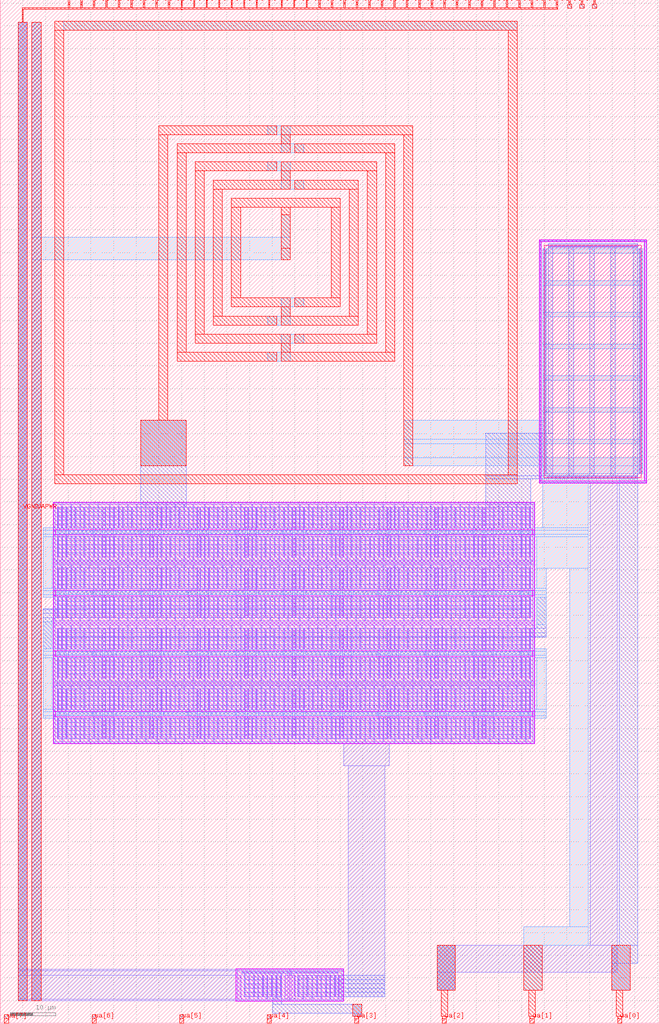
<source format=lef>
VERSION 5.7 ;
  NOWIREEXTENSIONATPIN ON ;
  DIVIDERCHAR "/" ;
  BUSBITCHARS "[]" ;
MACRO tt_um_noritsuna_Vctrl_LC_oscillator
  CLASS BLOCK ;
  FOREIGN tt_um_noritsuna_Vctrl_LC_oscillator ;
  ORIGIN 0.000 0.000 ;
  SIZE 145.360 BY 225.760 ;
  PIN clk
    PORT
      LAYER met4 ;
        RECT 128.190 224.760 128.490 225.760 ;
    END
  END clk
  PIN ena
    PORT
      LAYER met4 ;
        RECT 130.950 224.760 131.250 225.760 ;
    END
  END ena
  PIN rst_n
    PORT
      LAYER met4 ;
        RECT 125.430 224.760 125.730 225.760 ;
    END
  END rst_n
  PIN ua[0]
    ANTENNAGATEAREA 2000.000000 ;
    ANTENNADIFFAREA 1094.500000 ;
    PORT
      LAYER met4 ;
        RECT 136.170 0.000 137.070 1.000 ;
    END
  END ua[0]
  PIN ua[1]
    ANTENNAGATEAREA 2000.000000 ;
    ANTENNADIFFAREA 1094.500000 ;
    PORT
      LAYER met4 ;
        RECT 116.850 0.000 117.750 1.000 ;
    END
  END ua[1]
  PIN ua[2]
    ANTENNADIFFAREA 35.171600 ;
    PORT
      LAYER met4 ;
        RECT 97.530 0.000 98.430 1.000 ;
    END
  END ua[2]
  PIN ua[3]
    ANTENNAGATEAREA 50.000000 ;
    ANTENNADIFFAREA 12.500000 ;
    PORT
      LAYER met4 ;
        RECT 78.210 0.000 79.110 1.000 ;
    END
  END ua[3]
  PIN ua[4]
    PORT
      LAYER met4 ;
        RECT 58.890 0.000 59.790 1.000 ;
    END
  END ua[4]
  PIN ua[5]
    PORT
      LAYER met4 ;
        RECT 39.570 0.000 40.470 1.000 ;
    END
  END ua[5]
  PIN ua[6]
    PORT
      LAYER met4 ;
        RECT 20.250 0.000 21.150 1.000 ;
    END
  END ua[6]
  PIN ua[7]
    PORT
      LAYER met4 ;
        RECT 0.930 0.000 1.830 1.000 ;
    END
  END ua[7]
  PIN ui_in[0]
    ANTENNADIFFAREA 47.455997 ;
    PORT
      LAYER met4 ;
        RECT 122.670 224.760 122.970 225.760 ;
    END
  END ui_in[0]
  PIN ui_in[1]
    ANTENNADIFFAREA 47.455997 ;
    PORT
      LAYER met4 ;
        RECT 119.910 224.760 120.210 225.760 ;
    END
  END ui_in[1]
  PIN ui_in[2]
    ANTENNADIFFAREA 47.455997 ;
    PORT
      LAYER met4 ;
        RECT 117.150 224.760 117.450 225.760 ;
    END
  END ui_in[2]
  PIN ui_in[3]
    ANTENNADIFFAREA 47.455997 ;
    PORT
      LAYER met4 ;
        RECT 114.390 224.760 114.690 225.760 ;
    END
  END ui_in[3]
  PIN ui_in[4]
    ANTENNADIFFAREA 47.455997 ;
    PORT
      LAYER met4 ;
        RECT 111.630 224.760 111.930 225.760 ;
    END
  END ui_in[4]
  PIN ui_in[5]
    ANTENNADIFFAREA 47.455997 ;
    PORT
      LAYER met4 ;
        RECT 108.870 224.760 109.170 225.760 ;
    END
  END ui_in[5]
  PIN ui_in[6]
    ANTENNADIFFAREA 47.455997 ;
    PORT
      LAYER met4 ;
        RECT 106.110 224.760 106.410 225.760 ;
    END
  END ui_in[6]
  PIN ui_in[7]
    ANTENNADIFFAREA 47.455997 ;
    PORT
      LAYER met4 ;
        RECT 103.350 224.760 103.650 225.760 ;
    END
  END ui_in[7]
  PIN uio_in[0]
    ANTENNADIFFAREA 47.455997 ;
    PORT
      LAYER met4 ;
        RECT 100.590 224.760 100.890 225.760 ;
    END
  END uio_in[0]
  PIN uio_in[1]
    ANTENNADIFFAREA 47.455997 ;
    PORT
      LAYER met4 ;
        RECT 97.830 224.760 98.130 225.760 ;
    END
  END uio_in[1]
  PIN uio_in[2]
    ANTENNADIFFAREA 47.455997 ;
    PORT
      LAYER met4 ;
        RECT 95.070 224.760 95.370 225.760 ;
    END
  END uio_in[2]
  PIN uio_in[3]
    ANTENNADIFFAREA 47.455997 ;
    PORT
      LAYER met4 ;
        RECT 92.310 224.760 92.610 225.760 ;
    END
  END uio_in[3]
  PIN uio_in[4]
    ANTENNADIFFAREA 47.455997 ;
    PORT
      LAYER met4 ;
        RECT 89.550 224.760 89.850 225.760 ;
    END
  END uio_in[4]
  PIN uio_in[5]
    ANTENNADIFFAREA 47.455997 ;
    PORT
      LAYER met4 ;
        RECT 86.790 224.760 87.090 225.760 ;
    END
  END uio_in[5]
  PIN uio_in[6]
    ANTENNADIFFAREA 47.455997 ;
    PORT
      LAYER met4 ;
        RECT 84.030 224.760 84.330 225.760 ;
    END
  END uio_in[6]
  PIN uio_in[7]
    ANTENNADIFFAREA 47.455997 ;
    PORT
      LAYER met4 ;
        RECT 81.270 224.760 81.570 225.760 ;
    END
  END uio_in[7]
  PIN uio_oe[0]
    ANTENNADIFFAREA 47.455997 ;
    PORT
      LAYER met4 ;
        RECT 34.350 224.760 34.650 225.760 ;
    END
  END uio_oe[0]
  PIN uio_oe[1]
    ANTENNADIFFAREA 47.455997 ;
    PORT
      LAYER met4 ;
        RECT 31.590 224.760 31.890 225.760 ;
    END
  END uio_oe[1]
  PIN uio_oe[2]
    ANTENNADIFFAREA 47.455997 ;
    PORT
      LAYER met4 ;
        RECT 28.830 224.760 29.130 225.760 ;
    END
  END uio_oe[2]
  PIN uio_oe[3]
    ANTENNADIFFAREA 47.455997 ;
    PORT
      LAYER met4 ;
        RECT 26.070 224.760 26.370 225.760 ;
    END
  END uio_oe[3]
  PIN uio_oe[4]
    ANTENNADIFFAREA 47.455997 ;
    PORT
      LAYER met4 ;
        RECT 23.310 224.760 23.610 225.760 ;
    END
  END uio_oe[4]
  PIN uio_oe[5]
    ANTENNADIFFAREA 47.455997 ;
    PORT
      LAYER met4 ;
        RECT 20.550 224.760 20.850 225.760 ;
    END
  END uio_oe[5]
  PIN uio_oe[6]
    ANTENNADIFFAREA 47.455997 ;
    PORT
      LAYER met4 ;
        RECT 17.790 224.760 18.090 225.760 ;
    END
  END uio_oe[6]
  PIN uio_oe[7]
    ANTENNADIFFAREA 47.455997 ;
    PORT
      LAYER met4 ;
        RECT 15.030 224.760 15.330 225.760 ;
    END
  END uio_oe[7]
  PIN uio_out[0]
    ANTENNADIFFAREA 47.455997 ;
    PORT
      LAYER met4 ;
        RECT 56.430 224.760 56.730 225.760 ;
    END
  END uio_out[0]
  PIN uio_out[1]
    ANTENNADIFFAREA 47.455997 ;
    PORT
      LAYER met4 ;
        RECT 53.670 224.760 53.970 225.760 ;
    END
  END uio_out[1]
  PIN uio_out[2]
    ANTENNADIFFAREA 47.455997 ;
    PORT
      LAYER met4 ;
        RECT 50.910 224.760 51.210 225.760 ;
    END
  END uio_out[2]
  PIN uio_out[3]
    ANTENNADIFFAREA 47.455997 ;
    PORT
      LAYER met4 ;
        RECT 48.150 224.760 48.450 225.760 ;
    END
  END uio_out[3]
  PIN uio_out[4]
    ANTENNADIFFAREA 47.455997 ;
    PORT
      LAYER met4 ;
        RECT 45.390 224.760 45.690 225.760 ;
    END
  END uio_out[4]
  PIN uio_out[5]
    ANTENNADIFFAREA 47.455997 ;
    PORT
      LAYER met4 ;
        RECT 42.630 224.760 42.930 225.760 ;
    END
  END uio_out[5]
  PIN uio_out[6]
    ANTENNADIFFAREA 47.455997 ;
    PORT
      LAYER met4 ;
        RECT 39.870 224.760 40.170 225.760 ;
    END
  END uio_out[6]
  PIN uio_out[7]
    ANTENNADIFFAREA 47.455997 ;
    PORT
      LAYER met4 ;
        RECT 37.110 224.760 37.410 225.760 ;
    END
  END uio_out[7]
  PIN uo_out[0]
    ANTENNADIFFAREA 47.455997 ;
    PORT
      LAYER met4 ;
        RECT 78.510 224.760 78.810 225.760 ;
    END
  END uo_out[0]
  PIN uo_out[1]
    ANTENNADIFFAREA 47.455997 ;
    PORT
      LAYER met4 ;
        RECT 75.750 224.760 76.050 225.760 ;
    END
  END uo_out[1]
  PIN uo_out[2]
    ANTENNADIFFAREA 47.455997 ;
    PORT
      LAYER met4 ;
        RECT 72.990 224.760 73.290 225.760 ;
    END
  END uo_out[2]
  PIN uo_out[3]
    ANTENNADIFFAREA 47.455997 ;
    PORT
      LAYER met4 ;
        RECT 70.230 224.760 70.530 225.760 ;
    END
  END uo_out[3]
  PIN uo_out[4]
    ANTENNADIFFAREA 47.455997 ;
    PORT
      LAYER met4 ;
        RECT 67.470 224.760 67.770 225.760 ;
    END
  END uo_out[4]
  PIN uo_out[5]
    ANTENNADIFFAREA 47.455997 ;
    PORT
      LAYER met4 ;
        RECT 64.710 224.760 65.010 225.760 ;
    END
  END uo_out[5]
  PIN uo_out[6]
    ANTENNADIFFAREA 47.455997 ;
    PORT
      LAYER met4 ;
        RECT 61.950 224.760 62.250 225.760 ;
    END
  END uo_out[6]
  PIN uo_out[7]
    ANTENNADIFFAREA 47.455997 ;
    PORT
      LAYER met4 ;
        RECT 59.190 224.760 59.490 225.760 ;
    END
  END uo_out[7]
  PIN VGND
    USE GROUND ;
    PORT
      LAYER met4 ;
        RECT 4.000 5.000 6.000 220.760 ;
    END
  END VGND
  PIN VAPWR
    ANTENNAGATEAREA 2000.000000 ;
    ANTENNADIFFAREA 1094.500000 ;
    PORT
      LAYER met4 ;
        RECT 7.000 5.000 9.000 220.760 ;
    END
  END VAPWR
  OBS
      LAYER pwell ;
        RECT 118.850 172.350 142.570 172.840 ;
        RECT 118.850 119.610 119.340 172.350 ;
      LAYER nwell ;
        RECT 119.990 120.370 141.440 171.630 ;
      LAYER pwell ;
        RECT 142.080 119.610 142.570 172.350 ;
        RECT 118.850 119.120 142.570 119.610 ;
        RECT 11.700 108.870 117.880 114.900 ;
        RECT 11.700 107.700 12.260 108.870 ;
        RECT 117.320 107.700 117.880 108.870 ;
        RECT 11.700 95.520 117.880 107.700 ;
        RECT 11.700 94.350 12.260 95.520 ;
        RECT 117.320 94.350 117.880 95.520 ;
        RECT 11.700 82.170 117.880 94.350 ;
        RECT 11.700 81.000 12.260 82.170 ;
        RECT 117.320 81.000 117.880 82.170 ;
        RECT 11.700 68.820 117.880 81.000 ;
        RECT 11.700 67.650 12.260 68.820 ;
        RECT 117.320 67.650 117.880 68.820 ;
        RECT 11.700 61.620 117.880 67.650 ;
        RECT 52.000 4.870 75.750 12.010 ;
      LAYER li1 ;
        RECT 118.980 172.480 142.440 172.710 ;
        RECT 118.980 119.480 119.210 172.480 ;
        RECT 120.830 171.230 140.600 171.400 ;
        RECT 120.260 121.170 120.430 170.820 ;
        RECT 141.000 121.170 141.170 170.820 ;
        RECT 120.830 120.600 140.600 120.770 ;
        RECT 142.210 119.480 142.440 172.480 ;
        RECT 118.980 119.250 142.440 119.480 ;
        RECT 11.830 114.470 117.750 114.770 ;
        RECT 11.830 102.100 12.130 114.470 ;
        RECT 12.640 109.170 12.810 113.820 ;
        RECT 13.540 109.170 13.710 113.820 ;
        RECT 14.540 109.170 14.710 113.820 ;
        RECT 15.540 109.170 15.710 113.820 ;
        RECT 16.540 109.170 16.710 113.820 ;
        RECT 17.540 109.170 17.710 113.820 ;
        RECT 18.540 109.170 18.710 113.820 ;
        RECT 19.540 109.170 19.710 113.820 ;
        RECT 20.540 109.170 20.710 113.820 ;
        RECT 21.540 109.170 21.710 113.820 ;
        RECT 22.440 109.170 22.610 113.820 ;
        RECT 23.120 109.170 23.290 113.820 ;
        RECT 24.020 109.170 24.190 113.820 ;
        RECT 25.020 109.170 25.190 113.820 ;
        RECT 26.020 109.170 26.190 113.820 ;
        RECT 27.020 109.170 27.190 113.820 ;
        RECT 28.020 109.170 28.190 113.820 ;
        RECT 29.020 109.170 29.190 113.820 ;
        RECT 30.020 109.170 30.190 113.820 ;
        RECT 31.020 109.170 31.190 113.820 ;
        RECT 32.020 109.170 32.190 113.820 ;
        RECT 32.920 109.170 33.090 113.820 ;
        RECT 33.600 109.170 33.770 113.820 ;
        RECT 34.500 109.170 34.670 113.820 ;
        RECT 35.500 109.170 35.670 113.820 ;
        RECT 36.500 109.170 36.670 113.820 ;
        RECT 37.500 109.170 37.670 113.820 ;
        RECT 38.500 109.170 38.670 113.820 ;
        RECT 39.500 109.170 39.670 113.820 ;
        RECT 40.500 109.170 40.670 113.820 ;
        RECT 41.500 109.170 41.670 113.820 ;
        RECT 42.500 109.170 42.670 113.820 ;
        RECT 43.400 109.170 43.570 113.820 ;
        RECT 44.080 109.170 44.250 113.820 ;
        RECT 44.980 109.170 45.150 113.820 ;
        RECT 45.980 109.170 46.150 113.820 ;
        RECT 46.980 109.170 47.150 113.820 ;
        RECT 47.980 109.170 48.150 113.820 ;
        RECT 48.980 109.170 49.150 113.820 ;
        RECT 49.980 109.170 50.150 113.820 ;
        RECT 50.980 109.170 51.150 113.820 ;
        RECT 51.980 109.170 52.150 113.820 ;
        RECT 52.980 109.170 53.150 113.820 ;
        RECT 53.880 109.170 54.050 113.820 ;
        RECT 54.560 109.170 54.730 113.820 ;
        RECT 55.460 109.170 55.630 113.820 ;
        RECT 56.460 109.170 56.630 113.820 ;
        RECT 57.460 109.170 57.630 113.820 ;
        RECT 58.460 109.170 58.630 113.820 ;
        RECT 59.460 109.170 59.630 113.820 ;
        RECT 60.460 109.170 60.630 113.820 ;
        RECT 61.460 109.170 61.630 113.820 ;
        RECT 62.460 109.170 62.630 113.820 ;
        RECT 63.460 109.170 63.630 113.820 ;
        RECT 64.360 109.170 64.530 113.820 ;
        RECT 65.040 109.170 65.210 113.820 ;
        RECT 65.940 109.170 66.110 113.820 ;
        RECT 66.940 109.170 67.110 113.820 ;
        RECT 67.940 109.170 68.110 113.820 ;
        RECT 68.940 109.170 69.110 113.820 ;
        RECT 69.940 109.170 70.110 113.820 ;
        RECT 70.940 109.170 71.110 113.820 ;
        RECT 71.940 109.170 72.110 113.820 ;
        RECT 72.940 109.170 73.110 113.820 ;
        RECT 73.940 109.170 74.110 113.820 ;
        RECT 74.840 109.170 75.010 113.820 ;
        RECT 75.520 109.170 75.690 113.820 ;
        RECT 76.420 109.170 76.590 113.820 ;
        RECT 77.420 109.170 77.590 113.820 ;
        RECT 78.420 109.170 78.590 113.820 ;
        RECT 79.420 109.170 79.590 113.820 ;
        RECT 80.420 109.170 80.590 113.820 ;
        RECT 81.420 109.170 81.590 113.820 ;
        RECT 82.420 109.170 82.590 113.820 ;
        RECT 83.420 109.170 83.590 113.820 ;
        RECT 84.420 109.170 84.590 113.820 ;
        RECT 85.320 109.170 85.490 113.820 ;
        RECT 86.000 109.170 86.170 113.820 ;
        RECT 86.900 109.170 87.070 113.820 ;
        RECT 87.900 109.170 88.070 113.820 ;
        RECT 88.900 109.170 89.070 113.820 ;
        RECT 89.900 109.170 90.070 113.820 ;
        RECT 90.900 109.170 91.070 113.820 ;
        RECT 91.900 109.170 92.070 113.820 ;
        RECT 92.900 109.170 93.070 113.820 ;
        RECT 93.900 109.170 94.070 113.820 ;
        RECT 94.900 109.170 95.070 113.820 ;
        RECT 95.800 109.170 95.970 113.820 ;
        RECT 96.480 109.170 96.650 113.820 ;
        RECT 97.380 109.170 97.550 113.820 ;
        RECT 98.380 109.170 98.550 113.820 ;
        RECT 99.380 109.170 99.550 113.820 ;
        RECT 100.380 109.170 100.550 113.820 ;
        RECT 101.380 109.170 101.550 113.820 ;
        RECT 102.380 109.170 102.550 113.820 ;
        RECT 103.380 109.170 103.550 113.820 ;
        RECT 104.380 109.170 104.550 113.820 ;
        RECT 105.380 109.170 105.550 113.820 ;
        RECT 106.280 109.170 106.450 113.820 ;
        RECT 106.960 109.170 107.130 113.820 ;
        RECT 107.860 109.170 108.030 113.820 ;
        RECT 108.860 109.170 109.030 113.820 ;
        RECT 109.860 109.170 110.030 113.820 ;
        RECT 110.860 109.170 111.030 113.820 ;
        RECT 111.860 109.170 112.030 113.820 ;
        RECT 112.860 109.170 113.030 113.820 ;
        RECT 113.860 109.170 114.030 113.820 ;
        RECT 114.860 109.170 115.030 113.820 ;
        RECT 115.860 109.170 116.030 113.820 ;
        RECT 116.760 109.170 116.930 113.820 ;
        RECT 12.960 108.540 13.290 108.710 ;
        RECT 13.960 108.540 14.290 108.710 ;
        RECT 14.960 108.540 15.290 108.710 ;
        RECT 15.960 108.540 16.290 108.710 ;
        RECT 16.960 108.540 17.290 108.710 ;
        RECT 17.960 108.540 18.290 108.710 ;
        RECT 18.960 108.540 19.290 108.710 ;
        RECT 19.960 108.540 20.290 108.710 ;
        RECT 20.960 108.540 21.290 108.710 ;
        RECT 21.960 108.540 22.290 108.710 ;
        RECT 23.440 108.540 23.770 108.710 ;
        RECT 24.440 108.540 24.770 108.710 ;
        RECT 25.440 108.540 25.770 108.710 ;
        RECT 26.440 108.540 26.770 108.710 ;
        RECT 27.440 108.540 27.770 108.710 ;
        RECT 28.440 108.540 28.770 108.710 ;
        RECT 29.440 108.540 29.770 108.710 ;
        RECT 30.440 108.540 30.770 108.710 ;
        RECT 31.440 108.540 31.770 108.710 ;
        RECT 32.440 108.540 32.770 108.710 ;
        RECT 33.920 108.540 34.250 108.710 ;
        RECT 34.920 108.540 35.250 108.710 ;
        RECT 35.920 108.540 36.250 108.710 ;
        RECT 36.920 108.540 37.250 108.710 ;
        RECT 37.920 108.540 38.250 108.710 ;
        RECT 38.920 108.540 39.250 108.710 ;
        RECT 39.920 108.540 40.250 108.710 ;
        RECT 40.920 108.540 41.250 108.710 ;
        RECT 41.920 108.540 42.250 108.710 ;
        RECT 42.920 108.540 43.250 108.710 ;
        RECT 44.400 108.540 44.730 108.710 ;
        RECT 45.400 108.540 45.730 108.710 ;
        RECT 46.400 108.540 46.730 108.710 ;
        RECT 47.400 108.540 47.730 108.710 ;
        RECT 48.400 108.540 48.730 108.710 ;
        RECT 49.400 108.540 49.730 108.710 ;
        RECT 50.400 108.540 50.730 108.710 ;
        RECT 51.400 108.540 51.730 108.710 ;
        RECT 52.400 108.540 52.730 108.710 ;
        RECT 53.400 108.540 53.730 108.710 ;
        RECT 54.880 108.540 55.210 108.710 ;
        RECT 55.880 108.540 56.210 108.710 ;
        RECT 56.880 108.540 57.210 108.710 ;
        RECT 57.880 108.540 58.210 108.710 ;
        RECT 58.880 108.540 59.210 108.710 ;
        RECT 59.880 108.540 60.210 108.710 ;
        RECT 60.880 108.540 61.210 108.710 ;
        RECT 61.880 108.540 62.210 108.710 ;
        RECT 62.880 108.540 63.210 108.710 ;
        RECT 63.880 108.540 64.210 108.710 ;
        RECT 65.360 108.540 65.690 108.710 ;
        RECT 66.360 108.540 66.690 108.710 ;
        RECT 67.360 108.540 67.690 108.710 ;
        RECT 68.360 108.540 68.690 108.710 ;
        RECT 69.360 108.540 69.690 108.710 ;
        RECT 70.360 108.540 70.690 108.710 ;
        RECT 71.360 108.540 71.690 108.710 ;
        RECT 72.360 108.540 72.690 108.710 ;
        RECT 73.360 108.540 73.690 108.710 ;
        RECT 74.360 108.540 74.690 108.710 ;
        RECT 75.840 108.540 76.170 108.710 ;
        RECT 76.840 108.540 77.170 108.710 ;
        RECT 77.840 108.540 78.170 108.710 ;
        RECT 78.840 108.540 79.170 108.710 ;
        RECT 79.840 108.540 80.170 108.710 ;
        RECT 80.840 108.540 81.170 108.710 ;
        RECT 81.840 108.540 82.170 108.710 ;
        RECT 82.840 108.540 83.170 108.710 ;
        RECT 83.840 108.540 84.170 108.710 ;
        RECT 84.840 108.540 85.170 108.710 ;
        RECT 86.320 108.540 86.650 108.710 ;
        RECT 87.320 108.540 87.650 108.710 ;
        RECT 88.320 108.540 88.650 108.710 ;
        RECT 89.320 108.540 89.650 108.710 ;
        RECT 90.320 108.540 90.650 108.710 ;
        RECT 91.320 108.540 91.650 108.710 ;
        RECT 92.320 108.540 92.650 108.710 ;
        RECT 93.320 108.540 93.650 108.710 ;
        RECT 94.320 108.540 94.650 108.710 ;
        RECT 95.320 108.540 95.650 108.710 ;
        RECT 96.800 108.540 97.130 108.710 ;
        RECT 97.800 108.540 98.130 108.710 ;
        RECT 98.800 108.540 99.130 108.710 ;
        RECT 99.800 108.540 100.130 108.710 ;
        RECT 100.800 108.540 101.130 108.710 ;
        RECT 101.800 108.540 102.130 108.710 ;
        RECT 102.800 108.540 103.130 108.710 ;
        RECT 103.800 108.540 104.130 108.710 ;
        RECT 104.800 108.540 105.130 108.710 ;
        RECT 105.800 108.540 106.130 108.710 ;
        RECT 107.280 108.540 107.610 108.710 ;
        RECT 108.280 108.540 108.610 108.710 ;
        RECT 109.280 108.540 109.610 108.710 ;
        RECT 110.280 108.540 110.610 108.710 ;
        RECT 111.280 108.540 111.610 108.710 ;
        RECT 112.280 108.540 112.610 108.710 ;
        RECT 113.280 108.540 113.610 108.710 ;
        RECT 114.280 108.540 114.610 108.710 ;
        RECT 115.280 108.540 115.610 108.710 ;
        RECT 116.280 108.540 116.610 108.710 ;
        RECT 12.970 107.860 13.300 108.030 ;
        RECT 13.970 107.860 14.300 108.030 ;
        RECT 14.970 107.860 15.300 108.030 ;
        RECT 15.970 107.860 16.300 108.030 ;
        RECT 16.970 107.860 17.300 108.030 ;
        RECT 17.970 107.860 18.300 108.030 ;
        RECT 18.970 107.860 19.300 108.030 ;
        RECT 19.970 107.860 20.300 108.030 ;
        RECT 20.970 107.860 21.300 108.030 ;
        RECT 21.970 107.860 22.300 108.030 ;
        RECT 23.450 107.860 23.780 108.030 ;
        RECT 24.450 107.860 24.780 108.030 ;
        RECT 25.450 107.860 25.780 108.030 ;
        RECT 26.450 107.860 26.780 108.030 ;
        RECT 27.450 107.860 27.780 108.030 ;
        RECT 28.450 107.860 28.780 108.030 ;
        RECT 29.450 107.860 29.780 108.030 ;
        RECT 30.450 107.860 30.780 108.030 ;
        RECT 31.450 107.860 31.780 108.030 ;
        RECT 32.450 107.860 32.780 108.030 ;
        RECT 33.930 107.860 34.260 108.030 ;
        RECT 34.930 107.860 35.260 108.030 ;
        RECT 35.930 107.860 36.260 108.030 ;
        RECT 36.930 107.860 37.260 108.030 ;
        RECT 37.930 107.860 38.260 108.030 ;
        RECT 38.930 107.860 39.260 108.030 ;
        RECT 39.930 107.860 40.260 108.030 ;
        RECT 40.930 107.860 41.260 108.030 ;
        RECT 41.930 107.860 42.260 108.030 ;
        RECT 42.930 107.860 43.260 108.030 ;
        RECT 44.410 107.860 44.740 108.030 ;
        RECT 45.410 107.860 45.740 108.030 ;
        RECT 46.410 107.860 46.740 108.030 ;
        RECT 47.410 107.860 47.740 108.030 ;
        RECT 48.410 107.860 48.740 108.030 ;
        RECT 49.410 107.860 49.740 108.030 ;
        RECT 50.410 107.860 50.740 108.030 ;
        RECT 51.410 107.860 51.740 108.030 ;
        RECT 52.410 107.860 52.740 108.030 ;
        RECT 53.410 107.860 53.740 108.030 ;
        RECT 54.890 107.860 55.220 108.030 ;
        RECT 55.890 107.860 56.220 108.030 ;
        RECT 56.890 107.860 57.220 108.030 ;
        RECT 57.890 107.860 58.220 108.030 ;
        RECT 58.890 107.860 59.220 108.030 ;
        RECT 59.890 107.860 60.220 108.030 ;
        RECT 60.890 107.860 61.220 108.030 ;
        RECT 61.890 107.860 62.220 108.030 ;
        RECT 62.890 107.860 63.220 108.030 ;
        RECT 63.890 107.860 64.220 108.030 ;
        RECT 65.370 107.860 65.700 108.030 ;
        RECT 66.370 107.860 66.700 108.030 ;
        RECT 67.370 107.860 67.700 108.030 ;
        RECT 68.370 107.860 68.700 108.030 ;
        RECT 69.370 107.860 69.700 108.030 ;
        RECT 70.370 107.860 70.700 108.030 ;
        RECT 71.370 107.860 71.700 108.030 ;
        RECT 72.370 107.860 72.700 108.030 ;
        RECT 73.370 107.860 73.700 108.030 ;
        RECT 74.370 107.860 74.700 108.030 ;
        RECT 75.850 107.860 76.180 108.030 ;
        RECT 76.850 107.860 77.180 108.030 ;
        RECT 77.850 107.860 78.180 108.030 ;
        RECT 78.850 107.860 79.180 108.030 ;
        RECT 79.850 107.860 80.180 108.030 ;
        RECT 80.850 107.860 81.180 108.030 ;
        RECT 81.850 107.860 82.180 108.030 ;
        RECT 82.850 107.860 83.180 108.030 ;
        RECT 83.850 107.860 84.180 108.030 ;
        RECT 84.850 107.860 85.180 108.030 ;
        RECT 86.330 107.860 86.660 108.030 ;
        RECT 87.330 107.860 87.660 108.030 ;
        RECT 88.330 107.860 88.660 108.030 ;
        RECT 89.330 107.860 89.660 108.030 ;
        RECT 90.330 107.860 90.660 108.030 ;
        RECT 91.330 107.860 91.660 108.030 ;
        RECT 92.330 107.860 92.660 108.030 ;
        RECT 93.330 107.860 93.660 108.030 ;
        RECT 94.330 107.860 94.660 108.030 ;
        RECT 95.330 107.860 95.660 108.030 ;
        RECT 96.810 107.860 97.140 108.030 ;
        RECT 97.810 107.860 98.140 108.030 ;
        RECT 98.810 107.860 99.140 108.030 ;
        RECT 99.810 107.860 100.140 108.030 ;
        RECT 100.810 107.860 101.140 108.030 ;
        RECT 101.810 107.860 102.140 108.030 ;
        RECT 102.810 107.860 103.140 108.030 ;
        RECT 103.810 107.860 104.140 108.030 ;
        RECT 104.810 107.860 105.140 108.030 ;
        RECT 105.810 107.860 106.140 108.030 ;
        RECT 107.290 107.860 107.620 108.030 ;
        RECT 108.290 107.860 108.620 108.030 ;
        RECT 109.290 107.860 109.620 108.030 ;
        RECT 110.290 107.860 110.620 108.030 ;
        RECT 111.290 107.860 111.620 108.030 ;
        RECT 112.290 107.860 112.620 108.030 ;
        RECT 113.290 107.860 113.620 108.030 ;
        RECT 114.290 107.860 114.620 108.030 ;
        RECT 115.290 107.860 115.620 108.030 ;
        RECT 116.290 107.860 116.620 108.030 ;
        RECT 12.650 102.750 12.820 107.400 ;
        RECT 13.550 102.750 13.720 107.400 ;
        RECT 14.550 102.750 14.720 107.400 ;
        RECT 15.550 102.750 15.720 107.400 ;
        RECT 16.550 102.750 16.720 107.400 ;
        RECT 17.550 102.750 17.720 107.400 ;
        RECT 18.550 102.750 18.720 107.400 ;
        RECT 19.550 102.750 19.720 107.400 ;
        RECT 20.550 102.750 20.720 107.400 ;
        RECT 21.550 102.750 21.720 107.400 ;
        RECT 22.450 102.750 22.620 107.400 ;
        RECT 23.130 102.750 23.300 107.400 ;
        RECT 24.030 102.750 24.200 107.400 ;
        RECT 25.030 102.750 25.200 107.400 ;
        RECT 26.030 102.750 26.200 107.400 ;
        RECT 27.030 102.750 27.200 107.400 ;
        RECT 28.030 102.750 28.200 107.400 ;
        RECT 29.030 102.750 29.200 107.400 ;
        RECT 30.030 102.750 30.200 107.400 ;
        RECT 31.030 102.750 31.200 107.400 ;
        RECT 32.030 102.750 32.200 107.400 ;
        RECT 32.930 102.750 33.100 107.400 ;
        RECT 33.610 102.750 33.780 107.400 ;
        RECT 34.510 102.750 34.680 107.400 ;
        RECT 35.510 102.750 35.680 107.400 ;
        RECT 36.510 102.750 36.680 107.400 ;
        RECT 37.510 102.750 37.680 107.400 ;
        RECT 38.510 102.750 38.680 107.400 ;
        RECT 39.510 102.750 39.680 107.400 ;
        RECT 40.510 102.750 40.680 107.400 ;
        RECT 41.510 102.750 41.680 107.400 ;
        RECT 42.510 102.750 42.680 107.400 ;
        RECT 43.410 102.750 43.580 107.400 ;
        RECT 44.090 102.750 44.260 107.400 ;
        RECT 44.990 102.750 45.160 107.400 ;
        RECT 45.990 102.750 46.160 107.400 ;
        RECT 46.990 102.750 47.160 107.400 ;
        RECT 47.990 102.750 48.160 107.400 ;
        RECT 48.990 102.750 49.160 107.400 ;
        RECT 49.990 102.750 50.160 107.400 ;
        RECT 50.990 102.750 51.160 107.400 ;
        RECT 51.990 102.750 52.160 107.400 ;
        RECT 52.990 102.750 53.160 107.400 ;
        RECT 53.890 102.750 54.060 107.400 ;
        RECT 54.570 102.750 54.740 107.400 ;
        RECT 55.470 102.750 55.640 107.400 ;
        RECT 56.470 102.750 56.640 107.400 ;
        RECT 57.470 102.750 57.640 107.400 ;
        RECT 58.470 102.750 58.640 107.400 ;
        RECT 59.470 102.750 59.640 107.400 ;
        RECT 60.470 102.750 60.640 107.400 ;
        RECT 61.470 102.750 61.640 107.400 ;
        RECT 62.470 102.750 62.640 107.400 ;
        RECT 63.470 102.750 63.640 107.400 ;
        RECT 64.370 102.750 64.540 107.400 ;
        RECT 65.050 102.750 65.220 107.400 ;
        RECT 65.950 102.750 66.120 107.400 ;
        RECT 66.950 102.750 67.120 107.400 ;
        RECT 67.950 102.750 68.120 107.400 ;
        RECT 68.950 102.750 69.120 107.400 ;
        RECT 69.950 102.750 70.120 107.400 ;
        RECT 70.950 102.750 71.120 107.400 ;
        RECT 71.950 102.750 72.120 107.400 ;
        RECT 72.950 102.750 73.120 107.400 ;
        RECT 73.950 102.750 74.120 107.400 ;
        RECT 74.850 102.750 75.020 107.400 ;
        RECT 75.530 102.750 75.700 107.400 ;
        RECT 76.430 102.750 76.600 107.400 ;
        RECT 77.430 102.750 77.600 107.400 ;
        RECT 78.430 102.750 78.600 107.400 ;
        RECT 79.430 102.750 79.600 107.400 ;
        RECT 80.430 102.750 80.600 107.400 ;
        RECT 81.430 102.750 81.600 107.400 ;
        RECT 82.430 102.750 82.600 107.400 ;
        RECT 83.430 102.750 83.600 107.400 ;
        RECT 84.430 102.750 84.600 107.400 ;
        RECT 85.330 102.750 85.500 107.400 ;
        RECT 86.010 102.750 86.180 107.400 ;
        RECT 86.910 102.750 87.080 107.400 ;
        RECT 87.910 102.750 88.080 107.400 ;
        RECT 88.910 102.750 89.080 107.400 ;
        RECT 89.910 102.750 90.080 107.400 ;
        RECT 90.910 102.750 91.080 107.400 ;
        RECT 91.910 102.750 92.080 107.400 ;
        RECT 92.910 102.750 93.080 107.400 ;
        RECT 93.910 102.750 94.080 107.400 ;
        RECT 94.910 102.750 95.080 107.400 ;
        RECT 95.810 102.750 95.980 107.400 ;
        RECT 96.490 102.750 96.660 107.400 ;
        RECT 97.390 102.750 97.560 107.400 ;
        RECT 98.390 102.750 98.560 107.400 ;
        RECT 99.390 102.750 99.560 107.400 ;
        RECT 100.390 102.750 100.560 107.400 ;
        RECT 101.390 102.750 101.560 107.400 ;
        RECT 102.390 102.750 102.560 107.400 ;
        RECT 103.390 102.750 103.560 107.400 ;
        RECT 104.390 102.750 104.560 107.400 ;
        RECT 105.390 102.750 105.560 107.400 ;
        RECT 106.290 102.750 106.460 107.400 ;
        RECT 106.970 102.750 107.140 107.400 ;
        RECT 107.870 102.750 108.040 107.400 ;
        RECT 108.870 102.750 109.040 107.400 ;
        RECT 109.870 102.750 110.040 107.400 ;
        RECT 110.870 102.750 111.040 107.400 ;
        RECT 111.870 102.750 112.040 107.400 ;
        RECT 112.870 102.750 113.040 107.400 ;
        RECT 113.870 102.750 114.040 107.400 ;
        RECT 114.870 102.750 115.040 107.400 ;
        RECT 115.870 102.750 116.040 107.400 ;
        RECT 116.770 102.750 116.940 107.400 ;
        RECT 117.450 102.100 117.750 114.470 ;
        RECT 11.830 101.800 117.750 102.100 ;
        RECT 11.830 101.120 117.750 101.420 ;
        RECT 11.830 88.750 12.130 101.120 ;
        RECT 12.640 95.820 12.810 100.470 ;
        RECT 13.540 95.820 13.710 100.470 ;
        RECT 14.540 95.820 14.710 100.470 ;
        RECT 15.540 95.820 15.710 100.470 ;
        RECT 16.540 95.820 16.710 100.470 ;
        RECT 17.540 95.820 17.710 100.470 ;
        RECT 18.540 95.820 18.710 100.470 ;
        RECT 19.540 95.820 19.710 100.470 ;
        RECT 20.540 95.820 20.710 100.470 ;
        RECT 21.540 95.820 21.710 100.470 ;
        RECT 22.440 95.820 22.610 100.470 ;
        RECT 23.120 95.820 23.290 100.470 ;
        RECT 24.020 95.820 24.190 100.470 ;
        RECT 25.020 95.820 25.190 100.470 ;
        RECT 26.020 95.820 26.190 100.470 ;
        RECT 27.020 95.820 27.190 100.470 ;
        RECT 28.020 95.820 28.190 100.470 ;
        RECT 29.020 95.820 29.190 100.470 ;
        RECT 30.020 95.820 30.190 100.470 ;
        RECT 31.020 95.820 31.190 100.470 ;
        RECT 32.020 95.820 32.190 100.470 ;
        RECT 32.920 95.820 33.090 100.470 ;
        RECT 33.600 95.820 33.770 100.470 ;
        RECT 34.500 95.820 34.670 100.470 ;
        RECT 35.500 95.820 35.670 100.470 ;
        RECT 36.500 95.820 36.670 100.470 ;
        RECT 37.500 95.820 37.670 100.470 ;
        RECT 38.500 95.820 38.670 100.470 ;
        RECT 39.500 95.820 39.670 100.470 ;
        RECT 40.500 95.820 40.670 100.470 ;
        RECT 41.500 95.820 41.670 100.470 ;
        RECT 42.500 95.820 42.670 100.470 ;
        RECT 43.400 95.820 43.570 100.470 ;
        RECT 44.080 95.820 44.250 100.470 ;
        RECT 44.980 95.820 45.150 100.470 ;
        RECT 45.980 95.820 46.150 100.470 ;
        RECT 46.980 95.820 47.150 100.470 ;
        RECT 47.980 95.820 48.150 100.470 ;
        RECT 48.980 95.820 49.150 100.470 ;
        RECT 49.980 95.820 50.150 100.470 ;
        RECT 50.980 95.820 51.150 100.470 ;
        RECT 51.980 95.820 52.150 100.470 ;
        RECT 52.980 95.820 53.150 100.470 ;
        RECT 53.880 95.820 54.050 100.470 ;
        RECT 54.560 95.820 54.730 100.470 ;
        RECT 55.460 95.820 55.630 100.470 ;
        RECT 56.460 95.820 56.630 100.470 ;
        RECT 57.460 95.820 57.630 100.470 ;
        RECT 58.460 95.820 58.630 100.470 ;
        RECT 59.460 95.820 59.630 100.470 ;
        RECT 60.460 95.820 60.630 100.470 ;
        RECT 61.460 95.820 61.630 100.470 ;
        RECT 62.460 95.820 62.630 100.470 ;
        RECT 63.460 95.820 63.630 100.470 ;
        RECT 64.360 95.820 64.530 100.470 ;
        RECT 65.040 95.820 65.210 100.470 ;
        RECT 65.940 95.820 66.110 100.470 ;
        RECT 66.940 95.820 67.110 100.470 ;
        RECT 67.940 95.820 68.110 100.470 ;
        RECT 68.940 95.820 69.110 100.470 ;
        RECT 69.940 95.820 70.110 100.470 ;
        RECT 70.940 95.820 71.110 100.470 ;
        RECT 71.940 95.820 72.110 100.470 ;
        RECT 72.940 95.820 73.110 100.470 ;
        RECT 73.940 95.820 74.110 100.470 ;
        RECT 74.840 95.820 75.010 100.470 ;
        RECT 75.520 95.820 75.690 100.470 ;
        RECT 76.420 95.820 76.590 100.470 ;
        RECT 77.420 95.820 77.590 100.470 ;
        RECT 78.420 95.820 78.590 100.470 ;
        RECT 79.420 95.820 79.590 100.470 ;
        RECT 80.420 95.820 80.590 100.470 ;
        RECT 81.420 95.820 81.590 100.470 ;
        RECT 82.420 95.820 82.590 100.470 ;
        RECT 83.420 95.820 83.590 100.470 ;
        RECT 84.420 95.820 84.590 100.470 ;
        RECT 85.320 95.820 85.490 100.470 ;
        RECT 86.000 95.820 86.170 100.470 ;
        RECT 86.900 95.820 87.070 100.470 ;
        RECT 87.900 95.820 88.070 100.470 ;
        RECT 88.900 95.820 89.070 100.470 ;
        RECT 89.900 95.820 90.070 100.470 ;
        RECT 90.900 95.820 91.070 100.470 ;
        RECT 91.900 95.820 92.070 100.470 ;
        RECT 92.900 95.820 93.070 100.470 ;
        RECT 93.900 95.820 94.070 100.470 ;
        RECT 94.900 95.820 95.070 100.470 ;
        RECT 95.800 95.820 95.970 100.470 ;
        RECT 96.480 95.820 96.650 100.470 ;
        RECT 97.380 95.820 97.550 100.470 ;
        RECT 98.380 95.820 98.550 100.470 ;
        RECT 99.380 95.820 99.550 100.470 ;
        RECT 100.380 95.820 100.550 100.470 ;
        RECT 101.380 95.820 101.550 100.470 ;
        RECT 102.380 95.820 102.550 100.470 ;
        RECT 103.380 95.820 103.550 100.470 ;
        RECT 104.380 95.820 104.550 100.470 ;
        RECT 105.380 95.820 105.550 100.470 ;
        RECT 106.280 95.820 106.450 100.470 ;
        RECT 106.960 95.820 107.130 100.470 ;
        RECT 107.860 95.820 108.030 100.470 ;
        RECT 108.860 95.820 109.030 100.470 ;
        RECT 109.860 95.820 110.030 100.470 ;
        RECT 110.860 95.820 111.030 100.470 ;
        RECT 111.860 95.820 112.030 100.470 ;
        RECT 112.860 95.820 113.030 100.470 ;
        RECT 113.860 95.820 114.030 100.470 ;
        RECT 114.860 95.820 115.030 100.470 ;
        RECT 115.860 95.820 116.030 100.470 ;
        RECT 116.760 95.820 116.930 100.470 ;
        RECT 12.960 95.190 13.290 95.360 ;
        RECT 13.960 95.190 14.290 95.360 ;
        RECT 14.960 95.190 15.290 95.360 ;
        RECT 15.960 95.190 16.290 95.360 ;
        RECT 16.960 95.190 17.290 95.360 ;
        RECT 17.960 95.190 18.290 95.360 ;
        RECT 18.960 95.190 19.290 95.360 ;
        RECT 19.960 95.190 20.290 95.360 ;
        RECT 20.960 95.190 21.290 95.360 ;
        RECT 21.960 95.190 22.290 95.360 ;
        RECT 23.440 95.190 23.770 95.360 ;
        RECT 24.440 95.190 24.770 95.360 ;
        RECT 25.440 95.190 25.770 95.360 ;
        RECT 26.440 95.190 26.770 95.360 ;
        RECT 27.440 95.190 27.770 95.360 ;
        RECT 28.440 95.190 28.770 95.360 ;
        RECT 29.440 95.190 29.770 95.360 ;
        RECT 30.440 95.190 30.770 95.360 ;
        RECT 31.440 95.190 31.770 95.360 ;
        RECT 32.440 95.190 32.770 95.360 ;
        RECT 33.920 95.190 34.250 95.360 ;
        RECT 34.920 95.190 35.250 95.360 ;
        RECT 35.920 95.190 36.250 95.360 ;
        RECT 36.920 95.190 37.250 95.360 ;
        RECT 37.920 95.190 38.250 95.360 ;
        RECT 38.920 95.190 39.250 95.360 ;
        RECT 39.920 95.190 40.250 95.360 ;
        RECT 40.920 95.190 41.250 95.360 ;
        RECT 41.920 95.190 42.250 95.360 ;
        RECT 42.920 95.190 43.250 95.360 ;
        RECT 44.400 95.190 44.730 95.360 ;
        RECT 45.400 95.190 45.730 95.360 ;
        RECT 46.400 95.190 46.730 95.360 ;
        RECT 47.400 95.190 47.730 95.360 ;
        RECT 48.400 95.190 48.730 95.360 ;
        RECT 49.400 95.190 49.730 95.360 ;
        RECT 50.400 95.190 50.730 95.360 ;
        RECT 51.400 95.190 51.730 95.360 ;
        RECT 52.400 95.190 52.730 95.360 ;
        RECT 53.400 95.190 53.730 95.360 ;
        RECT 54.880 95.190 55.210 95.360 ;
        RECT 55.880 95.190 56.210 95.360 ;
        RECT 56.880 95.190 57.210 95.360 ;
        RECT 57.880 95.190 58.210 95.360 ;
        RECT 58.880 95.190 59.210 95.360 ;
        RECT 59.880 95.190 60.210 95.360 ;
        RECT 60.880 95.190 61.210 95.360 ;
        RECT 61.880 95.190 62.210 95.360 ;
        RECT 62.880 95.190 63.210 95.360 ;
        RECT 63.880 95.190 64.210 95.360 ;
        RECT 65.360 95.190 65.690 95.360 ;
        RECT 66.360 95.190 66.690 95.360 ;
        RECT 67.360 95.190 67.690 95.360 ;
        RECT 68.360 95.190 68.690 95.360 ;
        RECT 69.360 95.190 69.690 95.360 ;
        RECT 70.360 95.190 70.690 95.360 ;
        RECT 71.360 95.190 71.690 95.360 ;
        RECT 72.360 95.190 72.690 95.360 ;
        RECT 73.360 95.190 73.690 95.360 ;
        RECT 74.360 95.190 74.690 95.360 ;
        RECT 75.840 95.190 76.170 95.360 ;
        RECT 76.840 95.190 77.170 95.360 ;
        RECT 77.840 95.190 78.170 95.360 ;
        RECT 78.840 95.190 79.170 95.360 ;
        RECT 79.840 95.190 80.170 95.360 ;
        RECT 80.840 95.190 81.170 95.360 ;
        RECT 81.840 95.190 82.170 95.360 ;
        RECT 82.840 95.190 83.170 95.360 ;
        RECT 83.840 95.190 84.170 95.360 ;
        RECT 84.840 95.190 85.170 95.360 ;
        RECT 86.320 95.190 86.650 95.360 ;
        RECT 87.320 95.190 87.650 95.360 ;
        RECT 88.320 95.190 88.650 95.360 ;
        RECT 89.320 95.190 89.650 95.360 ;
        RECT 90.320 95.190 90.650 95.360 ;
        RECT 91.320 95.190 91.650 95.360 ;
        RECT 92.320 95.190 92.650 95.360 ;
        RECT 93.320 95.190 93.650 95.360 ;
        RECT 94.320 95.190 94.650 95.360 ;
        RECT 95.320 95.190 95.650 95.360 ;
        RECT 96.800 95.190 97.130 95.360 ;
        RECT 97.800 95.190 98.130 95.360 ;
        RECT 98.800 95.190 99.130 95.360 ;
        RECT 99.800 95.190 100.130 95.360 ;
        RECT 100.800 95.190 101.130 95.360 ;
        RECT 101.800 95.190 102.130 95.360 ;
        RECT 102.800 95.190 103.130 95.360 ;
        RECT 103.800 95.190 104.130 95.360 ;
        RECT 104.800 95.190 105.130 95.360 ;
        RECT 105.800 95.190 106.130 95.360 ;
        RECT 107.280 95.190 107.610 95.360 ;
        RECT 108.280 95.190 108.610 95.360 ;
        RECT 109.280 95.190 109.610 95.360 ;
        RECT 110.280 95.190 110.610 95.360 ;
        RECT 111.280 95.190 111.610 95.360 ;
        RECT 112.280 95.190 112.610 95.360 ;
        RECT 113.280 95.190 113.610 95.360 ;
        RECT 114.280 95.190 114.610 95.360 ;
        RECT 115.280 95.190 115.610 95.360 ;
        RECT 116.280 95.190 116.610 95.360 ;
        RECT 12.970 94.510 13.300 94.680 ;
        RECT 13.970 94.510 14.300 94.680 ;
        RECT 14.970 94.510 15.300 94.680 ;
        RECT 15.970 94.510 16.300 94.680 ;
        RECT 16.970 94.510 17.300 94.680 ;
        RECT 17.970 94.510 18.300 94.680 ;
        RECT 18.970 94.510 19.300 94.680 ;
        RECT 19.970 94.510 20.300 94.680 ;
        RECT 20.970 94.510 21.300 94.680 ;
        RECT 21.970 94.510 22.300 94.680 ;
        RECT 23.450 94.510 23.780 94.680 ;
        RECT 24.450 94.510 24.780 94.680 ;
        RECT 25.450 94.510 25.780 94.680 ;
        RECT 26.450 94.510 26.780 94.680 ;
        RECT 27.450 94.510 27.780 94.680 ;
        RECT 28.450 94.510 28.780 94.680 ;
        RECT 29.450 94.510 29.780 94.680 ;
        RECT 30.450 94.510 30.780 94.680 ;
        RECT 31.450 94.510 31.780 94.680 ;
        RECT 32.450 94.510 32.780 94.680 ;
        RECT 33.930 94.510 34.260 94.680 ;
        RECT 34.930 94.510 35.260 94.680 ;
        RECT 35.930 94.510 36.260 94.680 ;
        RECT 36.930 94.510 37.260 94.680 ;
        RECT 37.930 94.510 38.260 94.680 ;
        RECT 38.930 94.510 39.260 94.680 ;
        RECT 39.930 94.510 40.260 94.680 ;
        RECT 40.930 94.510 41.260 94.680 ;
        RECT 41.930 94.510 42.260 94.680 ;
        RECT 42.930 94.510 43.260 94.680 ;
        RECT 44.410 94.510 44.740 94.680 ;
        RECT 45.410 94.510 45.740 94.680 ;
        RECT 46.410 94.510 46.740 94.680 ;
        RECT 47.410 94.510 47.740 94.680 ;
        RECT 48.410 94.510 48.740 94.680 ;
        RECT 49.410 94.510 49.740 94.680 ;
        RECT 50.410 94.510 50.740 94.680 ;
        RECT 51.410 94.510 51.740 94.680 ;
        RECT 52.410 94.510 52.740 94.680 ;
        RECT 53.410 94.510 53.740 94.680 ;
        RECT 54.890 94.510 55.220 94.680 ;
        RECT 55.890 94.510 56.220 94.680 ;
        RECT 56.890 94.510 57.220 94.680 ;
        RECT 57.890 94.510 58.220 94.680 ;
        RECT 58.890 94.510 59.220 94.680 ;
        RECT 59.890 94.510 60.220 94.680 ;
        RECT 60.890 94.510 61.220 94.680 ;
        RECT 61.890 94.510 62.220 94.680 ;
        RECT 62.890 94.510 63.220 94.680 ;
        RECT 63.890 94.510 64.220 94.680 ;
        RECT 65.370 94.510 65.700 94.680 ;
        RECT 66.370 94.510 66.700 94.680 ;
        RECT 67.370 94.510 67.700 94.680 ;
        RECT 68.370 94.510 68.700 94.680 ;
        RECT 69.370 94.510 69.700 94.680 ;
        RECT 70.370 94.510 70.700 94.680 ;
        RECT 71.370 94.510 71.700 94.680 ;
        RECT 72.370 94.510 72.700 94.680 ;
        RECT 73.370 94.510 73.700 94.680 ;
        RECT 74.370 94.510 74.700 94.680 ;
        RECT 75.850 94.510 76.180 94.680 ;
        RECT 76.850 94.510 77.180 94.680 ;
        RECT 77.850 94.510 78.180 94.680 ;
        RECT 78.850 94.510 79.180 94.680 ;
        RECT 79.850 94.510 80.180 94.680 ;
        RECT 80.850 94.510 81.180 94.680 ;
        RECT 81.850 94.510 82.180 94.680 ;
        RECT 82.850 94.510 83.180 94.680 ;
        RECT 83.850 94.510 84.180 94.680 ;
        RECT 84.850 94.510 85.180 94.680 ;
        RECT 86.330 94.510 86.660 94.680 ;
        RECT 87.330 94.510 87.660 94.680 ;
        RECT 88.330 94.510 88.660 94.680 ;
        RECT 89.330 94.510 89.660 94.680 ;
        RECT 90.330 94.510 90.660 94.680 ;
        RECT 91.330 94.510 91.660 94.680 ;
        RECT 92.330 94.510 92.660 94.680 ;
        RECT 93.330 94.510 93.660 94.680 ;
        RECT 94.330 94.510 94.660 94.680 ;
        RECT 95.330 94.510 95.660 94.680 ;
        RECT 96.810 94.510 97.140 94.680 ;
        RECT 97.810 94.510 98.140 94.680 ;
        RECT 98.810 94.510 99.140 94.680 ;
        RECT 99.810 94.510 100.140 94.680 ;
        RECT 100.810 94.510 101.140 94.680 ;
        RECT 101.810 94.510 102.140 94.680 ;
        RECT 102.810 94.510 103.140 94.680 ;
        RECT 103.810 94.510 104.140 94.680 ;
        RECT 104.810 94.510 105.140 94.680 ;
        RECT 105.810 94.510 106.140 94.680 ;
        RECT 107.290 94.510 107.620 94.680 ;
        RECT 108.290 94.510 108.620 94.680 ;
        RECT 109.290 94.510 109.620 94.680 ;
        RECT 110.290 94.510 110.620 94.680 ;
        RECT 111.290 94.510 111.620 94.680 ;
        RECT 112.290 94.510 112.620 94.680 ;
        RECT 113.290 94.510 113.620 94.680 ;
        RECT 114.290 94.510 114.620 94.680 ;
        RECT 115.290 94.510 115.620 94.680 ;
        RECT 116.290 94.510 116.620 94.680 ;
        RECT 12.650 89.400 12.820 94.050 ;
        RECT 13.550 89.400 13.720 94.050 ;
        RECT 14.550 89.400 14.720 94.050 ;
        RECT 15.550 89.400 15.720 94.050 ;
        RECT 16.550 89.400 16.720 94.050 ;
        RECT 17.550 89.400 17.720 94.050 ;
        RECT 18.550 89.400 18.720 94.050 ;
        RECT 19.550 89.400 19.720 94.050 ;
        RECT 20.550 89.400 20.720 94.050 ;
        RECT 21.550 89.400 21.720 94.050 ;
        RECT 22.450 89.400 22.620 94.050 ;
        RECT 23.130 89.400 23.300 94.050 ;
        RECT 24.030 89.400 24.200 94.050 ;
        RECT 25.030 89.400 25.200 94.050 ;
        RECT 26.030 89.400 26.200 94.050 ;
        RECT 27.030 89.400 27.200 94.050 ;
        RECT 28.030 89.400 28.200 94.050 ;
        RECT 29.030 89.400 29.200 94.050 ;
        RECT 30.030 89.400 30.200 94.050 ;
        RECT 31.030 89.400 31.200 94.050 ;
        RECT 32.030 89.400 32.200 94.050 ;
        RECT 32.930 89.400 33.100 94.050 ;
        RECT 33.610 89.400 33.780 94.050 ;
        RECT 34.510 89.400 34.680 94.050 ;
        RECT 35.510 89.400 35.680 94.050 ;
        RECT 36.510 89.400 36.680 94.050 ;
        RECT 37.510 89.400 37.680 94.050 ;
        RECT 38.510 89.400 38.680 94.050 ;
        RECT 39.510 89.400 39.680 94.050 ;
        RECT 40.510 89.400 40.680 94.050 ;
        RECT 41.510 89.400 41.680 94.050 ;
        RECT 42.510 89.400 42.680 94.050 ;
        RECT 43.410 89.400 43.580 94.050 ;
        RECT 44.090 89.400 44.260 94.050 ;
        RECT 44.990 89.400 45.160 94.050 ;
        RECT 45.990 89.400 46.160 94.050 ;
        RECT 46.990 89.400 47.160 94.050 ;
        RECT 47.990 89.400 48.160 94.050 ;
        RECT 48.990 89.400 49.160 94.050 ;
        RECT 49.990 89.400 50.160 94.050 ;
        RECT 50.990 89.400 51.160 94.050 ;
        RECT 51.990 89.400 52.160 94.050 ;
        RECT 52.990 89.400 53.160 94.050 ;
        RECT 53.890 89.400 54.060 94.050 ;
        RECT 54.570 89.400 54.740 94.050 ;
        RECT 55.470 89.400 55.640 94.050 ;
        RECT 56.470 89.400 56.640 94.050 ;
        RECT 57.470 89.400 57.640 94.050 ;
        RECT 58.470 89.400 58.640 94.050 ;
        RECT 59.470 89.400 59.640 94.050 ;
        RECT 60.470 89.400 60.640 94.050 ;
        RECT 61.470 89.400 61.640 94.050 ;
        RECT 62.470 89.400 62.640 94.050 ;
        RECT 63.470 89.400 63.640 94.050 ;
        RECT 64.370 89.400 64.540 94.050 ;
        RECT 65.050 89.400 65.220 94.050 ;
        RECT 65.950 89.400 66.120 94.050 ;
        RECT 66.950 89.400 67.120 94.050 ;
        RECT 67.950 89.400 68.120 94.050 ;
        RECT 68.950 89.400 69.120 94.050 ;
        RECT 69.950 89.400 70.120 94.050 ;
        RECT 70.950 89.400 71.120 94.050 ;
        RECT 71.950 89.400 72.120 94.050 ;
        RECT 72.950 89.400 73.120 94.050 ;
        RECT 73.950 89.400 74.120 94.050 ;
        RECT 74.850 89.400 75.020 94.050 ;
        RECT 75.530 89.400 75.700 94.050 ;
        RECT 76.430 89.400 76.600 94.050 ;
        RECT 77.430 89.400 77.600 94.050 ;
        RECT 78.430 89.400 78.600 94.050 ;
        RECT 79.430 89.400 79.600 94.050 ;
        RECT 80.430 89.400 80.600 94.050 ;
        RECT 81.430 89.400 81.600 94.050 ;
        RECT 82.430 89.400 82.600 94.050 ;
        RECT 83.430 89.400 83.600 94.050 ;
        RECT 84.430 89.400 84.600 94.050 ;
        RECT 85.330 89.400 85.500 94.050 ;
        RECT 86.010 89.400 86.180 94.050 ;
        RECT 86.910 89.400 87.080 94.050 ;
        RECT 87.910 89.400 88.080 94.050 ;
        RECT 88.910 89.400 89.080 94.050 ;
        RECT 89.910 89.400 90.080 94.050 ;
        RECT 90.910 89.400 91.080 94.050 ;
        RECT 91.910 89.400 92.080 94.050 ;
        RECT 92.910 89.400 93.080 94.050 ;
        RECT 93.910 89.400 94.080 94.050 ;
        RECT 94.910 89.400 95.080 94.050 ;
        RECT 95.810 89.400 95.980 94.050 ;
        RECT 96.490 89.400 96.660 94.050 ;
        RECT 97.390 89.400 97.560 94.050 ;
        RECT 98.390 89.400 98.560 94.050 ;
        RECT 99.390 89.400 99.560 94.050 ;
        RECT 100.390 89.400 100.560 94.050 ;
        RECT 101.390 89.400 101.560 94.050 ;
        RECT 102.390 89.400 102.560 94.050 ;
        RECT 103.390 89.400 103.560 94.050 ;
        RECT 104.390 89.400 104.560 94.050 ;
        RECT 105.390 89.400 105.560 94.050 ;
        RECT 106.290 89.400 106.460 94.050 ;
        RECT 106.970 89.400 107.140 94.050 ;
        RECT 107.870 89.400 108.040 94.050 ;
        RECT 108.870 89.400 109.040 94.050 ;
        RECT 109.870 89.400 110.040 94.050 ;
        RECT 110.870 89.400 111.040 94.050 ;
        RECT 111.870 89.400 112.040 94.050 ;
        RECT 112.870 89.400 113.040 94.050 ;
        RECT 113.870 89.400 114.040 94.050 ;
        RECT 114.870 89.400 115.040 94.050 ;
        RECT 115.870 89.400 116.040 94.050 ;
        RECT 116.770 89.400 116.940 94.050 ;
        RECT 117.450 88.750 117.750 101.120 ;
        RECT 11.830 88.450 117.750 88.750 ;
        RECT 11.830 87.770 117.750 88.070 ;
        RECT 11.830 75.400 12.130 87.770 ;
        RECT 12.640 82.470 12.810 87.120 ;
        RECT 13.540 82.470 13.710 87.120 ;
        RECT 14.540 82.470 14.710 87.120 ;
        RECT 15.540 82.470 15.710 87.120 ;
        RECT 16.540 82.470 16.710 87.120 ;
        RECT 17.540 82.470 17.710 87.120 ;
        RECT 18.540 82.470 18.710 87.120 ;
        RECT 19.540 82.470 19.710 87.120 ;
        RECT 20.540 82.470 20.710 87.120 ;
        RECT 21.540 82.470 21.710 87.120 ;
        RECT 22.440 82.470 22.610 87.120 ;
        RECT 23.120 82.470 23.290 87.120 ;
        RECT 24.020 82.470 24.190 87.120 ;
        RECT 25.020 82.470 25.190 87.120 ;
        RECT 26.020 82.470 26.190 87.120 ;
        RECT 27.020 82.470 27.190 87.120 ;
        RECT 28.020 82.470 28.190 87.120 ;
        RECT 29.020 82.470 29.190 87.120 ;
        RECT 30.020 82.470 30.190 87.120 ;
        RECT 31.020 82.470 31.190 87.120 ;
        RECT 32.020 82.470 32.190 87.120 ;
        RECT 32.920 82.470 33.090 87.120 ;
        RECT 33.600 82.470 33.770 87.120 ;
        RECT 34.500 82.470 34.670 87.120 ;
        RECT 35.500 82.470 35.670 87.120 ;
        RECT 36.500 82.470 36.670 87.120 ;
        RECT 37.500 82.470 37.670 87.120 ;
        RECT 38.500 82.470 38.670 87.120 ;
        RECT 39.500 82.470 39.670 87.120 ;
        RECT 40.500 82.470 40.670 87.120 ;
        RECT 41.500 82.470 41.670 87.120 ;
        RECT 42.500 82.470 42.670 87.120 ;
        RECT 43.400 82.470 43.570 87.120 ;
        RECT 44.080 82.470 44.250 87.120 ;
        RECT 44.980 82.470 45.150 87.120 ;
        RECT 45.980 82.470 46.150 87.120 ;
        RECT 46.980 82.470 47.150 87.120 ;
        RECT 47.980 82.470 48.150 87.120 ;
        RECT 48.980 82.470 49.150 87.120 ;
        RECT 49.980 82.470 50.150 87.120 ;
        RECT 50.980 82.470 51.150 87.120 ;
        RECT 51.980 82.470 52.150 87.120 ;
        RECT 52.980 82.470 53.150 87.120 ;
        RECT 53.880 82.470 54.050 87.120 ;
        RECT 54.560 82.470 54.730 87.120 ;
        RECT 55.460 82.470 55.630 87.120 ;
        RECT 56.460 82.470 56.630 87.120 ;
        RECT 57.460 82.470 57.630 87.120 ;
        RECT 58.460 82.470 58.630 87.120 ;
        RECT 59.460 82.470 59.630 87.120 ;
        RECT 60.460 82.470 60.630 87.120 ;
        RECT 61.460 82.470 61.630 87.120 ;
        RECT 62.460 82.470 62.630 87.120 ;
        RECT 63.460 82.470 63.630 87.120 ;
        RECT 64.360 82.470 64.530 87.120 ;
        RECT 65.040 82.470 65.210 87.120 ;
        RECT 65.940 82.470 66.110 87.120 ;
        RECT 66.940 82.470 67.110 87.120 ;
        RECT 67.940 82.470 68.110 87.120 ;
        RECT 68.940 82.470 69.110 87.120 ;
        RECT 69.940 82.470 70.110 87.120 ;
        RECT 70.940 82.470 71.110 87.120 ;
        RECT 71.940 82.470 72.110 87.120 ;
        RECT 72.940 82.470 73.110 87.120 ;
        RECT 73.940 82.470 74.110 87.120 ;
        RECT 74.840 82.470 75.010 87.120 ;
        RECT 75.520 82.470 75.690 87.120 ;
        RECT 76.420 82.470 76.590 87.120 ;
        RECT 77.420 82.470 77.590 87.120 ;
        RECT 78.420 82.470 78.590 87.120 ;
        RECT 79.420 82.470 79.590 87.120 ;
        RECT 80.420 82.470 80.590 87.120 ;
        RECT 81.420 82.470 81.590 87.120 ;
        RECT 82.420 82.470 82.590 87.120 ;
        RECT 83.420 82.470 83.590 87.120 ;
        RECT 84.420 82.470 84.590 87.120 ;
        RECT 85.320 82.470 85.490 87.120 ;
        RECT 86.000 82.470 86.170 87.120 ;
        RECT 86.900 82.470 87.070 87.120 ;
        RECT 87.900 82.470 88.070 87.120 ;
        RECT 88.900 82.470 89.070 87.120 ;
        RECT 89.900 82.470 90.070 87.120 ;
        RECT 90.900 82.470 91.070 87.120 ;
        RECT 91.900 82.470 92.070 87.120 ;
        RECT 92.900 82.470 93.070 87.120 ;
        RECT 93.900 82.470 94.070 87.120 ;
        RECT 94.900 82.470 95.070 87.120 ;
        RECT 95.800 82.470 95.970 87.120 ;
        RECT 96.480 82.470 96.650 87.120 ;
        RECT 97.380 82.470 97.550 87.120 ;
        RECT 98.380 82.470 98.550 87.120 ;
        RECT 99.380 82.470 99.550 87.120 ;
        RECT 100.380 82.470 100.550 87.120 ;
        RECT 101.380 82.470 101.550 87.120 ;
        RECT 102.380 82.470 102.550 87.120 ;
        RECT 103.380 82.470 103.550 87.120 ;
        RECT 104.380 82.470 104.550 87.120 ;
        RECT 105.380 82.470 105.550 87.120 ;
        RECT 106.280 82.470 106.450 87.120 ;
        RECT 106.960 82.470 107.130 87.120 ;
        RECT 107.860 82.470 108.030 87.120 ;
        RECT 108.860 82.470 109.030 87.120 ;
        RECT 109.860 82.470 110.030 87.120 ;
        RECT 110.860 82.470 111.030 87.120 ;
        RECT 111.860 82.470 112.030 87.120 ;
        RECT 112.860 82.470 113.030 87.120 ;
        RECT 113.860 82.470 114.030 87.120 ;
        RECT 114.860 82.470 115.030 87.120 ;
        RECT 115.860 82.470 116.030 87.120 ;
        RECT 116.760 82.470 116.930 87.120 ;
        RECT 12.960 81.840 13.290 82.010 ;
        RECT 13.960 81.840 14.290 82.010 ;
        RECT 14.960 81.840 15.290 82.010 ;
        RECT 15.960 81.840 16.290 82.010 ;
        RECT 16.960 81.840 17.290 82.010 ;
        RECT 17.960 81.840 18.290 82.010 ;
        RECT 18.960 81.840 19.290 82.010 ;
        RECT 19.960 81.840 20.290 82.010 ;
        RECT 20.960 81.840 21.290 82.010 ;
        RECT 21.960 81.840 22.290 82.010 ;
        RECT 23.440 81.840 23.770 82.010 ;
        RECT 24.440 81.840 24.770 82.010 ;
        RECT 25.440 81.840 25.770 82.010 ;
        RECT 26.440 81.840 26.770 82.010 ;
        RECT 27.440 81.840 27.770 82.010 ;
        RECT 28.440 81.840 28.770 82.010 ;
        RECT 29.440 81.840 29.770 82.010 ;
        RECT 30.440 81.840 30.770 82.010 ;
        RECT 31.440 81.840 31.770 82.010 ;
        RECT 32.440 81.840 32.770 82.010 ;
        RECT 33.920 81.840 34.250 82.010 ;
        RECT 34.920 81.840 35.250 82.010 ;
        RECT 35.920 81.840 36.250 82.010 ;
        RECT 36.920 81.840 37.250 82.010 ;
        RECT 37.920 81.840 38.250 82.010 ;
        RECT 38.920 81.840 39.250 82.010 ;
        RECT 39.920 81.840 40.250 82.010 ;
        RECT 40.920 81.840 41.250 82.010 ;
        RECT 41.920 81.840 42.250 82.010 ;
        RECT 42.920 81.840 43.250 82.010 ;
        RECT 44.400 81.840 44.730 82.010 ;
        RECT 45.400 81.840 45.730 82.010 ;
        RECT 46.400 81.840 46.730 82.010 ;
        RECT 47.400 81.840 47.730 82.010 ;
        RECT 48.400 81.840 48.730 82.010 ;
        RECT 49.400 81.840 49.730 82.010 ;
        RECT 50.400 81.840 50.730 82.010 ;
        RECT 51.400 81.840 51.730 82.010 ;
        RECT 52.400 81.840 52.730 82.010 ;
        RECT 53.400 81.840 53.730 82.010 ;
        RECT 54.880 81.840 55.210 82.010 ;
        RECT 55.880 81.840 56.210 82.010 ;
        RECT 56.880 81.840 57.210 82.010 ;
        RECT 57.880 81.840 58.210 82.010 ;
        RECT 58.880 81.840 59.210 82.010 ;
        RECT 59.880 81.840 60.210 82.010 ;
        RECT 60.880 81.840 61.210 82.010 ;
        RECT 61.880 81.840 62.210 82.010 ;
        RECT 62.880 81.840 63.210 82.010 ;
        RECT 63.880 81.840 64.210 82.010 ;
        RECT 65.360 81.840 65.690 82.010 ;
        RECT 66.360 81.840 66.690 82.010 ;
        RECT 67.360 81.840 67.690 82.010 ;
        RECT 68.360 81.840 68.690 82.010 ;
        RECT 69.360 81.840 69.690 82.010 ;
        RECT 70.360 81.840 70.690 82.010 ;
        RECT 71.360 81.840 71.690 82.010 ;
        RECT 72.360 81.840 72.690 82.010 ;
        RECT 73.360 81.840 73.690 82.010 ;
        RECT 74.360 81.840 74.690 82.010 ;
        RECT 75.840 81.840 76.170 82.010 ;
        RECT 76.840 81.840 77.170 82.010 ;
        RECT 77.840 81.840 78.170 82.010 ;
        RECT 78.840 81.840 79.170 82.010 ;
        RECT 79.840 81.840 80.170 82.010 ;
        RECT 80.840 81.840 81.170 82.010 ;
        RECT 81.840 81.840 82.170 82.010 ;
        RECT 82.840 81.840 83.170 82.010 ;
        RECT 83.840 81.840 84.170 82.010 ;
        RECT 84.840 81.840 85.170 82.010 ;
        RECT 86.320 81.840 86.650 82.010 ;
        RECT 87.320 81.840 87.650 82.010 ;
        RECT 88.320 81.840 88.650 82.010 ;
        RECT 89.320 81.840 89.650 82.010 ;
        RECT 90.320 81.840 90.650 82.010 ;
        RECT 91.320 81.840 91.650 82.010 ;
        RECT 92.320 81.840 92.650 82.010 ;
        RECT 93.320 81.840 93.650 82.010 ;
        RECT 94.320 81.840 94.650 82.010 ;
        RECT 95.320 81.840 95.650 82.010 ;
        RECT 96.800 81.840 97.130 82.010 ;
        RECT 97.800 81.840 98.130 82.010 ;
        RECT 98.800 81.840 99.130 82.010 ;
        RECT 99.800 81.840 100.130 82.010 ;
        RECT 100.800 81.840 101.130 82.010 ;
        RECT 101.800 81.840 102.130 82.010 ;
        RECT 102.800 81.840 103.130 82.010 ;
        RECT 103.800 81.840 104.130 82.010 ;
        RECT 104.800 81.840 105.130 82.010 ;
        RECT 105.800 81.840 106.130 82.010 ;
        RECT 107.280 81.840 107.610 82.010 ;
        RECT 108.280 81.840 108.610 82.010 ;
        RECT 109.280 81.840 109.610 82.010 ;
        RECT 110.280 81.840 110.610 82.010 ;
        RECT 111.280 81.840 111.610 82.010 ;
        RECT 112.280 81.840 112.610 82.010 ;
        RECT 113.280 81.840 113.610 82.010 ;
        RECT 114.280 81.840 114.610 82.010 ;
        RECT 115.280 81.840 115.610 82.010 ;
        RECT 116.280 81.840 116.610 82.010 ;
        RECT 12.970 81.160 13.300 81.330 ;
        RECT 13.970 81.160 14.300 81.330 ;
        RECT 14.970 81.160 15.300 81.330 ;
        RECT 15.970 81.160 16.300 81.330 ;
        RECT 16.970 81.160 17.300 81.330 ;
        RECT 17.970 81.160 18.300 81.330 ;
        RECT 18.970 81.160 19.300 81.330 ;
        RECT 19.970 81.160 20.300 81.330 ;
        RECT 20.970 81.160 21.300 81.330 ;
        RECT 21.970 81.160 22.300 81.330 ;
        RECT 23.450 81.160 23.780 81.330 ;
        RECT 24.450 81.160 24.780 81.330 ;
        RECT 25.450 81.160 25.780 81.330 ;
        RECT 26.450 81.160 26.780 81.330 ;
        RECT 27.450 81.160 27.780 81.330 ;
        RECT 28.450 81.160 28.780 81.330 ;
        RECT 29.450 81.160 29.780 81.330 ;
        RECT 30.450 81.160 30.780 81.330 ;
        RECT 31.450 81.160 31.780 81.330 ;
        RECT 32.450 81.160 32.780 81.330 ;
        RECT 33.930 81.160 34.260 81.330 ;
        RECT 34.930 81.160 35.260 81.330 ;
        RECT 35.930 81.160 36.260 81.330 ;
        RECT 36.930 81.160 37.260 81.330 ;
        RECT 37.930 81.160 38.260 81.330 ;
        RECT 38.930 81.160 39.260 81.330 ;
        RECT 39.930 81.160 40.260 81.330 ;
        RECT 40.930 81.160 41.260 81.330 ;
        RECT 41.930 81.160 42.260 81.330 ;
        RECT 42.930 81.160 43.260 81.330 ;
        RECT 44.410 81.160 44.740 81.330 ;
        RECT 45.410 81.160 45.740 81.330 ;
        RECT 46.410 81.160 46.740 81.330 ;
        RECT 47.410 81.160 47.740 81.330 ;
        RECT 48.410 81.160 48.740 81.330 ;
        RECT 49.410 81.160 49.740 81.330 ;
        RECT 50.410 81.160 50.740 81.330 ;
        RECT 51.410 81.160 51.740 81.330 ;
        RECT 52.410 81.160 52.740 81.330 ;
        RECT 53.410 81.160 53.740 81.330 ;
        RECT 54.890 81.160 55.220 81.330 ;
        RECT 55.890 81.160 56.220 81.330 ;
        RECT 56.890 81.160 57.220 81.330 ;
        RECT 57.890 81.160 58.220 81.330 ;
        RECT 58.890 81.160 59.220 81.330 ;
        RECT 59.890 81.160 60.220 81.330 ;
        RECT 60.890 81.160 61.220 81.330 ;
        RECT 61.890 81.160 62.220 81.330 ;
        RECT 62.890 81.160 63.220 81.330 ;
        RECT 63.890 81.160 64.220 81.330 ;
        RECT 65.370 81.160 65.700 81.330 ;
        RECT 66.370 81.160 66.700 81.330 ;
        RECT 67.370 81.160 67.700 81.330 ;
        RECT 68.370 81.160 68.700 81.330 ;
        RECT 69.370 81.160 69.700 81.330 ;
        RECT 70.370 81.160 70.700 81.330 ;
        RECT 71.370 81.160 71.700 81.330 ;
        RECT 72.370 81.160 72.700 81.330 ;
        RECT 73.370 81.160 73.700 81.330 ;
        RECT 74.370 81.160 74.700 81.330 ;
        RECT 75.850 81.160 76.180 81.330 ;
        RECT 76.850 81.160 77.180 81.330 ;
        RECT 77.850 81.160 78.180 81.330 ;
        RECT 78.850 81.160 79.180 81.330 ;
        RECT 79.850 81.160 80.180 81.330 ;
        RECT 80.850 81.160 81.180 81.330 ;
        RECT 81.850 81.160 82.180 81.330 ;
        RECT 82.850 81.160 83.180 81.330 ;
        RECT 83.850 81.160 84.180 81.330 ;
        RECT 84.850 81.160 85.180 81.330 ;
        RECT 86.330 81.160 86.660 81.330 ;
        RECT 87.330 81.160 87.660 81.330 ;
        RECT 88.330 81.160 88.660 81.330 ;
        RECT 89.330 81.160 89.660 81.330 ;
        RECT 90.330 81.160 90.660 81.330 ;
        RECT 91.330 81.160 91.660 81.330 ;
        RECT 92.330 81.160 92.660 81.330 ;
        RECT 93.330 81.160 93.660 81.330 ;
        RECT 94.330 81.160 94.660 81.330 ;
        RECT 95.330 81.160 95.660 81.330 ;
        RECT 96.810 81.160 97.140 81.330 ;
        RECT 97.810 81.160 98.140 81.330 ;
        RECT 98.810 81.160 99.140 81.330 ;
        RECT 99.810 81.160 100.140 81.330 ;
        RECT 100.810 81.160 101.140 81.330 ;
        RECT 101.810 81.160 102.140 81.330 ;
        RECT 102.810 81.160 103.140 81.330 ;
        RECT 103.810 81.160 104.140 81.330 ;
        RECT 104.810 81.160 105.140 81.330 ;
        RECT 105.810 81.160 106.140 81.330 ;
        RECT 107.290 81.160 107.620 81.330 ;
        RECT 108.290 81.160 108.620 81.330 ;
        RECT 109.290 81.160 109.620 81.330 ;
        RECT 110.290 81.160 110.620 81.330 ;
        RECT 111.290 81.160 111.620 81.330 ;
        RECT 112.290 81.160 112.620 81.330 ;
        RECT 113.290 81.160 113.620 81.330 ;
        RECT 114.290 81.160 114.620 81.330 ;
        RECT 115.290 81.160 115.620 81.330 ;
        RECT 116.290 81.160 116.620 81.330 ;
        RECT 12.650 76.050 12.820 80.700 ;
        RECT 13.550 76.050 13.720 80.700 ;
        RECT 14.550 76.050 14.720 80.700 ;
        RECT 15.550 76.050 15.720 80.700 ;
        RECT 16.550 76.050 16.720 80.700 ;
        RECT 17.550 76.050 17.720 80.700 ;
        RECT 18.550 76.050 18.720 80.700 ;
        RECT 19.550 76.050 19.720 80.700 ;
        RECT 20.550 76.050 20.720 80.700 ;
        RECT 21.550 76.050 21.720 80.700 ;
        RECT 22.450 76.050 22.620 80.700 ;
        RECT 23.130 76.050 23.300 80.700 ;
        RECT 24.030 76.050 24.200 80.700 ;
        RECT 25.030 76.050 25.200 80.700 ;
        RECT 26.030 76.050 26.200 80.700 ;
        RECT 27.030 76.050 27.200 80.700 ;
        RECT 28.030 76.050 28.200 80.700 ;
        RECT 29.030 76.050 29.200 80.700 ;
        RECT 30.030 76.050 30.200 80.700 ;
        RECT 31.030 76.050 31.200 80.700 ;
        RECT 32.030 76.050 32.200 80.700 ;
        RECT 32.930 76.050 33.100 80.700 ;
        RECT 33.610 76.050 33.780 80.700 ;
        RECT 34.510 76.050 34.680 80.700 ;
        RECT 35.510 76.050 35.680 80.700 ;
        RECT 36.510 76.050 36.680 80.700 ;
        RECT 37.510 76.050 37.680 80.700 ;
        RECT 38.510 76.050 38.680 80.700 ;
        RECT 39.510 76.050 39.680 80.700 ;
        RECT 40.510 76.050 40.680 80.700 ;
        RECT 41.510 76.050 41.680 80.700 ;
        RECT 42.510 76.050 42.680 80.700 ;
        RECT 43.410 76.050 43.580 80.700 ;
        RECT 44.090 76.050 44.260 80.700 ;
        RECT 44.990 76.050 45.160 80.700 ;
        RECT 45.990 76.050 46.160 80.700 ;
        RECT 46.990 76.050 47.160 80.700 ;
        RECT 47.990 76.050 48.160 80.700 ;
        RECT 48.990 76.050 49.160 80.700 ;
        RECT 49.990 76.050 50.160 80.700 ;
        RECT 50.990 76.050 51.160 80.700 ;
        RECT 51.990 76.050 52.160 80.700 ;
        RECT 52.990 76.050 53.160 80.700 ;
        RECT 53.890 76.050 54.060 80.700 ;
        RECT 54.570 76.050 54.740 80.700 ;
        RECT 55.470 76.050 55.640 80.700 ;
        RECT 56.470 76.050 56.640 80.700 ;
        RECT 57.470 76.050 57.640 80.700 ;
        RECT 58.470 76.050 58.640 80.700 ;
        RECT 59.470 76.050 59.640 80.700 ;
        RECT 60.470 76.050 60.640 80.700 ;
        RECT 61.470 76.050 61.640 80.700 ;
        RECT 62.470 76.050 62.640 80.700 ;
        RECT 63.470 76.050 63.640 80.700 ;
        RECT 64.370 76.050 64.540 80.700 ;
        RECT 65.050 76.050 65.220 80.700 ;
        RECT 65.950 76.050 66.120 80.700 ;
        RECT 66.950 76.050 67.120 80.700 ;
        RECT 67.950 76.050 68.120 80.700 ;
        RECT 68.950 76.050 69.120 80.700 ;
        RECT 69.950 76.050 70.120 80.700 ;
        RECT 70.950 76.050 71.120 80.700 ;
        RECT 71.950 76.050 72.120 80.700 ;
        RECT 72.950 76.050 73.120 80.700 ;
        RECT 73.950 76.050 74.120 80.700 ;
        RECT 74.850 76.050 75.020 80.700 ;
        RECT 75.530 76.050 75.700 80.700 ;
        RECT 76.430 76.050 76.600 80.700 ;
        RECT 77.430 76.050 77.600 80.700 ;
        RECT 78.430 76.050 78.600 80.700 ;
        RECT 79.430 76.050 79.600 80.700 ;
        RECT 80.430 76.050 80.600 80.700 ;
        RECT 81.430 76.050 81.600 80.700 ;
        RECT 82.430 76.050 82.600 80.700 ;
        RECT 83.430 76.050 83.600 80.700 ;
        RECT 84.430 76.050 84.600 80.700 ;
        RECT 85.330 76.050 85.500 80.700 ;
        RECT 86.010 76.050 86.180 80.700 ;
        RECT 86.910 76.050 87.080 80.700 ;
        RECT 87.910 76.050 88.080 80.700 ;
        RECT 88.910 76.050 89.080 80.700 ;
        RECT 89.910 76.050 90.080 80.700 ;
        RECT 90.910 76.050 91.080 80.700 ;
        RECT 91.910 76.050 92.080 80.700 ;
        RECT 92.910 76.050 93.080 80.700 ;
        RECT 93.910 76.050 94.080 80.700 ;
        RECT 94.910 76.050 95.080 80.700 ;
        RECT 95.810 76.050 95.980 80.700 ;
        RECT 96.490 76.050 96.660 80.700 ;
        RECT 97.390 76.050 97.560 80.700 ;
        RECT 98.390 76.050 98.560 80.700 ;
        RECT 99.390 76.050 99.560 80.700 ;
        RECT 100.390 76.050 100.560 80.700 ;
        RECT 101.390 76.050 101.560 80.700 ;
        RECT 102.390 76.050 102.560 80.700 ;
        RECT 103.390 76.050 103.560 80.700 ;
        RECT 104.390 76.050 104.560 80.700 ;
        RECT 105.390 76.050 105.560 80.700 ;
        RECT 106.290 76.050 106.460 80.700 ;
        RECT 106.970 76.050 107.140 80.700 ;
        RECT 107.870 76.050 108.040 80.700 ;
        RECT 108.870 76.050 109.040 80.700 ;
        RECT 109.870 76.050 110.040 80.700 ;
        RECT 110.870 76.050 111.040 80.700 ;
        RECT 111.870 76.050 112.040 80.700 ;
        RECT 112.870 76.050 113.040 80.700 ;
        RECT 113.870 76.050 114.040 80.700 ;
        RECT 114.870 76.050 115.040 80.700 ;
        RECT 115.870 76.050 116.040 80.700 ;
        RECT 116.770 76.050 116.940 80.700 ;
        RECT 117.450 75.400 117.750 87.770 ;
        RECT 11.830 75.100 117.750 75.400 ;
        RECT 11.830 74.420 117.750 74.720 ;
        RECT 11.830 62.050 12.130 74.420 ;
        RECT 12.640 69.120 12.810 73.770 ;
        RECT 13.540 69.120 13.710 73.770 ;
        RECT 14.540 69.120 14.710 73.770 ;
        RECT 15.540 69.120 15.710 73.770 ;
        RECT 16.540 69.120 16.710 73.770 ;
        RECT 17.540 69.120 17.710 73.770 ;
        RECT 18.540 69.120 18.710 73.770 ;
        RECT 19.540 69.120 19.710 73.770 ;
        RECT 20.540 69.120 20.710 73.770 ;
        RECT 21.540 69.120 21.710 73.770 ;
        RECT 22.440 69.120 22.610 73.770 ;
        RECT 23.120 69.120 23.290 73.770 ;
        RECT 24.020 69.120 24.190 73.770 ;
        RECT 25.020 69.120 25.190 73.770 ;
        RECT 26.020 69.120 26.190 73.770 ;
        RECT 27.020 69.120 27.190 73.770 ;
        RECT 28.020 69.120 28.190 73.770 ;
        RECT 29.020 69.120 29.190 73.770 ;
        RECT 30.020 69.120 30.190 73.770 ;
        RECT 31.020 69.120 31.190 73.770 ;
        RECT 32.020 69.120 32.190 73.770 ;
        RECT 32.920 69.120 33.090 73.770 ;
        RECT 33.600 69.120 33.770 73.770 ;
        RECT 34.500 69.120 34.670 73.770 ;
        RECT 35.500 69.120 35.670 73.770 ;
        RECT 36.500 69.120 36.670 73.770 ;
        RECT 37.500 69.120 37.670 73.770 ;
        RECT 38.500 69.120 38.670 73.770 ;
        RECT 39.500 69.120 39.670 73.770 ;
        RECT 40.500 69.120 40.670 73.770 ;
        RECT 41.500 69.120 41.670 73.770 ;
        RECT 42.500 69.120 42.670 73.770 ;
        RECT 43.400 69.120 43.570 73.770 ;
        RECT 44.080 69.120 44.250 73.770 ;
        RECT 44.980 69.120 45.150 73.770 ;
        RECT 45.980 69.120 46.150 73.770 ;
        RECT 46.980 69.120 47.150 73.770 ;
        RECT 47.980 69.120 48.150 73.770 ;
        RECT 48.980 69.120 49.150 73.770 ;
        RECT 49.980 69.120 50.150 73.770 ;
        RECT 50.980 69.120 51.150 73.770 ;
        RECT 51.980 69.120 52.150 73.770 ;
        RECT 52.980 69.120 53.150 73.770 ;
        RECT 53.880 69.120 54.050 73.770 ;
        RECT 54.560 69.120 54.730 73.770 ;
        RECT 55.460 69.120 55.630 73.770 ;
        RECT 56.460 69.120 56.630 73.770 ;
        RECT 57.460 69.120 57.630 73.770 ;
        RECT 58.460 69.120 58.630 73.770 ;
        RECT 59.460 69.120 59.630 73.770 ;
        RECT 60.460 69.120 60.630 73.770 ;
        RECT 61.460 69.120 61.630 73.770 ;
        RECT 62.460 69.120 62.630 73.770 ;
        RECT 63.460 69.120 63.630 73.770 ;
        RECT 64.360 69.120 64.530 73.770 ;
        RECT 65.040 69.120 65.210 73.770 ;
        RECT 65.940 69.120 66.110 73.770 ;
        RECT 66.940 69.120 67.110 73.770 ;
        RECT 67.940 69.120 68.110 73.770 ;
        RECT 68.940 69.120 69.110 73.770 ;
        RECT 69.940 69.120 70.110 73.770 ;
        RECT 70.940 69.120 71.110 73.770 ;
        RECT 71.940 69.120 72.110 73.770 ;
        RECT 72.940 69.120 73.110 73.770 ;
        RECT 73.940 69.120 74.110 73.770 ;
        RECT 74.840 69.120 75.010 73.770 ;
        RECT 75.520 69.120 75.690 73.770 ;
        RECT 76.420 69.120 76.590 73.770 ;
        RECT 77.420 69.120 77.590 73.770 ;
        RECT 78.420 69.120 78.590 73.770 ;
        RECT 79.420 69.120 79.590 73.770 ;
        RECT 80.420 69.120 80.590 73.770 ;
        RECT 81.420 69.120 81.590 73.770 ;
        RECT 82.420 69.120 82.590 73.770 ;
        RECT 83.420 69.120 83.590 73.770 ;
        RECT 84.420 69.120 84.590 73.770 ;
        RECT 85.320 69.120 85.490 73.770 ;
        RECT 86.000 69.120 86.170 73.770 ;
        RECT 86.900 69.120 87.070 73.770 ;
        RECT 87.900 69.120 88.070 73.770 ;
        RECT 88.900 69.120 89.070 73.770 ;
        RECT 89.900 69.120 90.070 73.770 ;
        RECT 90.900 69.120 91.070 73.770 ;
        RECT 91.900 69.120 92.070 73.770 ;
        RECT 92.900 69.120 93.070 73.770 ;
        RECT 93.900 69.120 94.070 73.770 ;
        RECT 94.900 69.120 95.070 73.770 ;
        RECT 95.800 69.120 95.970 73.770 ;
        RECT 96.480 69.120 96.650 73.770 ;
        RECT 97.380 69.120 97.550 73.770 ;
        RECT 98.380 69.120 98.550 73.770 ;
        RECT 99.380 69.120 99.550 73.770 ;
        RECT 100.380 69.120 100.550 73.770 ;
        RECT 101.380 69.120 101.550 73.770 ;
        RECT 102.380 69.120 102.550 73.770 ;
        RECT 103.380 69.120 103.550 73.770 ;
        RECT 104.380 69.120 104.550 73.770 ;
        RECT 105.380 69.120 105.550 73.770 ;
        RECT 106.280 69.120 106.450 73.770 ;
        RECT 106.960 69.120 107.130 73.770 ;
        RECT 107.860 69.120 108.030 73.770 ;
        RECT 108.860 69.120 109.030 73.770 ;
        RECT 109.860 69.120 110.030 73.770 ;
        RECT 110.860 69.120 111.030 73.770 ;
        RECT 111.860 69.120 112.030 73.770 ;
        RECT 112.860 69.120 113.030 73.770 ;
        RECT 113.860 69.120 114.030 73.770 ;
        RECT 114.860 69.120 115.030 73.770 ;
        RECT 115.860 69.120 116.030 73.770 ;
        RECT 116.760 69.120 116.930 73.770 ;
        RECT 12.960 68.490 13.290 68.660 ;
        RECT 13.960 68.490 14.290 68.660 ;
        RECT 14.960 68.490 15.290 68.660 ;
        RECT 15.960 68.490 16.290 68.660 ;
        RECT 16.960 68.490 17.290 68.660 ;
        RECT 17.960 68.490 18.290 68.660 ;
        RECT 18.960 68.490 19.290 68.660 ;
        RECT 19.960 68.490 20.290 68.660 ;
        RECT 20.960 68.490 21.290 68.660 ;
        RECT 21.960 68.490 22.290 68.660 ;
        RECT 23.440 68.490 23.770 68.660 ;
        RECT 24.440 68.490 24.770 68.660 ;
        RECT 25.440 68.490 25.770 68.660 ;
        RECT 26.440 68.490 26.770 68.660 ;
        RECT 27.440 68.490 27.770 68.660 ;
        RECT 28.440 68.490 28.770 68.660 ;
        RECT 29.440 68.490 29.770 68.660 ;
        RECT 30.440 68.490 30.770 68.660 ;
        RECT 31.440 68.490 31.770 68.660 ;
        RECT 32.440 68.490 32.770 68.660 ;
        RECT 33.920 68.490 34.250 68.660 ;
        RECT 34.920 68.490 35.250 68.660 ;
        RECT 35.920 68.490 36.250 68.660 ;
        RECT 36.920 68.490 37.250 68.660 ;
        RECT 37.920 68.490 38.250 68.660 ;
        RECT 38.920 68.490 39.250 68.660 ;
        RECT 39.920 68.490 40.250 68.660 ;
        RECT 40.920 68.490 41.250 68.660 ;
        RECT 41.920 68.490 42.250 68.660 ;
        RECT 42.920 68.490 43.250 68.660 ;
        RECT 44.400 68.490 44.730 68.660 ;
        RECT 45.400 68.490 45.730 68.660 ;
        RECT 46.400 68.490 46.730 68.660 ;
        RECT 47.400 68.490 47.730 68.660 ;
        RECT 48.400 68.490 48.730 68.660 ;
        RECT 49.400 68.490 49.730 68.660 ;
        RECT 50.400 68.490 50.730 68.660 ;
        RECT 51.400 68.490 51.730 68.660 ;
        RECT 52.400 68.490 52.730 68.660 ;
        RECT 53.400 68.490 53.730 68.660 ;
        RECT 54.880 68.490 55.210 68.660 ;
        RECT 55.880 68.490 56.210 68.660 ;
        RECT 56.880 68.490 57.210 68.660 ;
        RECT 57.880 68.490 58.210 68.660 ;
        RECT 58.880 68.490 59.210 68.660 ;
        RECT 59.880 68.490 60.210 68.660 ;
        RECT 60.880 68.490 61.210 68.660 ;
        RECT 61.880 68.490 62.210 68.660 ;
        RECT 62.880 68.490 63.210 68.660 ;
        RECT 63.880 68.490 64.210 68.660 ;
        RECT 65.360 68.490 65.690 68.660 ;
        RECT 66.360 68.490 66.690 68.660 ;
        RECT 67.360 68.490 67.690 68.660 ;
        RECT 68.360 68.490 68.690 68.660 ;
        RECT 69.360 68.490 69.690 68.660 ;
        RECT 70.360 68.490 70.690 68.660 ;
        RECT 71.360 68.490 71.690 68.660 ;
        RECT 72.360 68.490 72.690 68.660 ;
        RECT 73.360 68.490 73.690 68.660 ;
        RECT 74.360 68.490 74.690 68.660 ;
        RECT 75.840 68.490 76.170 68.660 ;
        RECT 76.840 68.490 77.170 68.660 ;
        RECT 77.840 68.490 78.170 68.660 ;
        RECT 78.840 68.490 79.170 68.660 ;
        RECT 79.840 68.490 80.170 68.660 ;
        RECT 80.840 68.490 81.170 68.660 ;
        RECT 81.840 68.490 82.170 68.660 ;
        RECT 82.840 68.490 83.170 68.660 ;
        RECT 83.840 68.490 84.170 68.660 ;
        RECT 84.840 68.490 85.170 68.660 ;
        RECT 86.320 68.490 86.650 68.660 ;
        RECT 87.320 68.490 87.650 68.660 ;
        RECT 88.320 68.490 88.650 68.660 ;
        RECT 89.320 68.490 89.650 68.660 ;
        RECT 90.320 68.490 90.650 68.660 ;
        RECT 91.320 68.490 91.650 68.660 ;
        RECT 92.320 68.490 92.650 68.660 ;
        RECT 93.320 68.490 93.650 68.660 ;
        RECT 94.320 68.490 94.650 68.660 ;
        RECT 95.320 68.490 95.650 68.660 ;
        RECT 96.800 68.490 97.130 68.660 ;
        RECT 97.800 68.490 98.130 68.660 ;
        RECT 98.800 68.490 99.130 68.660 ;
        RECT 99.800 68.490 100.130 68.660 ;
        RECT 100.800 68.490 101.130 68.660 ;
        RECT 101.800 68.490 102.130 68.660 ;
        RECT 102.800 68.490 103.130 68.660 ;
        RECT 103.800 68.490 104.130 68.660 ;
        RECT 104.800 68.490 105.130 68.660 ;
        RECT 105.800 68.490 106.130 68.660 ;
        RECT 107.280 68.490 107.610 68.660 ;
        RECT 108.280 68.490 108.610 68.660 ;
        RECT 109.280 68.490 109.610 68.660 ;
        RECT 110.280 68.490 110.610 68.660 ;
        RECT 111.280 68.490 111.610 68.660 ;
        RECT 112.280 68.490 112.610 68.660 ;
        RECT 113.280 68.490 113.610 68.660 ;
        RECT 114.280 68.490 114.610 68.660 ;
        RECT 115.280 68.490 115.610 68.660 ;
        RECT 116.280 68.490 116.610 68.660 ;
        RECT 12.970 67.810 13.300 67.980 ;
        RECT 13.970 67.810 14.300 67.980 ;
        RECT 14.970 67.810 15.300 67.980 ;
        RECT 15.970 67.810 16.300 67.980 ;
        RECT 16.970 67.810 17.300 67.980 ;
        RECT 17.970 67.810 18.300 67.980 ;
        RECT 18.970 67.810 19.300 67.980 ;
        RECT 19.970 67.810 20.300 67.980 ;
        RECT 20.970 67.810 21.300 67.980 ;
        RECT 21.970 67.810 22.300 67.980 ;
        RECT 23.450 67.810 23.780 67.980 ;
        RECT 24.450 67.810 24.780 67.980 ;
        RECT 25.450 67.810 25.780 67.980 ;
        RECT 26.450 67.810 26.780 67.980 ;
        RECT 27.450 67.810 27.780 67.980 ;
        RECT 28.450 67.810 28.780 67.980 ;
        RECT 29.450 67.810 29.780 67.980 ;
        RECT 30.450 67.810 30.780 67.980 ;
        RECT 31.450 67.810 31.780 67.980 ;
        RECT 32.450 67.810 32.780 67.980 ;
        RECT 33.930 67.810 34.260 67.980 ;
        RECT 34.930 67.810 35.260 67.980 ;
        RECT 35.930 67.810 36.260 67.980 ;
        RECT 36.930 67.810 37.260 67.980 ;
        RECT 37.930 67.810 38.260 67.980 ;
        RECT 38.930 67.810 39.260 67.980 ;
        RECT 39.930 67.810 40.260 67.980 ;
        RECT 40.930 67.810 41.260 67.980 ;
        RECT 41.930 67.810 42.260 67.980 ;
        RECT 42.930 67.810 43.260 67.980 ;
        RECT 44.410 67.810 44.740 67.980 ;
        RECT 45.410 67.810 45.740 67.980 ;
        RECT 46.410 67.810 46.740 67.980 ;
        RECT 47.410 67.810 47.740 67.980 ;
        RECT 48.410 67.810 48.740 67.980 ;
        RECT 49.410 67.810 49.740 67.980 ;
        RECT 50.410 67.810 50.740 67.980 ;
        RECT 51.410 67.810 51.740 67.980 ;
        RECT 52.410 67.810 52.740 67.980 ;
        RECT 53.410 67.810 53.740 67.980 ;
        RECT 54.890 67.810 55.220 67.980 ;
        RECT 55.890 67.810 56.220 67.980 ;
        RECT 56.890 67.810 57.220 67.980 ;
        RECT 57.890 67.810 58.220 67.980 ;
        RECT 58.890 67.810 59.220 67.980 ;
        RECT 59.890 67.810 60.220 67.980 ;
        RECT 60.890 67.810 61.220 67.980 ;
        RECT 61.890 67.810 62.220 67.980 ;
        RECT 62.890 67.810 63.220 67.980 ;
        RECT 63.890 67.810 64.220 67.980 ;
        RECT 65.370 67.810 65.700 67.980 ;
        RECT 66.370 67.810 66.700 67.980 ;
        RECT 67.370 67.810 67.700 67.980 ;
        RECT 68.370 67.810 68.700 67.980 ;
        RECT 69.370 67.810 69.700 67.980 ;
        RECT 70.370 67.810 70.700 67.980 ;
        RECT 71.370 67.810 71.700 67.980 ;
        RECT 72.370 67.810 72.700 67.980 ;
        RECT 73.370 67.810 73.700 67.980 ;
        RECT 74.370 67.810 74.700 67.980 ;
        RECT 75.850 67.810 76.180 67.980 ;
        RECT 76.850 67.810 77.180 67.980 ;
        RECT 77.850 67.810 78.180 67.980 ;
        RECT 78.850 67.810 79.180 67.980 ;
        RECT 79.850 67.810 80.180 67.980 ;
        RECT 80.850 67.810 81.180 67.980 ;
        RECT 81.850 67.810 82.180 67.980 ;
        RECT 82.850 67.810 83.180 67.980 ;
        RECT 83.850 67.810 84.180 67.980 ;
        RECT 84.850 67.810 85.180 67.980 ;
        RECT 86.330 67.810 86.660 67.980 ;
        RECT 87.330 67.810 87.660 67.980 ;
        RECT 88.330 67.810 88.660 67.980 ;
        RECT 89.330 67.810 89.660 67.980 ;
        RECT 90.330 67.810 90.660 67.980 ;
        RECT 91.330 67.810 91.660 67.980 ;
        RECT 92.330 67.810 92.660 67.980 ;
        RECT 93.330 67.810 93.660 67.980 ;
        RECT 94.330 67.810 94.660 67.980 ;
        RECT 95.330 67.810 95.660 67.980 ;
        RECT 96.810 67.810 97.140 67.980 ;
        RECT 97.810 67.810 98.140 67.980 ;
        RECT 98.810 67.810 99.140 67.980 ;
        RECT 99.810 67.810 100.140 67.980 ;
        RECT 100.810 67.810 101.140 67.980 ;
        RECT 101.810 67.810 102.140 67.980 ;
        RECT 102.810 67.810 103.140 67.980 ;
        RECT 103.810 67.810 104.140 67.980 ;
        RECT 104.810 67.810 105.140 67.980 ;
        RECT 105.810 67.810 106.140 67.980 ;
        RECT 107.290 67.810 107.620 67.980 ;
        RECT 108.290 67.810 108.620 67.980 ;
        RECT 109.290 67.810 109.620 67.980 ;
        RECT 110.290 67.810 110.620 67.980 ;
        RECT 111.290 67.810 111.620 67.980 ;
        RECT 112.290 67.810 112.620 67.980 ;
        RECT 113.290 67.810 113.620 67.980 ;
        RECT 114.290 67.810 114.620 67.980 ;
        RECT 115.290 67.810 115.620 67.980 ;
        RECT 116.290 67.810 116.620 67.980 ;
        RECT 12.650 62.700 12.820 67.350 ;
        RECT 13.550 62.700 13.720 67.350 ;
        RECT 14.550 62.700 14.720 67.350 ;
        RECT 15.550 62.700 15.720 67.350 ;
        RECT 16.550 62.700 16.720 67.350 ;
        RECT 17.550 62.700 17.720 67.350 ;
        RECT 18.550 62.700 18.720 67.350 ;
        RECT 19.550 62.700 19.720 67.350 ;
        RECT 20.550 62.700 20.720 67.350 ;
        RECT 21.550 62.700 21.720 67.350 ;
        RECT 22.450 62.700 22.620 67.350 ;
        RECT 23.130 62.700 23.300 67.350 ;
        RECT 24.030 62.700 24.200 67.350 ;
        RECT 25.030 62.700 25.200 67.350 ;
        RECT 26.030 62.700 26.200 67.350 ;
        RECT 27.030 62.700 27.200 67.350 ;
        RECT 28.030 62.700 28.200 67.350 ;
        RECT 29.030 62.700 29.200 67.350 ;
        RECT 30.030 62.700 30.200 67.350 ;
        RECT 31.030 62.700 31.200 67.350 ;
        RECT 32.030 62.700 32.200 67.350 ;
        RECT 32.930 62.700 33.100 67.350 ;
        RECT 33.610 62.700 33.780 67.350 ;
        RECT 34.510 62.700 34.680 67.350 ;
        RECT 35.510 62.700 35.680 67.350 ;
        RECT 36.510 62.700 36.680 67.350 ;
        RECT 37.510 62.700 37.680 67.350 ;
        RECT 38.510 62.700 38.680 67.350 ;
        RECT 39.510 62.700 39.680 67.350 ;
        RECT 40.510 62.700 40.680 67.350 ;
        RECT 41.510 62.700 41.680 67.350 ;
        RECT 42.510 62.700 42.680 67.350 ;
        RECT 43.410 62.700 43.580 67.350 ;
        RECT 44.090 62.700 44.260 67.350 ;
        RECT 44.990 62.700 45.160 67.350 ;
        RECT 45.990 62.700 46.160 67.350 ;
        RECT 46.990 62.700 47.160 67.350 ;
        RECT 47.990 62.700 48.160 67.350 ;
        RECT 48.990 62.700 49.160 67.350 ;
        RECT 49.990 62.700 50.160 67.350 ;
        RECT 50.990 62.700 51.160 67.350 ;
        RECT 51.990 62.700 52.160 67.350 ;
        RECT 52.990 62.700 53.160 67.350 ;
        RECT 53.890 62.700 54.060 67.350 ;
        RECT 54.570 62.700 54.740 67.350 ;
        RECT 55.470 62.700 55.640 67.350 ;
        RECT 56.470 62.700 56.640 67.350 ;
        RECT 57.470 62.700 57.640 67.350 ;
        RECT 58.470 62.700 58.640 67.350 ;
        RECT 59.470 62.700 59.640 67.350 ;
        RECT 60.470 62.700 60.640 67.350 ;
        RECT 61.470 62.700 61.640 67.350 ;
        RECT 62.470 62.700 62.640 67.350 ;
        RECT 63.470 62.700 63.640 67.350 ;
        RECT 64.370 62.700 64.540 67.350 ;
        RECT 65.050 62.700 65.220 67.350 ;
        RECT 65.950 62.700 66.120 67.350 ;
        RECT 66.950 62.700 67.120 67.350 ;
        RECT 67.950 62.700 68.120 67.350 ;
        RECT 68.950 62.700 69.120 67.350 ;
        RECT 69.950 62.700 70.120 67.350 ;
        RECT 70.950 62.700 71.120 67.350 ;
        RECT 71.950 62.700 72.120 67.350 ;
        RECT 72.950 62.700 73.120 67.350 ;
        RECT 73.950 62.700 74.120 67.350 ;
        RECT 74.850 62.700 75.020 67.350 ;
        RECT 75.530 62.700 75.700 67.350 ;
        RECT 76.430 62.700 76.600 67.350 ;
        RECT 77.430 62.700 77.600 67.350 ;
        RECT 78.430 62.700 78.600 67.350 ;
        RECT 79.430 62.700 79.600 67.350 ;
        RECT 80.430 62.700 80.600 67.350 ;
        RECT 81.430 62.700 81.600 67.350 ;
        RECT 82.430 62.700 82.600 67.350 ;
        RECT 83.430 62.700 83.600 67.350 ;
        RECT 84.430 62.700 84.600 67.350 ;
        RECT 85.330 62.700 85.500 67.350 ;
        RECT 86.010 62.700 86.180 67.350 ;
        RECT 86.910 62.700 87.080 67.350 ;
        RECT 87.910 62.700 88.080 67.350 ;
        RECT 88.910 62.700 89.080 67.350 ;
        RECT 89.910 62.700 90.080 67.350 ;
        RECT 90.910 62.700 91.080 67.350 ;
        RECT 91.910 62.700 92.080 67.350 ;
        RECT 92.910 62.700 93.080 67.350 ;
        RECT 93.910 62.700 94.080 67.350 ;
        RECT 94.910 62.700 95.080 67.350 ;
        RECT 95.810 62.700 95.980 67.350 ;
        RECT 96.490 62.700 96.660 67.350 ;
        RECT 97.390 62.700 97.560 67.350 ;
        RECT 98.390 62.700 98.560 67.350 ;
        RECT 99.390 62.700 99.560 67.350 ;
        RECT 100.390 62.700 100.560 67.350 ;
        RECT 101.390 62.700 101.560 67.350 ;
        RECT 102.390 62.700 102.560 67.350 ;
        RECT 103.390 62.700 103.560 67.350 ;
        RECT 104.390 62.700 104.560 67.350 ;
        RECT 105.390 62.700 105.560 67.350 ;
        RECT 106.290 62.700 106.460 67.350 ;
        RECT 106.970 62.700 107.140 67.350 ;
        RECT 107.870 62.700 108.040 67.350 ;
        RECT 108.870 62.700 109.040 67.350 ;
        RECT 109.870 62.700 110.040 67.350 ;
        RECT 110.870 62.700 111.040 67.350 ;
        RECT 111.870 62.700 112.040 67.350 ;
        RECT 112.870 62.700 113.040 67.350 ;
        RECT 113.870 62.700 114.040 67.350 ;
        RECT 114.870 62.700 115.040 67.350 ;
        RECT 115.870 62.700 116.040 67.350 ;
        RECT 116.770 62.700 116.940 67.350 ;
        RECT 117.450 62.050 117.750 74.420 ;
        RECT 11.830 61.750 117.750 62.050 ;
        RECT 52.130 11.580 63.730 11.880 ;
        RECT 52.130 5.300 52.430 11.580 ;
        RECT 53.270 11.060 53.600 11.230 ;
        RECT 54.270 11.060 54.600 11.230 ;
        RECT 55.270 11.060 55.600 11.230 ;
        RECT 56.270 11.060 56.600 11.230 ;
        RECT 57.270 11.060 57.600 11.230 ;
        RECT 58.270 11.060 58.600 11.230 ;
        RECT 59.270 11.060 59.600 11.230 ;
        RECT 60.270 11.060 60.600 11.230 ;
        RECT 61.270 11.060 61.600 11.230 ;
        RECT 62.270 11.060 62.600 11.230 ;
        RECT 52.950 5.950 53.120 10.600 ;
        RECT 53.850 5.950 54.020 10.600 ;
        RECT 54.850 5.950 55.020 10.600 ;
        RECT 55.850 5.950 56.020 10.600 ;
        RECT 56.850 5.950 57.020 10.600 ;
        RECT 57.850 5.950 58.020 10.600 ;
        RECT 58.850 5.950 59.020 10.600 ;
        RECT 59.850 5.950 60.020 10.600 ;
        RECT 60.850 5.950 61.020 10.600 ;
        RECT 61.850 5.950 62.020 10.600 ;
        RECT 62.750 5.950 62.920 10.600 ;
        RECT 63.430 5.300 63.730 11.580 ;
        RECT 52.130 5.000 63.730 5.300 ;
        RECT 64.020 11.580 75.620 11.880 ;
        RECT 64.020 5.300 64.320 11.580 ;
        RECT 65.160 11.060 65.490 11.230 ;
        RECT 66.160 11.060 66.490 11.230 ;
        RECT 67.160 11.060 67.490 11.230 ;
        RECT 68.160 11.060 68.490 11.230 ;
        RECT 69.160 11.060 69.490 11.230 ;
        RECT 70.160 11.060 70.490 11.230 ;
        RECT 71.160 11.060 71.490 11.230 ;
        RECT 72.160 11.060 72.490 11.230 ;
        RECT 73.160 11.060 73.490 11.230 ;
        RECT 74.160 11.060 74.490 11.230 ;
        RECT 64.840 5.950 65.010 10.600 ;
        RECT 65.740 5.950 65.910 10.600 ;
        RECT 66.740 5.950 66.910 10.600 ;
        RECT 67.740 5.950 67.910 10.600 ;
        RECT 68.740 5.950 68.910 10.600 ;
        RECT 69.740 5.950 69.910 10.600 ;
        RECT 70.740 5.950 70.910 10.600 ;
        RECT 71.740 5.950 71.910 10.600 ;
        RECT 72.740 5.950 72.910 10.600 ;
        RECT 73.740 5.950 73.910 10.600 ;
        RECT 74.640 5.950 74.810 10.600 ;
        RECT 75.320 5.300 75.620 11.580 ;
        RECT 64.020 5.000 75.620 5.300 ;
      LAYER met1 ;
        RECT 4.000 11.880 6.000 220.760 ;
        RECT 118.980 172.480 142.440 172.710 ;
        RECT 118.980 119.480 119.210 172.480 ;
        RECT 120.850 171.200 140.580 171.900 ;
        RECT 119.660 121.190 120.460 170.800 ;
        RECT 140.970 121.190 141.770 170.800 ;
        RECT 120.850 120.100 140.580 120.800 ;
        RECT 142.210 119.480 142.440 172.480 ;
        RECT 118.980 119.250 142.440 119.480 ;
        RECT 11.830 114.470 117.750 114.770 ;
        RECT 11.830 102.100 12.130 114.470 ;
        RECT 12.560 109.190 12.880 113.800 ;
        RECT 13.510 109.190 13.740 114.470 ;
        RECT 14.460 109.190 14.780 113.800 ;
        RECT 15.510 109.190 15.740 114.470 ;
        RECT 16.460 109.190 16.780 113.800 ;
        RECT 17.510 109.190 17.740 114.470 ;
        RECT 18.460 109.190 18.780 113.800 ;
        RECT 19.510 109.190 19.740 114.470 ;
        RECT 20.460 109.190 20.780 113.800 ;
        RECT 21.510 109.190 21.740 114.470 ;
        RECT 22.410 109.190 23.320 113.800 ;
        RECT 23.990 109.190 24.220 114.470 ;
        RECT 24.940 109.190 25.260 113.800 ;
        RECT 25.990 109.190 26.220 114.470 ;
        RECT 26.940 109.190 27.260 113.800 ;
        RECT 27.990 109.190 28.220 114.470 ;
        RECT 28.940 109.190 29.260 113.800 ;
        RECT 29.990 109.190 30.220 114.470 ;
        RECT 30.940 109.190 31.260 113.800 ;
        RECT 31.990 109.190 32.220 114.470 ;
        RECT 32.890 109.190 33.800 113.800 ;
        RECT 34.470 109.190 34.700 114.470 ;
        RECT 35.420 109.190 35.740 113.800 ;
        RECT 36.470 109.190 36.700 114.470 ;
        RECT 37.420 109.190 37.740 113.800 ;
        RECT 38.470 109.190 38.700 114.470 ;
        RECT 39.420 109.190 39.740 113.800 ;
        RECT 40.470 109.190 40.700 114.470 ;
        RECT 41.420 109.190 41.740 113.800 ;
        RECT 42.470 109.190 42.700 114.470 ;
        RECT 43.370 109.190 44.280 113.800 ;
        RECT 44.950 109.190 45.180 114.470 ;
        RECT 45.900 109.190 46.220 113.800 ;
        RECT 46.950 109.190 47.180 114.470 ;
        RECT 47.900 109.190 48.220 113.800 ;
        RECT 48.950 109.190 49.180 114.470 ;
        RECT 49.900 109.190 50.220 113.800 ;
        RECT 50.950 109.190 51.180 114.470 ;
        RECT 51.900 109.190 52.220 113.800 ;
        RECT 52.950 109.190 53.180 114.470 ;
        RECT 53.850 109.190 54.760 113.800 ;
        RECT 55.430 109.190 55.660 114.470 ;
        RECT 56.380 109.190 56.700 113.800 ;
        RECT 57.430 109.190 57.660 114.470 ;
        RECT 58.380 109.190 58.700 113.800 ;
        RECT 59.430 109.190 59.660 114.470 ;
        RECT 60.380 109.190 60.700 113.800 ;
        RECT 61.430 109.190 61.660 114.470 ;
        RECT 62.380 109.190 62.700 113.800 ;
        RECT 63.430 109.190 63.660 114.470 ;
        RECT 64.330 109.190 65.240 113.800 ;
        RECT 65.910 109.190 66.140 114.470 ;
        RECT 66.860 109.190 67.180 113.800 ;
        RECT 67.910 109.190 68.140 114.470 ;
        RECT 68.860 109.190 69.180 113.800 ;
        RECT 69.910 109.190 70.140 114.470 ;
        RECT 70.860 109.190 71.180 113.800 ;
        RECT 71.910 109.190 72.140 114.470 ;
        RECT 72.860 109.190 73.180 113.800 ;
        RECT 73.910 109.190 74.140 114.470 ;
        RECT 74.810 109.190 75.720 113.800 ;
        RECT 76.390 109.190 76.620 114.470 ;
        RECT 77.340 109.190 77.660 113.800 ;
        RECT 78.390 109.190 78.620 114.470 ;
        RECT 79.340 109.190 79.660 113.800 ;
        RECT 80.390 109.190 80.620 114.470 ;
        RECT 81.340 109.190 81.660 113.800 ;
        RECT 82.390 109.190 82.620 114.470 ;
        RECT 83.340 109.190 83.660 113.800 ;
        RECT 84.390 109.190 84.620 114.470 ;
        RECT 85.290 109.190 86.200 113.800 ;
        RECT 86.870 109.190 87.100 114.470 ;
        RECT 87.820 109.190 88.140 113.800 ;
        RECT 88.870 109.190 89.100 114.470 ;
        RECT 89.820 109.190 90.140 113.800 ;
        RECT 90.870 109.190 91.100 114.470 ;
        RECT 91.820 109.190 92.140 113.800 ;
        RECT 92.870 109.190 93.100 114.470 ;
        RECT 93.820 109.190 94.140 113.800 ;
        RECT 94.870 109.190 95.100 114.470 ;
        RECT 95.770 109.190 96.680 113.800 ;
        RECT 97.350 109.190 97.580 114.470 ;
        RECT 98.300 109.190 98.620 113.800 ;
        RECT 99.350 109.190 99.580 114.470 ;
        RECT 100.300 109.190 100.620 113.800 ;
        RECT 101.350 109.190 101.580 114.470 ;
        RECT 102.300 109.190 102.620 113.800 ;
        RECT 103.350 109.190 103.580 114.470 ;
        RECT 104.300 109.190 104.620 113.800 ;
        RECT 105.350 109.190 105.580 114.470 ;
        RECT 106.250 109.190 107.160 113.800 ;
        RECT 107.830 109.190 108.060 114.470 ;
        RECT 108.780 109.190 109.100 113.800 ;
        RECT 109.830 109.190 110.060 114.470 ;
        RECT 110.780 109.190 111.100 113.800 ;
        RECT 111.830 109.190 112.060 114.470 ;
        RECT 112.780 109.190 113.100 113.800 ;
        RECT 113.830 109.190 114.060 114.470 ;
        RECT 114.780 109.190 115.100 113.800 ;
        RECT 115.830 109.190 116.060 114.470 ;
        RECT 116.730 109.190 117.050 113.800 ;
        RECT 12.950 107.830 116.630 108.740 ;
        RECT 12.570 102.770 12.890 107.380 ;
        RECT 13.520 102.100 13.750 107.380 ;
        RECT 14.470 102.770 14.790 107.380 ;
        RECT 15.520 102.100 15.750 107.380 ;
        RECT 16.470 102.770 16.790 107.380 ;
        RECT 17.520 102.100 17.750 107.380 ;
        RECT 18.470 102.770 18.790 107.380 ;
        RECT 19.520 102.100 19.750 107.380 ;
        RECT 20.470 102.770 20.790 107.380 ;
        RECT 21.520 102.100 21.750 107.380 ;
        RECT 22.420 102.770 23.330 107.380 ;
        RECT 24.000 102.100 24.230 107.380 ;
        RECT 24.950 102.770 25.270 107.380 ;
        RECT 26.000 102.100 26.230 107.380 ;
        RECT 26.950 102.770 27.270 107.380 ;
        RECT 28.000 102.100 28.230 107.380 ;
        RECT 28.950 102.770 29.270 107.380 ;
        RECT 30.000 102.100 30.230 107.380 ;
        RECT 30.950 102.770 31.270 107.380 ;
        RECT 32.000 102.100 32.230 107.380 ;
        RECT 32.900 102.770 33.810 107.380 ;
        RECT 34.480 102.100 34.710 107.380 ;
        RECT 35.430 102.770 35.750 107.380 ;
        RECT 36.480 102.100 36.710 107.380 ;
        RECT 37.430 102.770 37.750 107.380 ;
        RECT 38.480 102.100 38.710 107.380 ;
        RECT 39.430 102.770 39.750 107.380 ;
        RECT 40.480 102.100 40.710 107.380 ;
        RECT 41.430 102.770 41.750 107.380 ;
        RECT 42.480 102.100 42.710 107.380 ;
        RECT 43.380 102.770 44.290 107.380 ;
        RECT 44.960 102.100 45.190 107.380 ;
        RECT 45.910 102.770 46.230 107.380 ;
        RECT 46.960 102.100 47.190 107.380 ;
        RECT 47.910 102.770 48.230 107.380 ;
        RECT 48.960 102.100 49.190 107.380 ;
        RECT 49.910 102.770 50.230 107.380 ;
        RECT 50.960 102.100 51.190 107.380 ;
        RECT 51.910 102.770 52.230 107.380 ;
        RECT 52.960 102.100 53.190 107.380 ;
        RECT 53.860 102.770 54.770 107.380 ;
        RECT 55.440 102.100 55.670 107.380 ;
        RECT 56.390 102.770 56.710 107.380 ;
        RECT 57.440 102.100 57.670 107.380 ;
        RECT 58.390 102.770 58.710 107.380 ;
        RECT 59.440 102.100 59.670 107.380 ;
        RECT 60.390 102.770 60.710 107.380 ;
        RECT 61.440 102.100 61.670 107.380 ;
        RECT 62.390 102.770 62.710 107.380 ;
        RECT 63.440 102.100 63.670 107.380 ;
        RECT 64.340 102.770 65.250 107.380 ;
        RECT 65.920 102.100 66.150 107.380 ;
        RECT 66.870 102.770 67.190 107.380 ;
        RECT 67.920 102.100 68.150 107.380 ;
        RECT 68.870 102.770 69.190 107.380 ;
        RECT 69.920 102.100 70.150 107.380 ;
        RECT 70.870 102.770 71.190 107.380 ;
        RECT 71.920 102.100 72.150 107.380 ;
        RECT 72.870 102.770 73.190 107.380 ;
        RECT 73.920 102.100 74.150 107.380 ;
        RECT 74.820 102.770 75.730 107.380 ;
        RECT 76.400 102.100 76.630 107.380 ;
        RECT 77.350 102.770 77.670 107.380 ;
        RECT 78.400 102.100 78.630 107.380 ;
        RECT 79.350 102.770 79.670 107.380 ;
        RECT 80.400 102.100 80.630 107.380 ;
        RECT 81.350 102.770 81.670 107.380 ;
        RECT 82.400 102.100 82.630 107.380 ;
        RECT 83.350 102.770 83.670 107.380 ;
        RECT 84.400 102.100 84.630 107.380 ;
        RECT 85.300 102.770 86.210 107.380 ;
        RECT 86.880 102.100 87.110 107.380 ;
        RECT 87.830 102.770 88.150 107.380 ;
        RECT 88.880 102.100 89.110 107.380 ;
        RECT 89.830 102.770 90.150 107.380 ;
        RECT 90.880 102.100 91.110 107.380 ;
        RECT 91.830 102.770 92.150 107.380 ;
        RECT 92.880 102.100 93.110 107.380 ;
        RECT 93.830 102.770 94.150 107.380 ;
        RECT 94.880 102.100 95.110 107.380 ;
        RECT 95.780 102.770 96.690 107.380 ;
        RECT 97.360 102.100 97.590 107.380 ;
        RECT 98.310 102.770 98.630 107.380 ;
        RECT 99.360 102.100 99.590 107.380 ;
        RECT 100.310 102.770 100.630 107.380 ;
        RECT 101.360 102.100 101.590 107.380 ;
        RECT 102.310 102.770 102.630 107.380 ;
        RECT 103.360 102.100 103.590 107.380 ;
        RECT 104.310 102.770 104.630 107.380 ;
        RECT 105.360 102.100 105.590 107.380 ;
        RECT 106.260 102.770 107.170 107.380 ;
        RECT 107.840 102.100 108.070 107.380 ;
        RECT 108.790 102.770 109.110 107.380 ;
        RECT 109.840 102.100 110.070 107.380 ;
        RECT 110.790 102.770 111.110 107.380 ;
        RECT 111.840 102.100 112.070 107.380 ;
        RECT 112.790 102.770 113.110 107.380 ;
        RECT 113.840 102.100 114.070 107.380 ;
        RECT 114.790 102.770 115.110 107.380 ;
        RECT 115.840 102.100 116.070 107.380 ;
        RECT 116.740 102.780 117.060 107.380 ;
        RECT 116.740 102.770 116.970 102.780 ;
        RECT 117.450 102.100 117.750 114.470 ;
        RECT 11.830 101.120 117.750 102.100 ;
        RECT 11.830 88.750 12.130 101.120 ;
        RECT 12.560 95.840 12.880 100.450 ;
        RECT 13.510 95.840 13.740 101.120 ;
        RECT 14.460 95.840 14.780 100.450 ;
        RECT 15.510 95.840 15.740 101.120 ;
        RECT 16.460 95.840 16.780 100.450 ;
        RECT 17.510 95.840 17.740 101.120 ;
        RECT 18.460 95.840 18.780 100.450 ;
        RECT 19.510 95.840 19.740 101.120 ;
        RECT 20.460 95.840 20.780 100.450 ;
        RECT 21.510 95.840 21.740 101.120 ;
        RECT 22.410 95.840 23.320 100.450 ;
        RECT 23.990 95.840 24.220 101.120 ;
        RECT 24.940 95.840 25.260 100.450 ;
        RECT 25.990 95.840 26.220 101.120 ;
        RECT 26.940 95.840 27.260 100.450 ;
        RECT 27.990 95.840 28.220 101.120 ;
        RECT 28.940 95.840 29.260 100.450 ;
        RECT 29.990 95.840 30.220 101.120 ;
        RECT 30.940 95.840 31.260 100.450 ;
        RECT 31.990 95.840 32.220 101.120 ;
        RECT 32.890 95.840 33.800 100.450 ;
        RECT 34.470 95.840 34.700 101.120 ;
        RECT 35.420 95.840 35.740 100.450 ;
        RECT 36.470 95.840 36.700 101.120 ;
        RECT 37.420 95.840 37.740 100.450 ;
        RECT 38.470 95.840 38.700 101.120 ;
        RECT 39.420 95.840 39.740 100.450 ;
        RECT 40.470 95.840 40.700 101.120 ;
        RECT 41.420 95.840 41.740 100.450 ;
        RECT 42.470 95.840 42.700 101.120 ;
        RECT 43.370 95.840 44.280 100.450 ;
        RECT 44.950 95.840 45.180 101.120 ;
        RECT 45.900 95.840 46.220 100.450 ;
        RECT 46.950 95.840 47.180 101.120 ;
        RECT 47.900 95.840 48.220 100.450 ;
        RECT 48.950 95.840 49.180 101.120 ;
        RECT 49.900 95.840 50.220 100.450 ;
        RECT 50.950 95.840 51.180 101.120 ;
        RECT 51.900 95.840 52.220 100.450 ;
        RECT 52.950 95.840 53.180 101.120 ;
        RECT 53.850 95.840 54.760 100.450 ;
        RECT 55.430 95.840 55.660 101.120 ;
        RECT 56.380 95.840 56.700 100.450 ;
        RECT 57.430 95.840 57.660 101.120 ;
        RECT 58.380 95.840 58.700 100.450 ;
        RECT 59.430 95.840 59.660 101.120 ;
        RECT 60.380 95.840 60.700 100.450 ;
        RECT 61.430 95.840 61.660 101.120 ;
        RECT 62.380 95.840 62.700 100.450 ;
        RECT 63.430 95.840 63.660 101.120 ;
        RECT 64.330 95.840 65.240 100.450 ;
        RECT 65.910 95.840 66.140 101.120 ;
        RECT 66.860 95.840 67.180 100.450 ;
        RECT 67.910 95.840 68.140 101.120 ;
        RECT 68.860 95.840 69.180 100.450 ;
        RECT 69.910 95.840 70.140 101.120 ;
        RECT 70.860 95.840 71.180 100.450 ;
        RECT 71.910 95.840 72.140 101.120 ;
        RECT 72.860 95.840 73.180 100.450 ;
        RECT 73.910 95.840 74.140 101.120 ;
        RECT 74.810 95.840 75.720 100.450 ;
        RECT 76.390 95.840 76.620 101.120 ;
        RECT 77.340 95.840 77.660 100.450 ;
        RECT 78.390 95.840 78.620 101.120 ;
        RECT 79.340 95.840 79.660 100.450 ;
        RECT 80.390 95.840 80.620 101.120 ;
        RECT 81.340 95.840 81.660 100.450 ;
        RECT 82.390 95.840 82.620 101.120 ;
        RECT 83.340 95.840 83.660 100.450 ;
        RECT 84.390 95.840 84.620 101.120 ;
        RECT 85.290 95.840 86.200 100.450 ;
        RECT 86.870 95.840 87.100 101.120 ;
        RECT 87.820 95.840 88.140 100.450 ;
        RECT 88.870 95.840 89.100 101.120 ;
        RECT 89.820 95.840 90.140 100.450 ;
        RECT 90.870 95.840 91.100 101.120 ;
        RECT 91.820 95.840 92.140 100.450 ;
        RECT 92.870 95.840 93.100 101.120 ;
        RECT 93.820 95.840 94.140 100.450 ;
        RECT 94.870 95.840 95.100 101.120 ;
        RECT 95.770 95.840 96.680 100.450 ;
        RECT 97.350 95.840 97.580 101.120 ;
        RECT 98.300 95.840 98.620 100.450 ;
        RECT 99.350 95.840 99.580 101.120 ;
        RECT 100.300 95.840 100.620 100.450 ;
        RECT 101.350 95.840 101.580 101.120 ;
        RECT 102.300 95.840 102.620 100.450 ;
        RECT 103.350 95.840 103.580 101.120 ;
        RECT 104.300 95.840 104.620 100.450 ;
        RECT 105.350 95.840 105.580 101.120 ;
        RECT 106.250 95.840 107.160 100.450 ;
        RECT 107.830 95.840 108.060 101.120 ;
        RECT 108.780 95.840 109.100 100.450 ;
        RECT 109.830 95.840 110.060 101.120 ;
        RECT 110.780 95.840 111.100 100.450 ;
        RECT 111.830 95.840 112.060 101.120 ;
        RECT 112.780 95.840 113.100 100.450 ;
        RECT 113.830 95.840 114.060 101.120 ;
        RECT 114.780 95.840 115.100 100.450 ;
        RECT 115.830 95.840 116.060 101.120 ;
        RECT 116.730 95.840 117.050 100.450 ;
        RECT 12.950 94.480 116.630 95.390 ;
        RECT 12.570 89.420 12.890 94.030 ;
        RECT 13.520 88.750 13.750 94.030 ;
        RECT 14.470 89.420 14.790 94.030 ;
        RECT 15.520 88.750 15.750 94.030 ;
        RECT 16.470 89.420 16.790 94.030 ;
        RECT 17.520 88.750 17.750 94.030 ;
        RECT 18.470 89.420 18.790 94.030 ;
        RECT 19.520 88.750 19.750 94.030 ;
        RECT 20.470 89.420 20.790 94.030 ;
        RECT 21.520 88.750 21.750 94.030 ;
        RECT 22.420 89.420 23.330 94.030 ;
        RECT 24.000 88.750 24.230 94.030 ;
        RECT 24.950 89.420 25.270 94.030 ;
        RECT 26.000 88.750 26.230 94.030 ;
        RECT 26.950 89.420 27.270 94.030 ;
        RECT 28.000 88.750 28.230 94.030 ;
        RECT 28.950 89.420 29.270 94.030 ;
        RECT 30.000 88.750 30.230 94.030 ;
        RECT 30.950 89.420 31.270 94.030 ;
        RECT 32.000 88.750 32.230 94.030 ;
        RECT 32.900 89.420 33.810 94.030 ;
        RECT 34.480 88.750 34.710 94.030 ;
        RECT 35.430 89.420 35.750 94.030 ;
        RECT 36.480 88.750 36.710 94.030 ;
        RECT 37.430 89.420 37.750 94.030 ;
        RECT 38.480 88.750 38.710 94.030 ;
        RECT 39.430 89.420 39.750 94.030 ;
        RECT 40.480 88.750 40.710 94.030 ;
        RECT 41.430 89.420 41.750 94.030 ;
        RECT 42.480 88.750 42.710 94.030 ;
        RECT 43.380 89.420 44.290 94.030 ;
        RECT 44.960 88.750 45.190 94.030 ;
        RECT 45.910 89.420 46.230 94.030 ;
        RECT 46.960 88.750 47.190 94.030 ;
        RECT 47.910 89.420 48.230 94.030 ;
        RECT 48.960 88.750 49.190 94.030 ;
        RECT 49.910 89.420 50.230 94.030 ;
        RECT 50.960 88.750 51.190 94.030 ;
        RECT 51.910 89.420 52.230 94.030 ;
        RECT 52.960 88.750 53.190 94.030 ;
        RECT 53.860 89.420 54.770 94.030 ;
        RECT 55.440 88.750 55.670 94.030 ;
        RECT 56.390 89.420 56.710 94.030 ;
        RECT 57.440 88.750 57.670 94.030 ;
        RECT 58.390 89.420 58.710 94.030 ;
        RECT 59.440 88.750 59.670 94.030 ;
        RECT 60.390 89.420 60.710 94.030 ;
        RECT 61.440 88.750 61.670 94.030 ;
        RECT 62.390 89.420 62.710 94.030 ;
        RECT 63.440 88.750 63.670 94.030 ;
        RECT 64.340 89.420 65.250 94.030 ;
        RECT 65.920 88.750 66.150 94.030 ;
        RECT 66.870 89.420 67.190 94.030 ;
        RECT 67.920 88.750 68.150 94.030 ;
        RECT 68.870 89.420 69.190 94.030 ;
        RECT 69.920 88.750 70.150 94.030 ;
        RECT 70.870 89.420 71.190 94.030 ;
        RECT 71.920 88.750 72.150 94.030 ;
        RECT 72.870 89.420 73.190 94.030 ;
        RECT 73.920 88.750 74.150 94.030 ;
        RECT 74.820 89.420 75.730 94.030 ;
        RECT 76.400 88.750 76.630 94.030 ;
        RECT 77.350 89.420 77.670 94.030 ;
        RECT 78.400 88.750 78.630 94.030 ;
        RECT 79.350 89.420 79.670 94.030 ;
        RECT 80.400 88.750 80.630 94.030 ;
        RECT 81.350 89.420 81.670 94.030 ;
        RECT 82.400 88.750 82.630 94.030 ;
        RECT 83.350 89.420 83.670 94.030 ;
        RECT 84.400 88.750 84.630 94.030 ;
        RECT 85.300 89.420 86.210 94.030 ;
        RECT 86.880 88.750 87.110 94.030 ;
        RECT 87.830 89.420 88.150 94.030 ;
        RECT 88.880 88.750 89.110 94.030 ;
        RECT 89.830 89.420 90.150 94.030 ;
        RECT 90.880 88.750 91.110 94.030 ;
        RECT 91.830 89.420 92.150 94.030 ;
        RECT 92.880 88.750 93.110 94.030 ;
        RECT 93.830 89.420 94.150 94.030 ;
        RECT 94.880 88.750 95.110 94.030 ;
        RECT 95.780 89.420 96.690 94.030 ;
        RECT 97.360 88.750 97.590 94.030 ;
        RECT 98.310 89.420 98.630 94.030 ;
        RECT 99.360 88.750 99.590 94.030 ;
        RECT 100.310 89.420 100.630 94.030 ;
        RECT 101.360 88.750 101.590 94.030 ;
        RECT 102.310 89.420 102.630 94.030 ;
        RECT 103.360 88.750 103.590 94.030 ;
        RECT 104.310 89.420 104.630 94.030 ;
        RECT 105.360 88.750 105.590 94.030 ;
        RECT 106.260 89.420 107.170 94.030 ;
        RECT 107.840 88.750 108.070 94.030 ;
        RECT 108.790 89.420 109.110 94.030 ;
        RECT 109.840 88.750 110.070 94.030 ;
        RECT 110.790 89.420 111.110 94.030 ;
        RECT 111.840 88.750 112.070 94.030 ;
        RECT 112.790 89.420 113.110 94.030 ;
        RECT 113.840 88.750 114.070 94.030 ;
        RECT 114.790 89.420 115.110 94.030 ;
        RECT 115.840 88.750 116.070 94.030 ;
        RECT 116.740 89.430 117.060 94.030 ;
        RECT 116.740 89.420 116.970 89.430 ;
        RECT 117.450 88.750 117.750 101.120 ;
        RECT 11.830 87.770 117.750 88.750 ;
        RECT 11.830 75.400 12.130 87.770 ;
        RECT 12.560 82.490 12.880 87.100 ;
        RECT 13.510 82.490 13.740 87.770 ;
        RECT 14.460 82.490 14.780 87.100 ;
        RECT 15.510 82.490 15.740 87.770 ;
        RECT 16.460 82.490 16.780 87.100 ;
        RECT 17.510 82.490 17.740 87.770 ;
        RECT 18.460 82.490 18.780 87.100 ;
        RECT 19.510 82.490 19.740 87.770 ;
        RECT 20.460 82.490 20.780 87.100 ;
        RECT 21.510 82.490 21.740 87.770 ;
        RECT 22.410 82.490 23.320 87.100 ;
        RECT 23.990 82.490 24.220 87.770 ;
        RECT 24.940 82.490 25.260 87.100 ;
        RECT 25.990 82.490 26.220 87.770 ;
        RECT 26.940 82.490 27.260 87.100 ;
        RECT 27.990 82.490 28.220 87.770 ;
        RECT 28.940 82.490 29.260 87.100 ;
        RECT 29.990 82.490 30.220 87.770 ;
        RECT 30.940 82.490 31.260 87.100 ;
        RECT 31.990 82.490 32.220 87.770 ;
        RECT 32.890 82.490 33.800 87.100 ;
        RECT 34.470 82.490 34.700 87.770 ;
        RECT 35.420 82.490 35.740 87.100 ;
        RECT 36.470 82.490 36.700 87.770 ;
        RECT 37.420 82.490 37.740 87.100 ;
        RECT 38.470 82.490 38.700 87.770 ;
        RECT 39.420 82.490 39.740 87.100 ;
        RECT 40.470 82.490 40.700 87.770 ;
        RECT 41.420 82.490 41.740 87.100 ;
        RECT 42.470 82.490 42.700 87.770 ;
        RECT 43.370 82.490 44.280 87.100 ;
        RECT 44.950 82.490 45.180 87.770 ;
        RECT 45.900 82.490 46.220 87.100 ;
        RECT 46.950 82.490 47.180 87.770 ;
        RECT 47.900 82.490 48.220 87.100 ;
        RECT 48.950 82.490 49.180 87.770 ;
        RECT 49.900 82.490 50.220 87.100 ;
        RECT 50.950 82.490 51.180 87.770 ;
        RECT 51.900 82.490 52.220 87.100 ;
        RECT 52.950 82.490 53.180 87.770 ;
        RECT 53.850 82.490 54.760 87.100 ;
        RECT 55.430 82.490 55.660 87.770 ;
        RECT 56.380 82.490 56.700 87.100 ;
        RECT 57.430 82.490 57.660 87.770 ;
        RECT 58.380 82.490 58.700 87.100 ;
        RECT 59.430 82.490 59.660 87.770 ;
        RECT 60.380 82.490 60.700 87.100 ;
        RECT 61.430 82.490 61.660 87.770 ;
        RECT 62.380 82.490 62.700 87.100 ;
        RECT 63.430 82.490 63.660 87.770 ;
        RECT 64.330 82.490 65.240 87.100 ;
        RECT 65.910 82.490 66.140 87.770 ;
        RECT 66.860 82.490 67.180 87.100 ;
        RECT 67.910 82.490 68.140 87.770 ;
        RECT 68.860 82.490 69.180 87.100 ;
        RECT 69.910 82.490 70.140 87.770 ;
        RECT 70.860 82.490 71.180 87.100 ;
        RECT 71.910 82.490 72.140 87.770 ;
        RECT 72.860 82.490 73.180 87.100 ;
        RECT 73.910 82.490 74.140 87.770 ;
        RECT 74.810 82.490 75.720 87.100 ;
        RECT 76.390 82.490 76.620 87.770 ;
        RECT 77.340 82.490 77.660 87.100 ;
        RECT 78.390 82.490 78.620 87.770 ;
        RECT 79.340 82.490 79.660 87.100 ;
        RECT 80.390 82.490 80.620 87.770 ;
        RECT 81.340 82.490 81.660 87.100 ;
        RECT 82.390 82.490 82.620 87.770 ;
        RECT 83.340 82.490 83.660 87.100 ;
        RECT 84.390 82.490 84.620 87.770 ;
        RECT 85.290 82.490 86.200 87.100 ;
        RECT 86.870 82.490 87.100 87.770 ;
        RECT 87.820 82.490 88.140 87.100 ;
        RECT 88.870 82.490 89.100 87.770 ;
        RECT 89.820 82.490 90.140 87.100 ;
        RECT 90.870 82.490 91.100 87.770 ;
        RECT 91.820 82.490 92.140 87.100 ;
        RECT 92.870 82.490 93.100 87.770 ;
        RECT 93.820 82.490 94.140 87.100 ;
        RECT 94.870 82.490 95.100 87.770 ;
        RECT 95.770 82.490 96.680 87.100 ;
        RECT 97.350 82.490 97.580 87.770 ;
        RECT 98.300 82.490 98.620 87.100 ;
        RECT 99.350 82.490 99.580 87.770 ;
        RECT 100.300 82.490 100.620 87.100 ;
        RECT 101.350 82.490 101.580 87.770 ;
        RECT 102.300 82.490 102.620 87.100 ;
        RECT 103.350 82.490 103.580 87.770 ;
        RECT 104.300 82.490 104.620 87.100 ;
        RECT 105.350 82.490 105.580 87.770 ;
        RECT 106.250 82.490 107.160 87.100 ;
        RECT 107.830 82.490 108.060 87.770 ;
        RECT 108.780 82.490 109.100 87.100 ;
        RECT 109.830 82.490 110.060 87.770 ;
        RECT 110.780 82.490 111.100 87.100 ;
        RECT 111.830 82.490 112.060 87.770 ;
        RECT 112.780 82.490 113.100 87.100 ;
        RECT 113.830 82.490 114.060 87.770 ;
        RECT 114.780 82.490 115.100 87.100 ;
        RECT 115.830 82.490 116.060 87.770 ;
        RECT 116.730 82.490 117.050 87.100 ;
        RECT 12.950 81.130 116.630 82.040 ;
        RECT 12.570 76.070 12.890 80.680 ;
        RECT 13.520 75.400 13.750 80.680 ;
        RECT 14.470 76.070 14.790 80.680 ;
        RECT 15.520 75.400 15.750 80.680 ;
        RECT 16.470 76.070 16.790 80.680 ;
        RECT 17.520 75.400 17.750 80.680 ;
        RECT 18.470 76.070 18.790 80.680 ;
        RECT 19.520 75.400 19.750 80.680 ;
        RECT 20.470 76.070 20.790 80.680 ;
        RECT 21.520 75.400 21.750 80.680 ;
        RECT 22.420 76.070 23.330 80.680 ;
        RECT 24.000 75.400 24.230 80.680 ;
        RECT 24.950 76.070 25.270 80.680 ;
        RECT 26.000 75.400 26.230 80.680 ;
        RECT 26.950 76.070 27.270 80.680 ;
        RECT 28.000 75.400 28.230 80.680 ;
        RECT 28.950 76.070 29.270 80.680 ;
        RECT 30.000 75.400 30.230 80.680 ;
        RECT 30.950 76.070 31.270 80.680 ;
        RECT 32.000 75.400 32.230 80.680 ;
        RECT 32.900 76.070 33.810 80.680 ;
        RECT 34.480 75.400 34.710 80.680 ;
        RECT 35.430 76.070 35.750 80.680 ;
        RECT 36.480 75.400 36.710 80.680 ;
        RECT 37.430 76.070 37.750 80.680 ;
        RECT 38.480 75.400 38.710 80.680 ;
        RECT 39.430 76.070 39.750 80.680 ;
        RECT 40.480 75.400 40.710 80.680 ;
        RECT 41.430 76.070 41.750 80.680 ;
        RECT 42.480 75.400 42.710 80.680 ;
        RECT 43.380 76.070 44.290 80.680 ;
        RECT 44.960 75.400 45.190 80.680 ;
        RECT 45.910 76.070 46.230 80.680 ;
        RECT 46.960 75.400 47.190 80.680 ;
        RECT 47.910 76.070 48.230 80.680 ;
        RECT 48.960 75.400 49.190 80.680 ;
        RECT 49.910 76.070 50.230 80.680 ;
        RECT 50.960 75.400 51.190 80.680 ;
        RECT 51.910 76.070 52.230 80.680 ;
        RECT 52.960 75.400 53.190 80.680 ;
        RECT 53.860 76.070 54.770 80.680 ;
        RECT 55.440 75.400 55.670 80.680 ;
        RECT 56.390 76.070 56.710 80.680 ;
        RECT 57.440 75.400 57.670 80.680 ;
        RECT 58.390 76.070 58.710 80.680 ;
        RECT 59.440 75.400 59.670 80.680 ;
        RECT 60.390 76.070 60.710 80.680 ;
        RECT 61.440 75.400 61.670 80.680 ;
        RECT 62.390 76.070 62.710 80.680 ;
        RECT 63.440 75.400 63.670 80.680 ;
        RECT 64.340 76.070 65.250 80.680 ;
        RECT 65.920 75.400 66.150 80.680 ;
        RECT 66.870 76.070 67.190 80.680 ;
        RECT 67.920 75.400 68.150 80.680 ;
        RECT 68.870 76.070 69.190 80.680 ;
        RECT 69.920 75.400 70.150 80.680 ;
        RECT 70.870 76.070 71.190 80.680 ;
        RECT 71.920 75.400 72.150 80.680 ;
        RECT 72.870 76.070 73.190 80.680 ;
        RECT 73.920 75.400 74.150 80.680 ;
        RECT 74.820 76.070 75.730 80.680 ;
        RECT 76.400 75.400 76.630 80.680 ;
        RECT 77.350 76.070 77.670 80.680 ;
        RECT 78.400 75.400 78.630 80.680 ;
        RECT 79.350 76.070 79.670 80.680 ;
        RECT 80.400 75.400 80.630 80.680 ;
        RECT 81.350 76.070 81.670 80.680 ;
        RECT 82.400 75.400 82.630 80.680 ;
        RECT 83.350 76.070 83.670 80.680 ;
        RECT 84.400 75.400 84.630 80.680 ;
        RECT 85.300 76.070 86.210 80.680 ;
        RECT 86.880 75.400 87.110 80.680 ;
        RECT 87.830 76.070 88.150 80.680 ;
        RECT 88.880 75.400 89.110 80.680 ;
        RECT 89.830 76.070 90.150 80.680 ;
        RECT 90.880 75.400 91.110 80.680 ;
        RECT 91.830 76.070 92.150 80.680 ;
        RECT 92.880 75.400 93.110 80.680 ;
        RECT 93.830 76.070 94.150 80.680 ;
        RECT 94.880 75.400 95.110 80.680 ;
        RECT 95.780 76.070 96.690 80.680 ;
        RECT 97.360 75.400 97.590 80.680 ;
        RECT 98.310 76.070 98.630 80.680 ;
        RECT 99.360 75.400 99.590 80.680 ;
        RECT 100.310 76.070 100.630 80.680 ;
        RECT 101.360 75.400 101.590 80.680 ;
        RECT 102.310 76.070 102.630 80.680 ;
        RECT 103.360 75.400 103.590 80.680 ;
        RECT 104.310 76.070 104.630 80.680 ;
        RECT 105.360 75.400 105.590 80.680 ;
        RECT 106.260 76.070 107.170 80.680 ;
        RECT 107.840 75.400 108.070 80.680 ;
        RECT 108.790 76.070 109.110 80.680 ;
        RECT 109.840 75.400 110.070 80.680 ;
        RECT 110.790 76.070 111.110 80.680 ;
        RECT 111.840 75.400 112.070 80.680 ;
        RECT 112.790 76.070 113.110 80.680 ;
        RECT 113.840 75.400 114.070 80.680 ;
        RECT 114.790 76.070 115.110 80.680 ;
        RECT 115.840 75.400 116.070 80.680 ;
        RECT 116.740 76.080 117.060 80.680 ;
        RECT 116.740 76.070 116.970 76.080 ;
        RECT 117.450 75.400 117.750 87.770 ;
        RECT 11.830 74.420 117.750 75.400 ;
        RECT 11.830 62.050 12.130 74.420 ;
        RECT 12.560 69.140 12.880 73.750 ;
        RECT 13.510 69.140 13.740 74.420 ;
        RECT 14.460 69.140 14.780 73.750 ;
        RECT 15.510 69.140 15.740 74.420 ;
        RECT 16.460 69.140 16.780 73.750 ;
        RECT 17.510 69.140 17.740 74.420 ;
        RECT 18.460 69.140 18.780 73.750 ;
        RECT 19.510 69.140 19.740 74.420 ;
        RECT 20.460 69.140 20.780 73.750 ;
        RECT 21.510 69.140 21.740 74.420 ;
        RECT 22.410 69.140 23.320 73.750 ;
        RECT 23.990 69.140 24.220 74.420 ;
        RECT 24.940 69.140 25.260 73.750 ;
        RECT 25.990 69.140 26.220 74.420 ;
        RECT 26.940 69.140 27.260 73.750 ;
        RECT 27.990 69.140 28.220 74.420 ;
        RECT 28.940 69.140 29.260 73.750 ;
        RECT 29.990 69.140 30.220 74.420 ;
        RECT 30.940 69.140 31.260 73.750 ;
        RECT 31.990 69.140 32.220 74.420 ;
        RECT 32.890 69.140 33.800 73.750 ;
        RECT 34.470 69.140 34.700 74.420 ;
        RECT 35.420 69.140 35.740 73.750 ;
        RECT 36.470 69.140 36.700 74.420 ;
        RECT 37.420 69.140 37.740 73.750 ;
        RECT 38.470 69.140 38.700 74.420 ;
        RECT 39.420 69.140 39.740 73.750 ;
        RECT 40.470 69.140 40.700 74.420 ;
        RECT 41.420 69.140 41.740 73.750 ;
        RECT 42.470 69.140 42.700 74.420 ;
        RECT 43.370 69.140 44.280 73.750 ;
        RECT 44.950 69.140 45.180 74.420 ;
        RECT 45.900 69.140 46.220 73.750 ;
        RECT 46.950 69.140 47.180 74.420 ;
        RECT 47.900 69.140 48.220 73.750 ;
        RECT 48.950 69.140 49.180 74.420 ;
        RECT 49.900 69.140 50.220 73.750 ;
        RECT 50.950 69.140 51.180 74.420 ;
        RECT 51.900 69.140 52.220 73.750 ;
        RECT 52.950 69.140 53.180 74.420 ;
        RECT 53.850 69.140 54.760 73.750 ;
        RECT 55.430 69.140 55.660 74.420 ;
        RECT 56.380 69.140 56.700 73.750 ;
        RECT 57.430 69.140 57.660 74.420 ;
        RECT 58.380 69.140 58.700 73.750 ;
        RECT 59.430 69.140 59.660 74.420 ;
        RECT 60.380 69.140 60.700 73.750 ;
        RECT 61.430 69.140 61.660 74.420 ;
        RECT 62.380 69.140 62.700 73.750 ;
        RECT 63.430 69.140 63.660 74.420 ;
        RECT 64.330 69.140 65.240 73.750 ;
        RECT 65.910 69.140 66.140 74.420 ;
        RECT 66.860 69.140 67.180 73.750 ;
        RECT 67.910 69.140 68.140 74.420 ;
        RECT 68.860 69.140 69.180 73.750 ;
        RECT 69.910 69.140 70.140 74.420 ;
        RECT 70.860 69.140 71.180 73.750 ;
        RECT 71.910 69.140 72.140 74.420 ;
        RECT 72.860 69.140 73.180 73.750 ;
        RECT 73.910 69.140 74.140 74.420 ;
        RECT 74.810 69.140 75.720 73.750 ;
        RECT 76.390 69.140 76.620 74.420 ;
        RECT 77.340 69.140 77.660 73.750 ;
        RECT 78.390 69.140 78.620 74.420 ;
        RECT 79.340 69.140 79.660 73.750 ;
        RECT 80.390 69.140 80.620 74.420 ;
        RECT 81.340 69.140 81.660 73.750 ;
        RECT 82.390 69.140 82.620 74.420 ;
        RECT 83.340 69.140 83.660 73.750 ;
        RECT 84.390 69.140 84.620 74.420 ;
        RECT 85.290 69.140 86.200 73.750 ;
        RECT 86.870 69.140 87.100 74.420 ;
        RECT 87.820 69.140 88.140 73.750 ;
        RECT 88.870 69.140 89.100 74.420 ;
        RECT 89.820 69.140 90.140 73.750 ;
        RECT 90.870 69.140 91.100 74.420 ;
        RECT 91.820 69.140 92.140 73.750 ;
        RECT 92.870 69.140 93.100 74.420 ;
        RECT 93.820 69.140 94.140 73.750 ;
        RECT 94.870 69.140 95.100 74.420 ;
        RECT 95.770 69.140 96.680 73.750 ;
        RECT 97.350 69.140 97.580 74.420 ;
        RECT 98.300 69.140 98.620 73.750 ;
        RECT 99.350 69.140 99.580 74.420 ;
        RECT 100.300 69.140 100.620 73.750 ;
        RECT 101.350 69.140 101.580 74.420 ;
        RECT 102.300 69.140 102.620 73.750 ;
        RECT 103.350 69.140 103.580 74.420 ;
        RECT 104.300 69.140 104.620 73.750 ;
        RECT 105.350 69.140 105.580 74.420 ;
        RECT 106.250 69.140 107.160 73.750 ;
        RECT 107.830 69.140 108.060 74.420 ;
        RECT 108.780 69.140 109.100 73.750 ;
        RECT 109.830 69.140 110.060 74.420 ;
        RECT 110.780 69.140 111.100 73.750 ;
        RECT 111.830 69.140 112.060 74.420 ;
        RECT 112.780 69.140 113.100 73.750 ;
        RECT 113.830 69.140 114.060 74.420 ;
        RECT 114.780 69.140 115.100 73.750 ;
        RECT 115.830 69.140 116.060 74.420 ;
        RECT 116.730 69.140 117.050 73.750 ;
        RECT 12.950 67.780 116.630 68.690 ;
        RECT 12.570 62.720 12.890 67.330 ;
        RECT 13.520 62.050 13.750 67.330 ;
        RECT 14.470 62.720 14.790 67.330 ;
        RECT 15.520 62.050 15.750 67.330 ;
        RECT 16.470 62.720 16.790 67.330 ;
        RECT 17.520 62.050 17.750 67.330 ;
        RECT 18.470 62.720 18.790 67.330 ;
        RECT 19.520 62.050 19.750 67.330 ;
        RECT 20.470 62.720 20.790 67.330 ;
        RECT 21.520 62.050 21.750 67.330 ;
        RECT 22.420 62.720 23.330 67.330 ;
        RECT 24.000 62.050 24.230 67.330 ;
        RECT 24.950 62.720 25.270 67.330 ;
        RECT 26.000 62.050 26.230 67.330 ;
        RECT 26.950 62.720 27.270 67.330 ;
        RECT 28.000 62.050 28.230 67.330 ;
        RECT 28.950 62.720 29.270 67.330 ;
        RECT 30.000 62.050 30.230 67.330 ;
        RECT 30.950 62.720 31.270 67.330 ;
        RECT 32.000 62.050 32.230 67.330 ;
        RECT 32.900 62.720 33.810 67.330 ;
        RECT 34.480 62.050 34.710 67.330 ;
        RECT 35.430 62.720 35.750 67.330 ;
        RECT 36.480 62.050 36.710 67.330 ;
        RECT 37.430 62.720 37.750 67.330 ;
        RECT 38.480 62.050 38.710 67.330 ;
        RECT 39.430 62.720 39.750 67.330 ;
        RECT 40.480 62.050 40.710 67.330 ;
        RECT 41.430 62.720 41.750 67.330 ;
        RECT 42.480 62.050 42.710 67.330 ;
        RECT 43.380 62.720 44.290 67.330 ;
        RECT 44.960 62.050 45.190 67.330 ;
        RECT 45.910 62.720 46.230 67.330 ;
        RECT 46.960 62.050 47.190 67.330 ;
        RECT 47.910 62.720 48.230 67.330 ;
        RECT 48.960 62.050 49.190 67.330 ;
        RECT 49.910 62.720 50.230 67.330 ;
        RECT 50.960 62.050 51.190 67.330 ;
        RECT 51.910 62.720 52.230 67.330 ;
        RECT 52.960 62.050 53.190 67.330 ;
        RECT 53.860 62.720 54.770 67.330 ;
        RECT 55.440 62.050 55.670 67.330 ;
        RECT 56.390 62.720 56.710 67.330 ;
        RECT 57.440 62.050 57.670 67.330 ;
        RECT 58.390 62.720 58.710 67.330 ;
        RECT 59.440 62.050 59.670 67.330 ;
        RECT 60.390 62.720 60.710 67.330 ;
        RECT 61.440 62.050 61.670 67.330 ;
        RECT 62.390 62.720 62.710 67.330 ;
        RECT 63.440 62.050 63.670 67.330 ;
        RECT 64.340 62.720 65.250 67.330 ;
        RECT 65.920 62.050 66.150 67.330 ;
        RECT 66.870 62.720 67.190 67.330 ;
        RECT 67.920 62.050 68.150 67.330 ;
        RECT 68.870 62.720 69.190 67.330 ;
        RECT 69.920 62.050 70.150 67.330 ;
        RECT 70.870 62.720 71.190 67.330 ;
        RECT 71.920 62.050 72.150 67.330 ;
        RECT 72.870 62.720 73.190 67.330 ;
        RECT 73.920 62.050 74.150 67.330 ;
        RECT 74.820 62.720 75.730 67.330 ;
        RECT 76.400 62.050 76.630 67.330 ;
        RECT 77.350 62.720 77.670 67.330 ;
        RECT 78.400 62.050 78.630 67.330 ;
        RECT 79.350 62.720 79.670 67.330 ;
        RECT 80.400 62.050 80.630 67.330 ;
        RECT 81.350 62.720 81.670 67.330 ;
        RECT 82.400 62.050 82.630 67.330 ;
        RECT 83.350 62.720 83.670 67.330 ;
        RECT 84.400 62.050 84.630 67.330 ;
        RECT 85.300 62.720 86.210 67.330 ;
        RECT 86.880 62.050 87.110 67.330 ;
        RECT 87.830 62.720 88.150 67.330 ;
        RECT 88.880 62.050 89.110 67.330 ;
        RECT 89.830 62.720 90.150 67.330 ;
        RECT 90.880 62.050 91.110 67.330 ;
        RECT 91.830 62.720 92.150 67.330 ;
        RECT 92.880 62.050 93.110 67.330 ;
        RECT 93.830 62.720 94.150 67.330 ;
        RECT 94.880 62.050 95.110 67.330 ;
        RECT 95.780 62.720 96.690 67.330 ;
        RECT 97.360 62.050 97.590 67.330 ;
        RECT 98.310 62.720 98.630 67.330 ;
        RECT 99.360 62.050 99.590 67.330 ;
        RECT 100.310 62.720 100.630 67.330 ;
        RECT 101.360 62.050 101.590 67.330 ;
        RECT 102.310 62.720 102.630 67.330 ;
        RECT 103.360 62.050 103.590 67.330 ;
        RECT 104.310 62.720 104.630 67.330 ;
        RECT 105.360 62.050 105.590 67.330 ;
        RECT 106.260 62.720 107.170 67.330 ;
        RECT 107.840 62.050 108.070 67.330 ;
        RECT 108.790 62.720 109.110 67.330 ;
        RECT 109.840 62.050 110.070 67.330 ;
        RECT 110.790 62.720 111.110 67.330 ;
        RECT 111.840 62.050 112.070 67.330 ;
        RECT 112.790 62.720 113.110 67.330 ;
        RECT 113.840 62.050 114.070 67.330 ;
        RECT 114.790 62.720 115.110 67.330 ;
        RECT 115.840 62.050 116.070 67.330 ;
        RECT 116.740 62.730 117.060 67.330 ;
        RECT 116.740 62.720 116.970 62.730 ;
        RECT 117.450 62.050 117.750 74.420 ;
        RECT 11.830 61.750 117.750 62.050 ;
        RECT 75.780 56.835 85.780 61.750 ;
        RECT 4.000 11.580 75.620 11.880 ;
        RECT 4.000 10.580 52.430 11.580 ;
        RECT 53.250 11.030 62.610 11.330 ;
        RECT 63.430 10.580 64.320 11.580 ;
        RECT 65.140 11.030 74.500 11.330 ;
        RECT 75.320 10.580 75.620 11.580 ;
        RECT 4.000 5.300 53.150 10.580 ;
        RECT 53.770 5.880 54.090 10.580 ;
        RECT 54.820 5.300 55.050 10.580 ;
        RECT 55.770 5.880 56.090 10.580 ;
        RECT 56.820 5.300 57.050 10.580 ;
        RECT 57.770 5.880 58.090 10.580 ;
        RECT 58.820 5.300 59.050 10.580 ;
        RECT 59.770 5.880 60.090 10.580 ;
        RECT 60.820 5.300 61.050 10.580 ;
        RECT 61.770 5.880 62.090 10.580 ;
        RECT 62.720 5.300 65.040 10.580 ;
        RECT 65.660 5.880 65.980 10.580 ;
        RECT 66.710 5.300 66.940 10.580 ;
        RECT 67.660 5.880 67.980 10.580 ;
        RECT 68.710 5.300 68.940 10.580 ;
        RECT 69.660 5.880 69.980 10.580 ;
        RECT 70.710 5.300 70.940 10.580 ;
        RECT 71.660 5.880 71.980 10.580 ;
        RECT 72.710 5.300 72.940 10.580 ;
        RECT 73.660 5.880 73.980 10.580 ;
        RECT 74.610 5.300 75.620 10.580 ;
        RECT 76.770 5.880 84.770 56.835 ;
        RECT 130.110 17.240 136.110 119.250 ;
        RECT 96.410 11.240 136.110 17.240 ;
        RECT 96.410 7.240 100.410 11.240 ;
        RECT 4.000 5.000 75.620 5.300 ;
      LAYER met2 ;
        RECT 4.000 5.000 6.000 220.760 ;
        RECT 7.000 5.000 9.000 220.760 ;
        RECT 120.850 171.200 140.580 171.900 ;
        RECT 30.990 113.800 40.990 133.020 ;
        RECT 119.660 130.100 120.460 170.800 ;
        RECT 120.850 130.100 121.850 171.200 ;
        RECT 107.050 120.800 121.850 130.100 ;
        RECT 125.450 120.800 126.450 171.200 ;
        RECT 130.050 120.800 131.050 171.200 ;
        RECT 134.650 120.800 135.650 171.200 ;
        RECT 139.580 120.800 140.580 171.200 ;
        RECT 140.970 121.190 141.770 170.800 ;
        RECT 107.050 120.100 140.580 120.800 ;
        RECT 107.050 113.800 117.050 120.100 ;
        RECT 12.560 112.800 117.050 113.800 ;
        RECT 12.560 112.030 12.880 112.800 ;
        RECT 14.460 112.030 14.780 112.800 ;
        RECT 16.460 112.030 16.780 112.800 ;
        RECT 18.460 112.030 18.780 112.800 ;
        RECT 20.460 112.030 20.780 112.800 ;
        RECT 22.410 112.030 23.320 112.800 ;
        RECT 24.940 112.030 25.260 112.800 ;
        RECT 26.940 112.030 27.260 112.800 ;
        RECT 28.940 112.030 29.260 112.800 ;
        RECT 30.940 112.030 31.260 112.800 ;
        RECT 32.890 112.030 33.800 112.800 ;
        RECT 35.420 112.030 35.740 112.800 ;
        RECT 37.420 112.030 37.740 112.800 ;
        RECT 39.420 112.030 39.740 112.800 ;
        RECT 41.420 112.030 41.740 112.800 ;
        RECT 43.370 112.030 44.280 112.800 ;
        RECT 45.900 112.030 46.220 112.800 ;
        RECT 47.900 112.030 48.220 112.800 ;
        RECT 49.900 112.030 50.220 112.800 ;
        RECT 51.900 112.030 52.220 112.800 ;
        RECT 53.850 112.030 54.760 112.800 ;
        RECT 56.380 112.030 56.700 112.800 ;
        RECT 58.380 112.030 58.700 112.800 ;
        RECT 60.380 112.030 60.700 112.800 ;
        RECT 62.380 112.030 62.700 112.800 ;
        RECT 64.330 112.030 65.240 112.800 ;
        RECT 66.860 112.030 67.180 112.800 ;
        RECT 68.860 112.030 69.180 112.800 ;
        RECT 70.860 112.030 71.180 112.800 ;
        RECT 72.860 112.030 73.180 112.800 ;
        RECT 74.810 112.030 75.720 112.800 ;
        RECT 77.340 112.030 77.660 112.800 ;
        RECT 79.340 112.030 79.660 112.800 ;
        RECT 81.340 112.030 81.660 112.800 ;
        RECT 83.340 112.030 83.660 112.800 ;
        RECT 85.290 112.030 86.200 112.800 ;
        RECT 87.820 112.030 88.140 112.800 ;
        RECT 89.820 112.030 90.140 112.800 ;
        RECT 91.820 112.030 92.140 112.800 ;
        RECT 93.820 112.030 94.140 112.800 ;
        RECT 95.770 112.030 96.680 112.800 ;
        RECT 98.300 112.030 98.620 112.800 ;
        RECT 100.300 112.030 100.620 112.800 ;
        RECT 102.300 112.030 102.620 112.800 ;
        RECT 104.300 112.030 104.620 112.800 ;
        RECT 106.250 112.030 107.160 112.800 ;
        RECT 108.780 112.030 109.100 112.800 ;
        RECT 110.780 112.030 111.100 112.800 ;
        RECT 112.780 112.030 113.100 112.800 ;
        RECT 114.780 112.030 115.100 112.800 ;
        RECT 116.730 112.030 117.050 112.800 ;
        RECT 12.560 111.030 117.050 112.030 ;
        RECT 12.560 110.190 12.880 111.030 ;
        RECT 14.460 110.190 14.780 111.030 ;
        RECT 16.460 110.190 16.780 111.030 ;
        RECT 18.460 110.190 18.780 111.030 ;
        RECT 20.460 110.190 20.780 111.030 ;
        RECT 22.410 110.190 23.320 111.030 ;
        RECT 24.940 110.190 25.260 111.030 ;
        RECT 26.940 110.190 27.260 111.030 ;
        RECT 28.940 110.190 29.260 111.030 ;
        RECT 30.940 110.190 31.260 111.030 ;
        RECT 32.890 110.190 33.800 111.030 ;
        RECT 35.420 110.190 35.740 111.030 ;
        RECT 37.420 110.190 37.740 111.030 ;
        RECT 39.420 110.190 39.740 111.030 ;
        RECT 41.420 110.190 41.740 111.030 ;
        RECT 43.370 110.190 44.280 111.030 ;
        RECT 45.900 110.190 46.220 111.030 ;
        RECT 47.900 110.190 48.220 111.030 ;
        RECT 49.900 110.190 50.220 111.030 ;
        RECT 51.900 110.190 52.220 111.030 ;
        RECT 53.850 110.190 54.760 111.030 ;
        RECT 56.380 110.190 56.700 111.030 ;
        RECT 58.380 110.190 58.700 111.030 ;
        RECT 60.380 110.190 60.700 111.030 ;
        RECT 62.380 110.190 62.700 111.030 ;
        RECT 64.330 110.190 65.240 111.030 ;
        RECT 66.860 110.190 67.180 111.030 ;
        RECT 68.860 110.190 69.180 111.030 ;
        RECT 70.860 110.190 71.180 111.030 ;
        RECT 72.860 110.190 73.180 111.030 ;
        RECT 74.810 110.190 75.720 111.030 ;
        RECT 77.340 110.190 77.660 111.030 ;
        RECT 79.340 110.190 79.660 111.030 ;
        RECT 81.340 110.190 81.660 111.030 ;
        RECT 83.340 110.190 83.660 111.030 ;
        RECT 85.290 110.190 86.200 111.030 ;
        RECT 87.820 110.190 88.140 111.030 ;
        RECT 89.820 110.190 90.140 111.030 ;
        RECT 91.820 110.190 92.140 111.030 ;
        RECT 93.820 110.190 94.140 111.030 ;
        RECT 95.770 110.190 96.680 111.030 ;
        RECT 98.300 110.190 98.620 111.030 ;
        RECT 100.300 110.190 100.620 111.030 ;
        RECT 102.300 110.190 102.620 111.030 ;
        RECT 104.300 110.190 104.620 111.030 ;
        RECT 106.250 110.190 107.160 111.030 ;
        RECT 108.780 110.190 109.100 111.030 ;
        RECT 110.780 110.190 111.100 111.030 ;
        RECT 112.780 110.190 113.100 111.030 ;
        RECT 114.780 110.190 115.100 111.030 ;
        RECT 116.730 110.190 117.050 111.030 ;
        RECT 12.530 109.190 117.050 110.190 ;
        RECT 12.530 107.380 14.530 109.190 ;
        RECT 14.950 107.830 20.350 108.740 ;
        RECT 20.650 107.380 22.650 109.190 ;
        RECT 23.010 107.380 25.010 109.190 ;
        RECT 25.430 107.830 30.830 108.740 ;
        RECT 31.130 107.380 33.130 109.190 ;
        RECT 33.490 107.380 35.490 109.190 ;
        RECT 35.910 107.830 41.310 108.740 ;
        RECT 41.610 107.380 43.610 109.190 ;
        RECT 43.970 107.380 45.970 109.190 ;
        RECT 46.390 107.830 51.790 108.740 ;
        RECT 52.090 107.380 54.090 109.190 ;
        RECT 54.450 107.380 56.450 109.190 ;
        RECT 56.870 107.830 62.270 108.740 ;
        RECT 62.570 107.380 64.570 109.190 ;
        RECT 64.930 107.380 66.930 109.190 ;
        RECT 67.350 107.830 72.750 108.740 ;
        RECT 73.050 107.380 75.050 109.190 ;
        RECT 75.410 107.380 77.410 109.190 ;
        RECT 77.830 107.830 83.230 108.740 ;
        RECT 83.530 107.380 85.530 109.190 ;
        RECT 85.890 107.380 87.890 109.190 ;
        RECT 88.310 107.830 93.710 108.740 ;
        RECT 94.010 107.380 96.010 109.190 ;
        RECT 96.370 107.380 98.370 109.190 ;
        RECT 98.790 107.830 104.190 108.740 ;
        RECT 104.490 107.380 106.490 109.190 ;
        RECT 106.850 107.380 108.850 109.190 ;
        RECT 109.270 107.830 114.670 108.740 ;
        RECT 114.970 107.380 116.970 109.190 ;
        RECT 12.530 106.380 117.060 107.380 ;
        RECT 12.570 105.540 12.890 106.380 ;
        RECT 14.470 105.540 14.790 106.380 ;
        RECT 16.470 105.540 16.790 106.380 ;
        RECT 18.470 105.540 18.790 106.380 ;
        RECT 20.470 105.540 20.790 106.380 ;
        RECT 22.420 105.540 23.330 106.380 ;
        RECT 24.950 105.540 25.270 106.380 ;
        RECT 26.950 105.540 27.270 106.380 ;
        RECT 28.950 105.540 29.270 106.380 ;
        RECT 30.950 105.540 31.270 106.380 ;
        RECT 32.900 105.540 33.810 106.380 ;
        RECT 35.430 105.540 35.750 106.380 ;
        RECT 37.430 105.540 37.750 106.380 ;
        RECT 39.430 105.540 39.750 106.380 ;
        RECT 41.430 105.540 41.750 106.380 ;
        RECT 43.380 105.540 44.290 106.380 ;
        RECT 45.910 105.540 46.230 106.380 ;
        RECT 47.910 105.540 48.230 106.380 ;
        RECT 49.910 105.540 50.230 106.380 ;
        RECT 51.910 105.540 52.230 106.380 ;
        RECT 53.860 105.540 54.770 106.380 ;
        RECT 56.390 105.540 56.710 106.380 ;
        RECT 58.390 105.540 58.710 106.380 ;
        RECT 60.390 105.540 60.710 106.380 ;
        RECT 62.390 105.540 62.710 106.380 ;
        RECT 64.340 105.540 65.250 106.380 ;
        RECT 66.870 105.540 67.190 106.380 ;
        RECT 68.870 105.540 69.190 106.380 ;
        RECT 70.870 105.540 71.190 106.380 ;
        RECT 72.870 105.540 73.190 106.380 ;
        RECT 74.820 105.540 75.730 106.380 ;
        RECT 77.350 105.540 77.670 106.380 ;
        RECT 79.350 105.540 79.670 106.380 ;
        RECT 81.350 105.540 81.670 106.380 ;
        RECT 83.350 105.540 83.670 106.380 ;
        RECT 85.300 105.540 86.210 106.380 ;
        RECT 87.830 105.540 88.150 106.380 ;
        RECT 89.830 105.540 90.150 106.380 ;
        RECT 91.830 105.540 92.150 106.380 ;
        RECT 93.830 105.540 94.150 106.380 ;
        RECT 95.780 105.540 96.690 106.380 ;
        RECT 98.310 105.540 98.630 106.380 ;
        RECT 100.310 105.540 100.630 106.380 ;
        RECT 102.310 105.540 102.630 106.380 ;
        RECT 104.310 105.540 104.630 106.380 ;
        RECT 106.260 105.540 107.170 106.380 ;
        RECT 108.790 105.540 109.110 106.380 ;
        RECT 110.790 105.540 111.110 106.380 ;
        RECT 112.790 105.540 113.110 106.380 ;
        RECT 114.790 105.540 115.110 106.380 ;
        RECT 116.740 105.540 117.060 106.380 ;
        RECT 12.530 104.540 117.060 105.540 ;
        RECT 12.570 103.770 12.890 104.540 ;
        RECT 14.470 103.770 14.790 104.540 ;
        RECT 16.470 103.770 16.790 104.540 ;
        RECT 18.470 103.770 18.790 104.540 ;
        RECT 20.470 103.770 20.790 104.540 ;
        RECT 22.420 103.770 23.330 104.540 ;
        RECT 24.950 103.770 25.270 104.540 ;
        RECT 26.950 103.770 27.270 104.540 ;
        RECT 28.950 103.770 29.270 104.540 ;
        RECT 30.950 103.770 31.270 104.540 ;
        RECT 32.900 103.770 33.810 104.540 ;
        RECT 35.430 103.770 35.750 104.540 ;
        RECT 37.430 103.770 37.750 104.540 ;
        RECT 39.430 103.770 39.750 104.540 ;
        RECT 41.430 103.770 41.750 104.540 ;
        RECT 43.380 103.770 44.290 104.540 ;
        RECT 45.910 103.770 46.230 104.540 ;
        RECT 47.910 103.770 48.230 104.540 ;
        RECT 49.910 103.770 50.230 104.540 ;
        RECT 51.910 103.770 52.230 104.540 ;
        RECT 53.860 103.770 54.770 104.540 ;
        RECT 56.390 103.770 56.710 104.540 ;
        RECT 58.390 103.770 58.710 104.540 ;
        RECT 60.390 103.770 60.710 104.540 ;
        RECT 62.390 103.770 62.710 104.540 ;
        RECT 64.340 103.770 65.250 104.540 ;
        RECT 66.870 103.770 67.190 104.540 ;
        RECT 68.870 103.770 69.190 104.540 ;
        RECT 70.870 103.770 71.190 104.540 ;
        RECT 72.870 103.770 73.190 104.540 ;
        RECT 74.820 103.770 75.730 104.540 ;
        RECT 77.350 103.770 77.670 104.540 ;
        RECT 79.350 103.770 79.670 104.540 ;
        RECT 81.350 103.770 81.670 104.540 ;
        RECT 83.350 103.770 83.670 104.540 ;
        RECT 85.300 103.770 86.210 104.540 ;
        RECT 87.830 103.770 88.150 104.540 ;
        RECT 89.830 103.770 90.150 104.540 ;
        RECT 91.830 103.770 92.150 104.540 ;
        RECT 93.830 103.770 94.150 104.540 ;
        RECT 95.780 103.770 96.690 104.540 ;
        RECT 98.310 103.770 98.630 104.540 ;
        RECT 100.310 103.770 100.630 104.540 ;
        RECT 102.310 103.770 102.630 104.540 ;
        RECT 104.310 103.770 104.630 104.540 ;
        RECT 106.260 103.770 107.170 104.540 ;
        RECT 108.790 103.770 109.110 104.540 ;
        RECT 110.790 103.770 111.110 104.540 ;
        RECT 112.790 103.770 113.110 104.540 ;
        RECT 114.790 103.770 115.110 104.540 ;
        RECT 116.740 103.770 117.060 104.540 ;
        RECT 12.530 100.450 117.060 103.770 ;
        RECT 12.560 99.450 117.050 100.450 ;
        RECT 12.560 98.680 12.880 99.450 ;
        RECT 14.460 98.680 14.780 99.450 ;
        RECT 16.460 98.680 16.780 99.450 ;
        RECT 18.460 98.680 18.780 99.450 ;
        RECT 20.460 98.680 20.780 99.450 ;
        RECT 22.410 98.680 23.320 99.450 ;
        RECT 24.940 98.680 25.260 99.450 ;
        RECT 26.940 98.680 27.260 99.450 ;
        RECT 28.940 98.680 29.260 99.450 ;
        RECT 30.940 98.680 31.260 99.450 ;
        RECT 32.890 98.680 33.800 99.450 ;
        RECT 35.420 98.680 35.740 99.450 ;
        RECT 37.420 98.680 37.740 99.450 ;
        RECT 39.420 98.680 39.740 99.450 ;
        RECT 41.420 98.680 41.740 99.450 ;
        RECT 43.370 98.680 44.280 99.450 ;
        RECT 45.900 98.680 46.220 99.450 ;
        RECT 47.900 98.680 48.220 99.450 ;
        RECT 49.900 98.680 50.220 99.450 ;
        RECT 51.900 98.680 52.220 99.450 ;
        RECT 53.850 98.680 54.760 99.450 ;
        RECT 56.380 98.680 56.700 99.450 ;
        RECT 58.380 98.680 58.700 99.450 ;
        RECT 60.380 98.680 60.700 99.450 ;
        RECT 62.380 98.680 62.700 99.450 ;
        RECT 64.330 98.680 65.240 99.450 ;
        RECT 66.860 98.680 67.180 99.450 ;
        RECT 68.860 98.680 69.180 99.450 ;
        RECT 70.860 98.680 71.180 99.450 ;
        RECT 72.860 98.680 73.180 99.450 ;
        RECT 74.810 98.680 75.720 99.450 ;
        RECT 77.340 98.680 77.660 99.450 ;
        RECT 79.340 98.680 79.660 99.450 ;
        RECT 81.340 98.680 81.660 99.450 ;
        RECT 83.340 98.680 83.660 99.450 ;
        RECT 85.290 98.680 86.200 99.450 ;
        RECT 87.820 98.680 88.140 99.450 ;
        RECT 89.820 98.680 90.140 99.450 ;
        RECT 91.820 98.680 92.140 99.450 ;
        RECT 93.820 98.680 94.140 99.450 ;
        RECT 95.770 98.680 96.680 99.450 ;
        RECT 98.300 98.680 98.620 99.450 ;
        RECT 100.300 98.680 100.620 99.450 ;
        RECT 102.300 98.680 102.620 99.450 ;
        RECT 104.300 98.680 104.620 99.450 ;
        RECT 106.250 98.680 107.160 99.450 ;
        RECT 108.780 98.680 109.100 99.450 ;
        RECT 110.780 98.680 111.100 99.450 ;
        RECT 112.780 98.680 113.100 99.450 ;
        RECT 114.780 98.680 115.100 99.450 ;
        RECT 116.730 98.680 117.050 99.450 ;
        RECT 12.560 97.680 117.050 98.680 ;
        RECT 12.560 96.840 12.880 97.680 ;
        RECT 14.460 96.840 14.780 97.680 ;
        RECT 16.460 96.840 16.780 97.680 ;
        RECT 18.460 96.840 18.780 97.680 ;
        RECT 20.460 96.840 20.780 97.680 ;
        RECT 22.410 96.840 23.320 97.680 ;
        RECT 24.940 96.840 25.260 97.680 ;
        RECT 26.940 96.840 27.260 97.680 ;
        RECT 28.940 96.840 29.260 97.680 ;
        RECT 30.940 96.840 31.260 97.680 ;
        RECT 32.890 96.840 33.800 97.680 ;
        RECT 35.420 96.840 35.740 97.680 ;
        RECT 37.420 96.840 37.740 97.680 ;
        RECT 39.420 96.840 39.740 97.680 ;
        RECT 41.420 96.840 41.740 97.680 ;
        RECT 43.370 96.840 44.280 97.680 ;
        RECT 45.900 96.840 46.220 97.680 ;
        RECT 47.900 96.840 48.220 97.680 ;
        RECT 49.900 96.840 50.220 97.680 ;
        RECT 51.900 96.840 52.220 97.680 ;
        RECT 53.850 96.840 54.760 97.680 ;
        RECT 56.380 96.840 56.700 97.680 ;
        RECT 58.380 96.840 58.700 97.680 ;
        RECT 60.380 96.840 60.700 97.680 ;
        RECT 62.380 96.840 62.700 97.680 ;
        RECT 64.330 96.840 65.240 97.680 ;
        RECT 66.860 96.840 67.180 97.680 ;
        RECT 68.860 96.840 69.180 97.680 ;
        RECT 70.860 96.840 71.180 97.680 ;
        RECT 72.860 96.840 73.180 97.680 ;
        RECT 74.810 96.840 75.720 97.680 ;
        RECT 77.340 96.840 77.660 97.680 ;
        RECT 79.340 96.840 79.660 97.680 ;
        RECT 81.340 96.840 81.660 97.680 ;
        RECT 83.340 96.840 83.660 97.680 ;
        RECT 85.290 96.840 86.200 97.680 ;
        RECT 87.820 96.840 88.140 97.680 ;
        RECT 89.820 96.840 90.140 97.680 ;
        RECT 91.820 96.840 92.140 97.680 ;
        RECT 93.820 96.840 94.140 97.680 ;
        RECT 95.770 96.840 96.680 97.680 ;
        RECT 98.300 96.840 98.620 97.680 ;
        RECT 100.300 96.840 100.620 97.680 ;
        RECT 102.300 96.840 102.620 97.680 ;
        RECT 104.300 96.840 104.620 97.680 ;
        RECT 106.250 96.840 107.160 97.680 ;
        RECT 108.780 96.840 109.100 97.680 ;
        RECT 110.780 96.840 111.100 97.680 ;
        RECT 112.780 96.840 113.100 97.680 ;
        RECT 114.780 96.840 115.100 97.680 ;
        RECT 116.730 96.840 117.050 97.680 ;
        RECT 12.530 95.840 117.050 96.840 ;
        RECT 12.530 94.030 14.530 95.840 ;
        RECT 14.950 94.480 20.350 95.390 ;
        RECT 20.650 94.030 22.650 95.840 ;
        RECT 23.010 94.030 25.010 95.840 ;
        RECT 25.430 94.480 30.830 95.390 ;
        RECT 31.130 94.030 33.130 95.840 ;
        RECT 33.490 94.030 35.490 95.840 ;
        RECT 35.910 94.480 41.310 95.390 ;
        RECT 41.610 94.030 43.610 95.840 ;
        RECT 43.970 94.030 45.970 95.840 ;
        RECT 46.390 94.480 51.790 95.390 ;
        RECT 52.090 94.030 54.090 95.840 ;
        RECT 54.450 94.030 56.450 95.840 ;
        RECT 56.870 94.480 62.270 95.390 ;
        RECT 62.570 94.030 64.570 95.840 ;
        RECT 64.930 94.030 66.930 95.840 ;
        RECT 67.350 94.480 72.750 95.390 ;
        RECT 73.050 94.030 75.050 95.840 ;
        RECT 75.410 94.030 77.410 95.840 ;
        RECT 77.830 94.480 83.230 95.390 ;
        RECT 83.530 94.030 85.530 95.840 ;
        RECT 85.890 94.030 87.890 95.840 ;
        RECT 88.310 94.480 93.710 95.390 ;
        RECT 94.010 94.030 96.010 95.840 ;
        RECT 96.370 94.030 98.370 95.840 ;
        RECT 98.790 94.480 104.190 95.390 ;
        RECT 104.490 94.030 106.490 95.840 ;
        RECT 106.850 94.030 108.850 95.840 ;
        RECT 109.270 94.480 114.670 95.390 ;
        RECT 114.970 94.030 116.970 95.840 ;
        RECT 12.530 93.030 117.060 94.030 ;
        RECT 12.570 92.190 12.890 93.030 ;
        RECT 14.470 92.190 14.790 93.030 ;
        RECT 16.470 92.190 16.790 93.030 ;
        RECT 18.470 92.190 18.790 93.030 ;
        RECT 20.470 92.190 20.790 93.030 ;
        RECT 22.420 92.190 23.330 93.030 ;
        RECT 24.950 92.190 25.270 93.030 ;
        RECT 26.950 92.190 27.270 93.030 ;
        RECT 28.950 92.190 29.270 93.030 ;
        RECT 30.950 92.190 31.270 93.030 ;
        RECT 32.900 92.190 33.810 93.030 ;
        RECT 35.430 92.190 35.750 93.030 ;
        RECT 37.430 92.190 37.750 93.030 ;
        RECT 39.430 92.190 39.750 93.030 ;
        RECT 41.430 92.190 41.750 93.030 ;
        RECT 43.380 92.190 44.290 93.030 ;
        RECT 45.910 92.190 46.230 93.030 ;
        RECT 47.910 92.190 48.230 93.030 ;
        RECT 49.910 92.190 50.230 93.030 ;
        RECT 51.910 92.190 52.230 93.030 ;
        RECT 53.860 92.190 54.770 93.030 ;
        RECT 56.390 92.190 56.710 93.030 ;
        RECT 58.390 92.190 58.710 93.030 ;
        RECT 60.390 92.190 60.710 93.030 ;
        RECT 62.390 92.190 62.710 93.030 ;
        RECT 64.340 92.190 65.250 93.030 ;
        RECT 66.870 92.190 67.190 93.030 ;
        RECT 68.870 92.190 69.190 93.030 ;
        RECT 70.870 92.190 71.190 93.030 ;
        RECT 72.870 92.190 73.190 93.030 ;
        RECT 74.820 92.190 75.730 93.030 ;
        RECT 77.350 92.190 77.670 93.030 ;
        RECT 79.350 92.190 79.670 93.030 ;
        RECT 81.350 92.190 81.670 93.030 ;
        RECT 83.350 92.190 83.670 93.030 ;
        RECT 85.300 92.190 86.210 93.030 ;
        RECT 87.830 92.190 88.150 93.030 ;
        RECT 89.830 92.190 90.150 93.030 ;
        RECT 91.830 92.190 92.150 93.030 ;
        RECT 93.830 92.190 94.150 93.030 ;
        RECT 95.780 92.190 96.690 93.030 ;
        RECT 98.310 92.190 98.630 93.030 ;
        RECT 100.310 92.190 100.630 93.030 ;
        RECT 102.310 92.190 102.630 93.030 ;
        RECT 104.310 92.190 104.630 93.030 ;
        RECT 106.260 92.190 107.170 93.030 ;
        RECT 108.790 92.190 109.110 93.030 ;
        RECT 110.790 92.190 111.110 93.030 ;
        RECT 112.790 92.190 113.110 93.030 ;
        RECT 114.790 92.190 115.110 93.030 ;
        RECT 116.740 92.190 117.060 93.030 ;
        RECT 12.530 91.420 117.060 92.190 ;
        RECT 9.520 91.190 117.060 91.420 ;
        RECT 9.520 90.420 12.890 91.190 ;
        RECT 14.470 90.420 14.790 91.190 ;
        RECT 16.470 90.420 16.790 91.190 ;
        RECT 18.470 90.420 18.790 91.190 ;
        RECT 20.470 90.420 20.790 91.190 ;
        RECT 22.420 90.420 23.330 91.190 ;
        RECT 24.950 90.420 25.270 91.190 ;
        RECT 26.950 90.420 27.270 91.190 ;
        RECT 28.950 90.420 29.270 91.190 ;
        RECT 30.950 90.420 31.270 91.190 ;
        RECT 32.900 90.420 33.810 91.190 ;
        RECT 35.430 90.420 35.750 91.190 ;
        RECT 37.430 90.420 37.750 91.190 ;
        RECT 39.430 90.420 39.750 91.190 ;
        RECT 41.430 90.420 41.750 91.190 ;
        RECT 43.380 90.420 44.290 91.190 ;
        RECT 45.910 90.420 46.230 91.190 ;
        RECT 47.910 90.420 48.230 91.190 ;
        RECT 49.910 90.420 50.230 91.190 ;
        RECT 51.910 90.420 52.230 91.190 ;
        RECT 53.860 90.420 54.770 91.190 ;
        RECT 56.390 90.420 56.710 91.190 ;
        RECT 58.390 90.420 58.710 91.190 ;
        RECT 60.390 90.420 60.710 91.190 ;
        RECT 62.390 90.420 62.710 91.190 ;
        RECT 64.340 90.420 65.250 91.190 ;
        RECT 66.870 90.420 67.190 91.190 ;
        RECT 68.870 90.420 69.190 91.190 ;
        RECT 70.870 90.420 71.190 91.190 ;
        RECT 72.870 90.420 73.190 91.190 ;
        RECT 74.820 90.420 75.730 91.190 ;
        RECT 77.350 90.420 77.670 91.190 ;
        RECT 79.350 90.420 79.670 91.190 ;
        RECT 81.350 90.420 81.670 91.190 ;
        RECT 83.350 90.420 83.670 91.190 ;
        RECT 85.300 90.420 86.210 91.190 ;
        RECT 87.830 90.420 88.150 91.190 ;
        RECT 89.830 90.420 90.150 91.190 ;
        RECT 91.830 90.420 92.150 91.190 ;
        RECT 93.830 90.420 94.150 91.190 ;
        RECT 95.780 90.420 96.690 91.190 ;
        RECT 98.310 90.420 98.630 91.190 ;
        RECT 100.310 90.420 100.630 91.190 ;
        RECT 102.310 90.420 102.630 91.190 ;
        RECT 104.310 90.420 104.630 91.190 ;
        RECT 106.260 90.420 107.170 91.190 ;
        RECT 108.790 90.420 109.110 91.190 ;
        RECT 110.790 90.420 111.110 91.190 ;
        RECT 112.790 90.420 113.110 91.190 ;
        RECT 114.790 90.420 115.110 91.190 ;
        RECT 116.740 90.420 117.060 91.190 ;
        RECT 9.520 89.430 117.060 90.420 ;
        RECT 9.520 89.420 116.970 89.430 ;
        RECT 9.520 82.580 11.520 89.420 ;
        RECT 118.380 87.100 120.380 93.930 ;
        RECT 12.560 86.100 120.380 87.100 ;
        RECT 12.560 85.330 12.880 86.100 ;
        RECT 14.460 85.330 14.780 86.100 ;
        RECT 16.460 85.330 16.780 86.100 ;
        RECT 18.460 85.330 18.780 86.100 ;
        RECT 20.460 85.330 20.780 86.100 ;
        RECT 22.410 85.330 23.320 86.100 ;
        RECT 24.940 85.330 25.260 86.100 ;
        RECT 26.940 85.330 27.260 86.100 ;
        RECT 28.940 85.330 29.260 86.100 ;
        RECT 30.940 85.330 31.260 86.100 ;
        RECT 32.890 85.330 33.800 86.100 ;
        RECT 35.420 85.330 35.740 86.100 ;
        RECT 37.420 85.330 37.740 86.100 ;
        RECT 39.420 85.330 39.740 86.100 ;
        RECT 41.420 85.330 41.740 86.100 ;
        RECT 43.370 85.330 44.280 86.100 ;
        RECT 45.900 85.330 46.220 86.100 ;
        RECT 47.900 85.330 48.220 86.100 ;
        RECT 49.900 85.330 50.220 86.100 ;
        RECT 51.900 85.330 52.220 86.100 ;
        RECT 53.850 85.330 54.760 86.100 ;
        RECT 56.380 85.330 56.700 86.100 ;
        RECT 58.380 85.330 58.700 86.100 ;
        RECT 60.380 85.330 60.700 86.100 ;
        RECT 62.380 85.330 62.700 86.100 ;
        RECT 64.330 85.330 65.240 86.100 ;
        RECT 66.860 85.330 67.180 86.100 ;
        RECT 68.860 85.330 69.180 86.100 ;
        RECT 70.860 85.330 71.180 86.100 ;
        RECT 72.860 85.330 73.180 86.100 ;
        RECT 74.810 85.330 75.720 86.100 ;
        RECT 77.340 85.330 77.660 86.100 ;
        RECT 79.340 85.330 79.660 86.100 ;
        RECT 81.340 85.330 81.660 86.100 ;
        RECT 83.340 85.330 83.660 86.100 ;
        RECT 85.290 85.330 86.200 86.100 ;
        RECT 87.820 85.330 88.140 86.100 ;
        RECT 89.820 85.330 90.140 86.100 ;
        RECT 91.820 85.330 92.140 86.100 ;
        RECT 93.820 85.330 94.140 86.100 ;
        RECT 95.770 85.330 96.680 86.100 ;
        RECT 98.300 85.330 98.620 86.100 ;
        RECT 100.300 85.330 100.620 86.100 ;
        RECT 102.300 85.330 102.620 86.100 ;
        RECT 104.300 85.330 104.620 86.100 ;
        RECT 106.250 85.330 107.160 86.100 ;
        RECT 108.780 85.330 109.100 86.100 ;
        RECT 110.780 85.330 111.100 86.100 ;
        RECT 112.780 85.330 113.100 86.100 ;
        RECT 114.780 85.330 115.100 86.100 ;
        RECT 116.730 85.330 120.380 86.100 ;
        RECT 12.560 85.100 120.380 85.330 ;
        RECT 12.560 84.330 117.050 85.100 ;
        RECT 12.560 83.490 12.880 84.330 ;
        RECT 14.460 83.490 14.780 84.330 ;
        RECT 16.460 83.490 16.780 84.330 ;
        RECT 18.460 83.490 18.780 84.330 ;
        RECT 20.460 83.490 20.780 84.330 ;
        RECT 22.410 83.490 23.320 84.330 ;
        RECT 24.940 83.490 25.260 84.330 ;
        RECT 26.940 83.490 27.260 84.330 ;
        RECT 28.940 83.490 29.260 84.330 ;
        RECT 30.940 83.490 31.260 84.330 ;
        RECT 32.890 83.490 33.800 84.330 ;
        RECT 35.420 83.490 35.740 84.330 ;
        RECT 37.420 83.490 37.740 84.330 ;
        RECT 39.420 83.490 39.740 84.330 ;
        RECT 41.420 83.490 41.740 84.330 ;
        RECT 43.370 83.490 44.280 84.330 ;
        RECT 45.900 83.490 46.220 84.330 ;
        RECT 47.900 83.490 48.220 84.330 ;
        RECT 49.900 83.490 50.220 84.330 ;
        RECT 51.900 83.490 52.220 84.330 ;
        RECT 53.850 83.490 54.760 84.330 ;
        RECT 56.380 83.490 56.700 84.330 ;
        RECT 58.380 83.490 58.700 84.330 ;
        RECT 60.380 83.490 60.700 84.330 ;
        RECT 62.380 83.490 62.700 84.330 ;
        RECT 64.330 83.490 65.240 84.330 ;
        RECT 66.860 83.490 67.180 84.330 ;
        RECT 68.860 83.490 69.180 84.330 ;
        RECT 70.860 83.490 71.180 84.330 ;
        RECT 72.860 83.490 73.180 84.330 ;
        RECT 74.810 83.490 75.720 84.330 ;
        RECT 77.340 83.490 77.660 84.330 ;
        RECT 79.340 83.490 79.660 84.330 ;
        RECT 81.340 83.490 81.660 84.330 ;
        RECT 83.340 83.490 83.660 84.330 ;
        RECT 85.290 83.490 86.200 84.330 ;
        RECT 87.820 83.490 88.140 84.330 ;
        RECT 89.820 83.490 90.140 84.330 ;
        RECT 91.820 83.490 92.140 84.330 ;
        RECT 93.820 83.490 94.140 84.330 ;
        RECT 95.770 83.490 96.680 84.330 ;
        RECT 98.300 83.490 98.620 84.330 ;
        RECT 100.300 83.490 100.620 84.330 ;
        RECT 102.300 83.490 102.620 84.330 ;
        RECT 104.300 83.490 104.620 84.330 ;
        RECT 106.250 83.490 107.160 84.330 ;
        RECT 108.780 83.490 109.100 84.330 ;
        RECT 110.780 83.490 111.100 84.330 ;
        RECT 112.780 83.490 113.100 84.330 ;
        RECT 114.780 83.490 115.100 84.330 ;
        RECT 116.730 83.490 117.050 84.330 ;
        RECT 12.530 82.490 117.050 83.490 ;
        RECT 12.530 80.680 14.530 82.490 ;
        RECT 14.950 81.130 20.350 82.040 ;
        RECT 20.650 80.680 22.650 82.490 ;
        RECT 23.010 80.680 25.010 82.490 ;
        RECT 25.430 81.130 30.830 82.040 ;
        RECT 31.130 80.680 33.130 82.490 ;
        RECT 33.490 80.680 35.490 82.490 ;
        RECT 35.910 81.130 41.310 82.040 ;
        RECT 41.610 80.680 43.610 82.490 ;
        RECT 43.970 80.680 45.970 82.490 ;
        RECT 46.390 81.130 51.790 82.040 ;
        RECT 52.090 80.680 54.090 82.490 ;
        RECT 54.450 80.680 56.450 82.490 ;
        RECT 56.870 81.130 62.270 82.040 ;
        RECT 62.570 80.680 64.570 82.490 ;
        RECT 64.930 80.680 66.930 82.490 ;
        RECT 67.350 81.130 72.750 82.040 ;
        RECT 73.050 80.680 75.050 82.490 ;
        RECT 75.410 80.680 77.410 82.490 ;
        RECT 77.830 81.130 83.230 82.040 ;
        RECT 83.530 80.680 85.530 82.490 ;
        RECT 85.890 80.680 87.890 82.490 ;
        RECT 88.310 81.130 93.710 82.040 ;
        RECT 94.010 80.680 96.010 82.490 ;
        RECT 96.370 80.680 98.370 82.490 ;
        RECT 98.790 81.130 104.190 82.040 ;
        RECT 104.490 80.680 106.490 82.490 ;
        RECT 106.850 80.680 108.850 82.490 ;
        RECT 109.270 81.130 114.670 82.040 ;
        RECT 114.970 80.680 116.970 82.490 ;
        RECT 12.530 79.680 117.060 80.680 ;
        RECT 12.570 78.840 12.890 79.680 ;
        RECT 14.470 78.840 14.790 79.680 ;
        RECT 16.470 78.840 16.790 79.680 ;
        RECT 18.470 78.840 18.790 79.680 ;
        RECT 20.470 78.840 20.790 79.680 ;
        RECT 22.420 78.840 23.330 79.680 ;
        RECT 24.950 78.840 25.270 79.680 ;
        RECT 26.950 78.840 27.270 79.680 ;
        RECT 28.950 78.840 29.270 79.680 ;
        RECT 30.950 78.840 31.270 79.680 ;
        RECT 32.900 78.840 33.810 79.680 ;
        RECT 35.430 78.840 35.750 79.680 ;
        RECT 37.430 78.840 37.750 79.680 ;
        RECT 39.430 78.840 39.750 79.680 ;
        RECT 41.430 78.840 41.750 79.680 ;
        RECT 43.380 78.840 44.290 79.680 ;
        RECT 45.910 78.840 46.230 79.680 ;
        RECT 47.910 78.840 48.230 79.680 ;
        RECT 49.910 78.840 50.230 79.680 ;
        RECT 51.910 78.840 52.230 79.680 ;
        RECT 53.860 78.840 54.770 79.680 ;
        RECT 56.390 78.840 56.710 79.680 ;
        RECT 58.390 78.840 58.710 79.680 ;
        RECT 60.390 78.840 60.710 79.680 ;
        RECT 62.390 78.840 62.710 79.680 ;
        RECT 64.340 78.840 65.250 79.680 ;
        RECT 66.870 78.840 67.190 79.680 ;
        RECT 68.870 78.840 69.190 79.680 ;
        RECT 70.870 78.840 71.190 79.680 ;
        RECT 72.870 78.840 73.190 79.680 ;
        RECT 74.820 78.840 75.730 79.680 ;
        RECT 77.350 78.840 77.670 79.680 ;
        RECT 79.350 78.840 79.670 79.680 ;
        RECT 81.350 78.840 81.670 79.680 ;
        RECT 83.350 78.840 83.670 79.680 ;
        RECT 85.300 78.840 86.210 79.680 ;
        RECT 87.830 78.840 88.150 79.680 ;
        RECT 89.830 78.840 90.150 79.680 ;
        RECT 91.830 78.840 92.150 79.680 ;
        RECT 93.830 78.840 94.150 79.680 ;
        RECT 95.780 78.840 96.690 79.680 ;
        RECT 98.310 78.840 98.630 79.680 ;
        RECT 100.310 78.840 100.630 79.680 ;
        RECT 102.310 78.840 102.630 79.680 ;
        RECT 104.310 78.840 104.630 79.680 ;
        RECT 106.260 78.840 107.170 79.680 ;
        RECT 108.790 78.840 109.110 79.680 ;
        RECT 110.790 78.840 111.110 79.680 ;
        RECT 112.790 78.840 113.110 79.680 ;
        RECT 114.790 78.840 115.110 79.680 ;
        RECT 116.740 78.840 117.060 79.680 ;
        RECT 12.530 77.840 117.060 78.840 ;
        RECT 12.570 77.070 12.890 77.840 ;
        RECT 14.470 77.070 14.790 77.840 ;
        RECT 16.470 77.070 16.790 77.840 ;
        RECT 18.470 77.070 18.790 77.840 ;
        RECT 20.470 77.070 20.790 77.840 ;
        RECT 22.420 77.070 23.330 77.840 ;
        RECT 24.950 77.070 25.270 77.840 ;
        RECT 26.950 77.070 27.270 77.840 ;
        RECT 28.950 77.070 29.270 77.840 ;
        RECT 30.950 77.070 31.270 77.840 ;
        RECT 32.900 77.070 33.810 77.840 ;
        RECT 35.430 77.070 35.750 77.840 ;
        RECT 37.430 77.070 37.750 77.840 ;
        RECT 39.430 77.070 39.750 77.840 ;
        RECT 41.430 77.070 41.750 77.840 ;
        RECT 43.380 77.070 44.290 77.840 ;
        RECT 45.910 77.070 46.230 77.840 ;
        RECT 47.910 77.070 48.230 77.840 ;
        RECT 49.910 77.070 50.230 77.840 ;
        RECT 51.910 77.070 52.230 77.840 ;
        RECT 53.860 77.070 54.770 77.840 ;
        RECT 56.390 77.070 56.710 77.840 ;
        RECT 58.390 77.070 58.710 77.840 ;
        RECT 60.390 77.070 60.710 77.840 ;
        RECT 62.390 77.070 62.710 77.840 ;
        RECT 64.340 77.070 65.250 77.840 ;
        RECT 66.870 77.070 67.190 77.840 ;
        RECT 68.870 77.070 69.190 77.840 ;
        RECT 70.870 77.070 71.190 77.840 ;
        RECT 72.870 77.070 73.190 77.840 ;
        RECT 74.820 77.070 75.730 77.840 ;
        RECT 77.350 77.070 77.670 77.840 ;
        RECT 79.350 77.070 79.670 77.840 ;
        RECT 81.350 77.070 81.670 77.840 ;
        RECT 83.350 77.070 83.670 77.840 ;
        RECT 85.300 77.070 86.210 77.840 ;
        RECT 87.830 77.070 88.150 77.840 ;
        RECT 89.830 77.070 90.150 77.840 ;
        RECT 91.830 77.070 92.150 77.840 ;
        RECT 93.830 77.070 94.150 77.840 ;
        RECT 95.780 77.070 96.690 77.840 ;
        RECT 98.310 77.070 98.630 77.840 ;
        RECT 100.310 77.070 100.630 77.840 ;
        RECT 102.310 77.070 102.630 77.840 ;
        RECT 104.310 77.070 104.630 77.840 ;
        RECT 106.260 77.070 107.170 77.840 ;
        RECT 108.790 77.070 109.110 77.840 ;
        RECT 110.790 77.070 111.110 77.840 ;
        RECT 112.790 77.070 113.110 77.840 ;
        RECT 114.790 77.070 115.110 77.840 ;
        RECT 116.740 77.070 117.060 77.840 ;
        RECT 12.530 73.750 117.060 77.070 ;
        RECT 12.560 72.750 117.050 73.750 ;
        RECT 12.560 71.980 12.880 72.750 ;
        RECT 14.460 71.980 14.780 72.750 ;
        RECT 16.460 71.980 16.780 72.750 ;
        RECT 18.460 71.980 18.780 72.750 ;
        RECT 20.460 71.980 20.780 72.750 ;
        RECT 22.410 71.980 23.320 72.750 ;
        RECT 24.940 71.980 25.260 72.750 ;
        RECT 26.940 71.980 27.260 72.750 ;
        RECT 28.940 71.980 29.260 72.750 ;
        RECT 30.940 71.980 31.260 72.750 ;
        RECT 32.890 71.980 33.800 72.750 ;
        RECT 35.420 71.980 35.740 72.750 ;
        RECT 37.420 71.980 37.740 72.750 ;
        RECT 39.420 71.980 39.740 72.750 ;
        RECT 41.420 71.980 41.740 72.750 ;
        RECT 43.370 71.980 44.280 72.750 ;
        RECT 45.900 71.980 46.220 72.750 ;
        RECT 47.900 71.980 48.220 72.750 ;
        RECT 49.900 71.980 50.220 72.750 ;
        RECT 51.900 71.980 52.220 72.750 ;
        RECT 53.850 71.980 54.760 72.750 ;
        RECT 56.380 71.980 56.700 72.750 ;
        RECT 58.380 71.980 58.700 72.750 ;
        RECT 60.380 71.980 60.700 72.750 ;
        RECT 62.380 71.980 62.700 72.750 ;
        RECT 64.330 71.980 65.240 72.750 ;
        RECT 66.860 71.980 67.180 72.750 ;
        RECT 68.860 71.980 69.180 72.750 ;
        RECT 70.860 71.980 71.180 72.750 ;
        RECT 72.860 71.980 73.180 72.750 ;
        RECT 74.810 71.980 75.720 72.750 ;
        RECT 77.340 71.980 77.660 72.750 ;
        RECT 79.340 71.980 79.660 72.750 ;
        RECT 81.340 71.980 81.660 72.750 ;
        RECT 83.340 71.980 83.660 72.750 ;
        RECT 85.290 71.980 86.200 72.750 ;
        RECT 87.820 71.980 88.140 72.750 ;
        RECT 89.820 71.980 90.140 72.750 ;
        RECT 91.820 71.980 92.140 72.750 ;
        RECT 93.820 71.980 94.140 72.750 ;
        RECT 95.770 71.980 96.680 72.750 ;
        RECT 98.300 71.980 98.620 72.750 ;
        RECT 100.300 71.980 100.620 72.750 ;
        RECT 102.300 71.980 102.620 72.750 ;
        RECT 104.300 71.980 104.620 72.750 ;
        RECT 106.250 71.980 107.160 72.750 ;
        RECT 108.780 71.980 109.100 72.750 ;
        RECT 110.780 71.980 111.100 72.750 ;
        RECT 112.780 71.980 113.100 72.750 ;
        RECT 114.780 71.980 115.100 72.750 ;
        RECT 116.730 71.980 117.050 72.750 ;
        RECT 12.560 70.980 117.050 71.980 ;
        RECT 12.560 70.140 12.880 70.980 ;
        RECT 14.460 70.140 14.780 70.980 ;
        RECT 16.460 70.140 16.780 70.980 ;
        RECT 18.460 70.140 18.780 70.980 ;
        RECT 20.460 70.140 20.780 70.980 ;
        RECT 22.410 70.140 23.320 70.980 ;
        RECT 24.940 70.140 25.260 70.980 ;
        RECT 26.940 70.140 27.260 70.980 ;
        RECT 28.940 70.140 29.260 70.980 ;
        RECT 30.940 70.140 31.260 70.980 ;
        RECT 32.890 70.140 33.800 70.980 ;
        RECT 35.420 70.140 35.740 70.980 ;
        RECT 37.420 70.140 37.740 70.980 ;
        RECT 39.420 70.140 39.740 70.980 ;
        RECT 41.420 70.140 41.740 70.980 ;
        RECT 43.370 70.140 44.280 70.980 ;
        RECT 45.900 70.140 46.220 70.980 ;
        RECT 47.900 70.140 48.220 70.980 ;
        RECT 49.900 70.140 50.220 70.980 ;
        RECT 51.900 70.140 52.220 70.980 ;
        RECT 53.850 70.140 54.760 70.980 ;
        RECT 56.380 70.140 56.700 70.980 ;
        RECT 58.380 70.140 58.700 70.980 ;
        RECT 60.380 70.140 60.700 70.980 ;
        RECT 62.380 70.140 62.700 70.980 ;
        RECT 64.330 70.140 65.240 70.980 ;
        RECT 66.860 70.140 67.180 70.980 ;
        RECT 68.860 70.140 69.180 70.980 ;
        RECT 70.860 70.140 71.180 70.980 ;
        RECT 72.860 70.140 73.180 70.980 ;
        RECT 74.810 70.140 75.720 70.980 ;
        RECT 77.340 70.140 77.660 70.980 ;
        RECT 79.340 70.140 79.660 70.980 ;
        RECT 81.340 70.140 81.660 70.980 ;
        RECT 83.340 70.140 83.660 70.980 ;
        RECT 85.290 70.140 86.200 70.980 ;
        RECT 87.820 70.140 88.140 70.980 ;
        RECT 89.820 70.140 90.140 70.980 ;
        RECT 91.820 70.140 92.140 70.980 ;
        RECT 93.820 70.140 94.140 70.980 ;
        RECT 95.770 70.140 96.680 70.980 ;
        RECT 98.300 70.140 98.620 70.980 ;
        RECT 100.300 70.140 100.620 70.980 ;
        RECT 102.300 70.140 102.620 70.980 ;
        RECT 104.300 70.140 104.620 70.980 ;
        RECT 106.250 70.140 107.160 70.980 ;
        RECT 108.780 70.140 109.100 70.980 ;
        RECT 110.780 70.140 111.100 70.980 ;
        RECT 112.780 70.140 113.100 70.980 ;
        RECT 114.780 70.140 115.100 70.980 ;
        RECT 116.730 70.140 117.050 70.980 ;
        RECT 12.530 69.140 117.050 70.140 ;
        RECT 12.530 67.330 14.530 69.140 ;
        RECT 14.950 67.780 20.350 68.690 ;
        RECT 20.650 67.330 22.650 69.140 ;
        RECT 23.010 67.330 25.010 69.140 ;
        RECT 25.430 67.780 30.830 68.690 ;
        RECT 31.130 67.330 33.130 69.140 ;
        RECT 33.490 67.330 35.490 69.140 ;
        RECT 35.910 67.780 41.310 68.690 ;
        RECT 41.610 67.330 43.610 69.140 ;
        RECT 43.970 67.330 45.970 69.140 ;
        RECT 46.390 67.780 51.790 68.690 ;
        RECT 52.090 67.330 54.090 69.140 ;
        RECT 54.450 67.330 56.450 69.140 ;
        RECT 56.870 67.780 62.270 68.690 ;
        RECT 62.570 67.330 64.570 69.140 ;
        RECT 64.930 67.330 66.930 69.140 ;
        RECT 67.350 67.780 72.750 68.690 ;
        RECT 73.050 67.330 75.050 69.140 ;
        RECT 75.410 67.330 77.410 69.140 ;
        RECT 77.830 67.780 83.230 68.690 ;
        RECT 83.530 67.330 85.530 69.140 ;
        RECT 85.890 67.330 87.890 69.140 ;
        RECT 88.310 67.780 93.710 68.690 ;
        RECT 94.010 67.330 96.010 69.140 ;
        RECT 96.370 67.330 98.370 69.140 ;
        RECT 98.790 67.780 104.190 68.690 ;
        RECT 104.490 67.330 106.490 69.140 ;
        RECT 106.850 67.330 108.850 69.140 ;
        RECT 109.270 67.780 114.670 68.690 ;
        RECT 114.970 67.330 116.970 69.140 ;
        RECT 12.530 66.330 117.060 67.330 ;
        RECT 12.570 65.490 12.890 66.330 ;
        RECT 14.470 65.490 14.790 66.330 ;
        RECT 16.470 65.490 16.790 66.330 ;
        RECT 18.470 65.490 18.790 66.330 ;
        RECT 20.470 65.490 20.790 66.330 ;
        RECT 22.420 65.490 23.330 66.330 ;
        RECT 24.950 65.490 25.270 66.330 ;
        RECT 26.950 65.490 27.270 66.330 ;
        RECT 28.950 65.490 29.270 66.330 ;
        RECT 30.950 65.490 31.270 66.330 ;
        RECT 32.900 65.490 33.810 66.330 ;
        RECT 35.430 65.490 35.750 66.330 ;
        RECT 37.430 65.490 37.750 66.330 ;
        RECT 39.430 65.490 39.750 66.330 ;
        RECT 41.430 65.490 41.750 66.330 ;
        RECT 43.380 65.490 44.290 66.330 ;
        RECT 45.910 65.490 46.230 66.330 ;
        RECT 47.910 65.490 48.230 66.330 ;
        RECT 49.910 65.490 50.230 66.330 ;
        RECT 51.910 65.490 52.230 66.330 ;
        RECT 53.860 65.490 54.770 66.330 ;
        RECT 56.390 65.490 56.710 66.330 ;
        RECT 58.390 65.490 58.710 66.330 ;
        RECT 60.390 65.490 60.710 66.330 ;
        RECT 62.390 65.490 62.710 66.330 ;
        RECT 64.340 65.490 65.250 66.330 ;
        RECT 66.870 65.490 67.190 66.330 ;
        RECT 68.870 65.490 69.190 66.330 ;
        RECT 70.870 65.490 71.190 66.330 ;
        RECT 72.870 65.490 73.190 66.330 ;
        RECT 74.820 65.490 75.730 66.330 ;
        RECT 77.350 65.490 77.670 66.330 ;
        RECT 79.350 65.490 79.670 66.330 ;
        RECT 81.350 65.490 81.670 66.330 ;
        RECT 83.350 65.490 83.670 66.330 ;
        RECT 85.300 65.490 86.210 66.330 ;
        RECT 87.830 65.490 88.150 66.330 ;
        RECT 89.830 65.490 90.150 66.330 ;
        RECT 91.830 65.490 92.150 66.330 ;
        RECT 93.830 65.490 94.150 66.330 ;
        RECT 95.780 65.490 96.690 66.330 ;
        RECT 98.310 65.490 98.630 66.330 ;
        RECT 100.310 65.490 100.630 66.330 ;
        RECT 102.310 65.490 102.630 66.330 ;
        RECT 104.310 65.490 104.630 66.330 ;
        RECT 106.260 65.490 107.170 66.330 ;
        RECT 108.790 65.490 109.110 66.330 ;
        RECT 110.790 65.490 111.110 66.330 ;
        RECT 112.790 65.490 113.110 66.330 ;
        RECT 114.790 65.490 115.110 66.330 ;
        RECT 116.740 65.490 117.060 66.330 ;
        RECT 12.530 64.490 117.060 65.490 ;
        RECT 12.570 63.720 12.890 64.490 ;
        RECT 14.470 63.720 14.790 64.490 ;
        RECT 16.470 63.720 16.790 64.490 ;
        RECT 18.470 63.720 18.790 64.490 ;
        RECT 20.470 63.720 20.790 64.490 ;
        RECT 22.420 63.720 23.330 64.490 ;
        RECT 24.950 63.720 25.270 64.490 ;
        RECT 26.950 63.720 27.270 64.490 ;
        RECT 28.950 63.720 29.270 64.490 ;
        RECT 30.950 63.720 31.270 64.490 ;
        RECT 32.900 63.720 33.810 64.490 ;
        RECT 35.430 63.720 35.750 64.490 ;
        RECT 37.430 63.720 37.750 64.490 ;
        RECT 39.430 63.720 39.750 64.490 ;
        RECT 41.430 63.720 41.750 64.490 ;
        RECT 43.380 63.720 44.290 64.490 ;
        RECT 45.910 63.720 46.230 64.490 ;
        RECT 47.910 63.720 48.230 64.490 ;
        RECT 49.910 63.720 50.230 64.490 ;
        RECT 51.910 63.720 52.230 64.490 ;
        RECT 53.860 63.720 54.770 64.490 ;
        RECT 56.390 63.720 56.710 64.490 ;
        RECT 58.390 63.720 58.710 64.490 ;
        RECT 60.390 63.720 60.710 64.490 ;
        RECT 62.390 63.720 62.710 64.490 ;
        RECT 64.340 63.720 65.250 64.490 ;
        RECT 66.870 63.720 67.190 64.490 ;
        RECT 68.870 63.720 69.190 64.490 ;
        RECT 70.870 63.720 71.190 64.490 ;
        RECT 72.870 63.720 73.190 64.490 ;
        RECT 74.820 63.720 75.730 64.490 ;
        RECT 77.350 63.720 77.670 64.490 ;
        RECT 79.350 63.720 79.670 64.490 ;
        RECT 81.350 63.720 81.670 64.490 ;
        RECT 83.350 63.720 83.670 64.490 ;
        RECT 85.300 63.720 86.210 64.490 ;
        RECT 87.830 63.720 88.150 64.490 ;
        RECT 89.830 63.720 90.150 64.490 ;
        RECT 91.830 63.720 92.150 64.490 ;
        RECT 93.830 63.720 94.150 64.490 ;
        RECT 95.780 63.720 96.690 64.490 ;
        RECT 98.310 63.720 98.630 64.490 ;
        RECT 100.310 63.720 100.630 64.490 ;
        RECT 102.310 63.720 102.630 64.490 ;
        RECT 104.310 63.720 104.630 64.490 ;
        RECT 106.260 63.720 107.170 64.490 ;
        RECT 108.790 63.720 109.110 64.490 ;
        RECT 110.790 63.720 111.110 64.490 ;
        RECT 112.790 63.720 113.110 64.490 ;
        RECT 114.790 63.720 115.110 64.490 ;
        RECT 116.740 63.720 117.060 64.490 ;
        RECT 12.530 62.730 117.060 63.720 ;
        RECT 12.530 62.720 116.970 62.730 ;
        RECT 136.580 17.240 140.580 120.100 ;
        RECT 53.250 11.030 74.500 11.330 ;
        RECT 53.770 9.580 62.090 11.030 ;
        RECT 53.770 8.740 54.090 9.580 ;
        RECT 55.770 8.740 56.090 9.580 ;
        RECT 57.770 8.740 58.090 9.580 ;
        RECT 59.770 8.740 60.090 9.580 ;
        RECT 61.770 8.740 62.090 9.580 ;
        RECT 53.770 7.740 62.090 8.740 ;
        RECT 53.770 6.880 54.090 7.740 ;
        RECT 55.770 6.880 56.090 7.740 ;
        RECT 57.770 6.880 58.090 7.740 ;
        RECT 59.770 6.880 60.090 7.740 ;
        RECT 61.770 6.880 62.090 7.740 ;
        RECT 53.770 5.880 62.090 6.880 ;
        RECT 65.660 9.580 84.770 10.580 ;
        RECT 65.660 8.710 65.980 9.580 ;
        RECT 67.660 8.710 67.980 9.580 ;
        RECT 69.660 8.710 69.980 9.580 ;
        RECT 71.660 8.710 71.980 9.580 ;
        RECT 73.660 8.710 84.770 9.580 ;
        RECT 65.660 7.710 84.770 8.710 ;
        RECT 65.660 6.880 65.980 7.710 ;
        RECT 67.660 6.880 67.980 7.710 ;
        RECT 69.660 6.880 69.980 7.710 ;
        RECT 71.660 6.880 71.980 7.710 ;
        RECT 73.660 6.880 84.770 7.710 ;
        RECT 96.410 7.240 100.410 17.240 ;
        RECT 134.910 13.240 140.580 17.240 ;
        RECT 134.910 7.240 138.910 13.240 ;
        RECT 65.660 5.880 84.770 6.880 ;
        RECT 60.090 4.170 62.090 5.880 ;
        RECT 60.090 2.170 79.720 4.170 ;
        RECT 77.720 1.570 79.720 2.170 ;
      LAYER met3 ;
        RECT 125.130 223.860 126.030 224.760 ;
        RECT 127.870 223.860 128.770 224.760 ;
        RECT 130.630 223.860 131.530 224.760 ;
        RECT 4.000 5.000 6.000 220.760 ;
        RECT 7.000 173.370 9.000 220.760 ;
        RECT 14.000 219.000 114.000 221.000 ;
        RECT 59.000 196.000 64.000 198.000 ;
        RECT 62.000 194.000 64.000 196.000 ;
        RECT 62.000 192.000 67.000 194.000 ;
        RECT 59.000 188.000 64.000 190.000 ;
        RECT 62.000 186.000 64.000 188.000 ;
        RECT 62.000 184.000 67.000 186.000 ;
        RECT 61.980 173.370 63.980 178.370 ;
        RECT 7.000 168.370 63.980 173.370 ;
        RECT 119.660 169.800 141.770 170.800 ;
        RECT 7.000 5.000 9.000 168.370 ;
        RECT 119.660 163.800 120.460 169.800 ;
        RECT 140.970 163.800 141.770 169.800 ;
        RECT 119.660 162.800 141.770 163.800 ;
        RECT 62.000 158.000 67.000 160.000 ;
        RECT 62.000 156.000 64.000 158.000 ;
        RECT 59.000 154.000 64.000 156.000 ;
        RECT 119.660 156.800 120.460 162.800 ;
        RECT 140.970 156.800 141.770 162.800 ;
        RECT 119.660 155.800 141.770 156.800 ;
        RECT 62.000 150.000 67.000 152.000 ;
        RECT 62.000 148.000 64.000 150.000 ;
        RECT 59.000 146.000 64.000 148.000 ;
        RECT 119.660 149.800 120.460 155.800 ;
        RECT 140.970 149.800 141.770 155.800 ;
        RECT 119.660 148.800 141.770 149.800 ;
        RECT 119.660 142.800 120.460 148.800 ;
        RECT 140.970 142.800 141.770 148.800 ;
        RECT 119.660 141.800 141.770 142.800 ;
        RECT 119.660 135.800 120.460 141.800 ;
        RECT 140.970 135.800 141.770 141.800 ;
        RECT 119.660 134.800 141.770 135.800 ;
        RECT 30.990 123.020 40.990 133.020 ;
        RECT 119.660 133.000 120.460 134.800 ;
        RECT 89.000 128.800 120.460 133.000 ;
        RECT 140.970 128.800 141.770 134.800 ;
        RECT 89.000 127.800 141.770 128.800 ;
        RECT 89.000 124.780 120.460 127.800 ;
        RECT 140.970 124.780 141.770 127.800 ;
        RECT 89.000 123.000 141.770 124.780 ;
        RECT 119.660 121.190 141.770 123.000 ;
        RECT 9.520 108.740 12.160 109.290 ;
        RECT 119.660 109.280 129.660 121.190 ;
        RECT 117.830 108.740 129.660 109.280 ;
        RECT 9.520 107.830 129.660 108.740 ;
        RECT 9.520 107.290 12.160 107.830 ;
        RECT 9.520 95.940 11.520 107.290 ;
        RECT 117.830 107.280 129.660 107.830 ;
        RECT 118.380 100.360 129.660 107.280 ;
        RECT 9.520 95.390 12.070 95.940 ;
        RECT 118.380 95.930 120.380 100.360 ;
        RECT 117.740 95.390 120.380 95.930 ;
        RECT 9.520 94.480 120.380 95.390 ;
        RECT 9.520 93.940 12.070 94.480 ;
        RECT 117.740 93.930 120.380 94.480 ;
        RECT 9.520 82.580 11.520 88.580 ;
        RECT 118.380 87.930 120.380 93.930 ;
        RECT 9.520 82.040 12.160 82.580 ;
        RECT 117.830 82.040 120.380 82.580 ;
        RECT 9.520 81.130 120.380 82.040 ;
        RECT 9.520 80.580 12.160 81.130 ;
        RECT 117.830 80.580 120.380 81.130 ;
        RECT 9.520 69.230 11.520 80.580 ;
        RECT 118.380 69.230 120.380 80.580 ;
        RECT 9.520 68.690 12.070 69.230 ;
        RECT 117.740 68.690 120.380 69.230 ;
        RECT 9.520 67.780 120.380 68.690 ;
        RECT 9.520 67.230 12.070 67.780 ;
        RECT 117.740 67.230 120.380 67.780 ;
        RECT 125.660 21.240 129.660 100.360 ;
        RECT 115.510 17.240 129.660 21.240 ;
        RECT 96.410 7.240 100.410 17.240 ;
        RECT 115.510 7.230 119.510 17.240 ;
        RECT 134.910 7.240 138.910 17.240 ;
        RECT 0.930 1.000 1.830 1.900 ;
        RECT 20.250 1.000 21.150 1.900 ;
        RECT 39.570 1.000 40.470 1.900 ;
        RECT 58.890 1.000 59.790 1.900 ;
        RECT 77.720 1.570 79.720 4.170 ;
      LAYER met4 ;
        RECT 15.030 223.960 15.330 224.760 ;
        RECT 17.790 223.960 18.090 224.760 ;
        RECT 20.550 223.960 20.850 224.760 ;
        RECT 23.310 223.960 23.610 224.760 ;
        RECT 26.070 223.960 26.370 224.760 ;
        RECT 28.830 223.960 29.130 224.760 ;
        RECT 31.590 223.960 31.890 224.760 ;
        RECT 34.350 223.960 34.650 224.760 ;
        RECT 37.110 223.960 37.410 224.760 ;
        RECT 39.870 223.960 40.170 224.760 ;
        RECT 42.630 223.960 42.930 224.760 ;
        RECT 45.390 223.960 45.690 224.760 ;
        RECT 48.150 223.960 48.450 224.760 ;
        RECT 50.910 223.960 51.210 224.760 ;
        RECT 53.670 223.960 53.970 224.760 ;
        RECT 56.430 223.960 56.730 224.760 ;
        RECT 59.190 223.960 59.490 224.760 ;
        RECT 61.950 223.960 62.250 224.760 ;
        RECT 64.710 223.960 65.010 224.760 ;
        RECT 67.470 223.960 67.770 224.760 ;
        RECT 70.230 223.960 70.530 224.760 ;
        RECT 72.990 223.960 73.290 224.760 ;
        RECT 75.750 223.960 76.050 224.760 ;
        RECT 78.510 223.960 78.810 224.760 ;
        RECT 81.270 223.960 81.570 224.760 ;
        RECT 84.030 223.960 84.330 224.760 ;
        RECT 86.790 223.960 87.090 224.760 ;
        RECT 89.550 223.960 89.850 224.760 ;
        RECT 92.310 223.960 92.610 224.760 ;
        RECT 95.070 223.960 95.370 224.760 ;
        RECT 97.830 223.960 98.130 224.760 ;
        RECT 100.590 223.960 100.890 224.760 ;
        RECT 103.350 223.960 103.650 224.760 ;
        RECT 106.110 223.960 106.410 224.760 ;
        RECT 108.870 223.960 109.170 224.760 ;
        RECT 111.630 223.960 111.930 224.760 ;
        RECT 114.390 223.960 114.690 224.760 ;
        RECT 117.150 223.960 117.450 224.760 ;
        RECT 119.910 223.960 120.210 224.760 ;
        RECT 122.670 223.960 122.970 224.760 ;
        RECT 4.800 223.660 122.970 223.960 ;
        RECT 125.130 223.860 126.030 224.760 ;
        RECT 127.870 223.860 128.770 224.760 ;
        RECT 130.630 223.860 131.530 224.760 ;
        RECT 4.800 220.760 5.100 223.660 ;
        RECT 34.350 223.610 34.650 223.660 ;
        RECT 39.870 223.580 40.170 223.660 ;
        RECT 12.000 219.000 114.000 221.000 ;
        RECT 12.000 121.000 14.000 219.000 ;
        RECT 35.000 196.000 61.000 198.000 ;
        RECT 62.000 196.000 91.000 198.000 ;
        RECT 35.000 133.020 37.000 196.000 ;
        RECT 62.000 194.000 64.000 196.000 ;
        RECT 39.000 192.000 64.000 194.000 ;
        RECT 65.000 192.000 87.000 194.000 ;
        RECT 39.000 148.000 41.000 192.000 ;
        RECT 43.000 188.000 61.000 190.000 ;
        RECT 62.000 188.000 83.000 190.000 ;
        RECT 43.000 152.000 45.000 188.000 ;
        RECT 62.000 186.000 64.000 188.000 ;
        RECT 47.000 184.000 64.000 186.000 ;
        RECT 65.000 184.000 79.000 186.000 ;
        RECT 47.000 156.000 49.000 184.000 ;
        RECT 51.000 180.000 75.000 182.000 ;
        RECT 51.000 160.000 53.000 180.000 ;
        RECT 62.000 178.370 64.000 180.000 ;
        RECT 61.980 171.000 64.000 178.370 ;
        RECT 61.980 168.370 63.980 171.000 ;
        RECT 73.000 160.000 75.000 180.000 ;
        RECT 51.000 158.000 64.000 160.000 ;
        RECT 65.000 158.000 75.000 160.000 ;
        RECT 62.000 156.000 64.000 158.000 ;
        RECT 77.000 156.000 79.000 184.000 ;
        RECT 47.000 154.000 61.000 156.000 ;
        RECT 62.000 154.000 79.000 156.000 ;
        RECT 81.000 152.000 83.000 188.000 ;
        RECT 43.000 150.000 64.000 152.000 ;
        RECT 65.000 150.000 83.000 152.000 ;
        RECT 62.000 148.000 64.000 150.000 ;
        RECT 85.000 148.000 87.000 192.000 ;
        RECT 39.000 146.000 61.000 148.000 ;
        RECT 62.000 146.000 87.000 148.000 ;
        RECT 30.990 123.020 40.990 133.020 ;
        RECT 89.000 123.000 91.000 196.000 ;
        RECT 112.000 121.000 114.000 219.000 ;
        RECT 12.000 119.000 114.000 121.000 ;
        RECT 96.410 7.240 100.410 17.240 ;
        RECT 0.930 1.000 1.830 1.900 ;
        RECT 20.250 1.000 21.150 1.900 ;
        RECT 39.570 1.000 40.470 1.900 ;
        RECT 58.890 1.000 59.790 1.900 ;
        RECT 77.720 1.570 79.720 4.170 ;
        RECT 97.230 1.575 98.705 7.240 ;
        RECT 115.510 7.230 119.510 17.230 ;
        RECT 134.910 7.240 138.910 17.240 ;
        RECT 116.550 1.575 118.025 7.230 ;
        RECT 135.870 1.575 137.345 7.240 ;
        RECT 78.210 1.000 79.110 1.570 ;
        RECT 97.530 1.000 98.430 1.575 ;
        RECT 116.850 1.000 117.750 1.575 ;
        RECT 136.170 1.000 137.070 1.575 ;
  END
END tt_um_noritsuna_Vctrl_LC_oscillator
END LIBRARY


</source>
